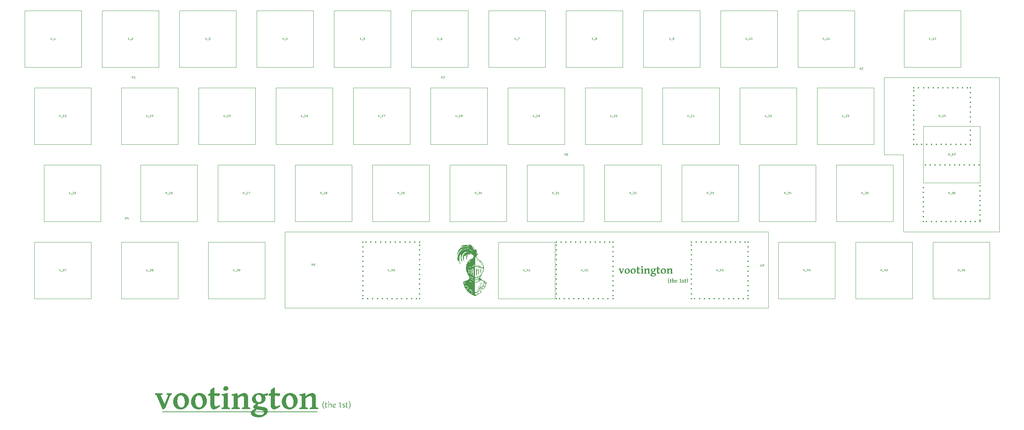
<source format=gbr>
G04 #@! TF.GenerationSoftware,KiCad,Pcbnew,(7.0.0)*
G04 #@! TF.CreationDate,2023-09-25T14:47:28+02:00*
G04 #@! TF.ProjectId,vootington,766f6f74-696e-4677-946f-6e2e6b696361,rev?*
G04 #@! TF.SameCoordinates,Original*
G04 #@! TF.FileFunction,Legend,Top*
G04 #@! TF.FilePolarity,Positive*
%FSLAX46Y46*%
G04 Gerber Fmt 4.6, Leading zero omitted, Abs format (unit mm)*
G04 Created by KiCad (PCBNEW (7.0.0)) date 2023-09-25 14:47:28*
%MOMM*%
%LPD*%
G01*
G04 APERTURE LIST*
%ADD10C,0.150000*%
%ADD11C,0.120000*%
%ADD12C,1.200000*%
%ADD13C,0.125000*%
%ADD14C,0.500000*%
%ADD15C,0.200000*%
%ADD16C,0.300000*%
G04 APERTURE END LIST*
D10*
X63500000Y-133350000D02*
X101600000Y-133350000D01*
D11*
X241300000Y-50800000D02*
X269684500Y-50800000D01*
X93662500Y-88900000D02*
X212788500Y-88900000D01*
X241300000Y-69850000D02*
X246062500Y-69850000D01*
X246062500Y-69850000D02*
X246062500Y-88900000D01*
X212788500Y-107696000D02*
X93662500Y-107696000D01*
X269684500Y-88900000D02*
X269684500Y-50800000D01*
X246062500Y-88900000D02*
X269684500Y-88900000D01*
X93662500Y-88900000D02*
X93662500Y-107696000D01*
X241300000Y-50800000D02*
X241300000Y-69850000D01*
X212788500Y-107696000D02*
X212788500Y-88900000D01*
D10*
G36*
X103378097Y-132629512D02*
G01*
X103363644Y-132622658D01*
X103349412Y-132615470D01*
X103335400Y-132607946D01*
X103321608Y-132600088D01*
X103308037Y-132591895D01*
X103294686Y-132583367D01*
X103281556Y-132574504D01*
X103268645Y-132565307D01*
X103255956Y-132555774D01*
X103243487Y-132545906D01*
X103231238Y-132535704D01*
X103219209Y-132525167D01*
X103207401Y-132514295D01*
X103195813Y-132503088D01*
X103184446Y-132491546D01*
X103173299Y-132479669D01*
X103162420Y-132467552D01*
X103151764Y-132455197D01*
X103141331Y-132442605D01*
X103131121Y-132429775D01*
X103121135Y-132416707D01*
X103111372Y-132403402D01*
X103101832Y-132389860D01*
X103092516Y-132376079D01*
X103083423Y-132362062D01*
X103074553Y-132347806D01*
X103065906Y-132333314D01*
X103057482Y-132318583D01*
X103049282Y-132303615D01*
X103041305Y-132288410D01*
X103033551Y-132272966D01*
X103026021Y-132257286D01*
X103018716Y-132241346D01*
X103011641Y-132225217D01*
X103004795Y-132208900D01*
X102998177Y-132192394D01*
X102991789Y-132175698D01*
X102985629Y-132158814D01*
X102979699Y-132141741D01*
X102973997Y-132124479D01*
X102968524Y-132107028D01*
X102963281Y-132089388D01*
X102958266Y-132071559D01*
X102953481Y-132053541D01*
X102948924Y-132035335D01*
X102944596Y-132016939D01*
X102940498Y-131998355D01*
X102936628Y-131979582D01*
X102933034Y-131960621D01*
X102929673Y-131941566D01*
X102926543Y-131922416D01*
X102923645Y-131903172D01*
X102920979Y-131883833D01*
X102918544Y-131864400D01*
X102916342Y-131844873D01*
X102914371Y-131825251D01*
X102912632Y-131805534D01*
X102911125Y-131785723D01*
X102909850Y-131765818D01*
X102908807Y-131745818D01*
X102907996Y-131725724D01*
X102907416Y-131705535D01*
X102907068Y-131685252D01*
X102906952Y-131664875D01*
X102907083Y-131643809D01*
X102907473Y-131622834D01*
X102908124Y-131601952D01*
X102909036Y-131581161D01*
X102910208Y-131560461D01*
X102911641Y-131539853D01*
X102913334Y-131519337D01*
X102915287Y-131498912D01*
X102917501Y-131478579D01*
X102919975Y-131458337D01*
X102922710Y-131438187D01*
X102925706Y-131418128D01*
X102928961Y-131398162D01*
X102932478Y-131378286D01*
X102936254Y-131358503D01*
X102940292Y-131338811D01*
X102944615Y-131319216D01*
X102949159Y-131299816D01*
X102953923Y-131280610D01*
X102958907Y-131261599D01*
X102964112Y-131242783D01*
X102969538Y-131224161D01*
X102975183Y-131205734D01*
X102981050Y-131187502D01*
X102987136Y-131169464D01*
X102993443Y-131151621D01*
X102999970Y-131133973D01*
X103006718Y-131116519D01*
X103013686Y-131099260D01*
X103020874Y-131082195D01*
X103028283Y-131065325D01*
X103035913Y-131048650D01*
X103043749Y-131032199D01*
X103051781Y-131016004D01*
X103060007Y-131000062D01*
X103068427Y-130984376D01*
X103077043Y-130968944D01*
X103085853Y-130953767D01*
X103094857Y-130938845D01*
X103104056Y-130924178D01*
X103113450Y-130909765D01*
X103123039Y-130895607D01*
X103132822Y-130881704D01*
X103142799Y-130868055D01*
X103152972Y-130854662D01*
X103163339Y-130841523D01*
X103173900Y-130828638D01*
X103184656Y-130816009D01*
X103195630Y-130803635D01*
X103206753Y-130791611D01*
X103218024Y-130779936D01*
X103229445Y-130768610D01*
X103241014Y-130757634D01*
X103252732Y-130747006D01*
X103264598Y-130736728D01*
X103276614Y-130726799D01*
X103288778Y-130717219D01*
X103301092Y-130707989D01*
X103313554Y-130699107D01*
X103326165Y-130690575D01*
X103338924Y-130682392D01*
X103351833Y-130674558D01*
X103364891Y-130667073D01*
X103378097Y-130659938D01*
X103411070Y-130706099D01*
X103398563Y-130716847D01*
X103386185Y-130728206D01*
X103373937Y-130740177D01*
X103361816Y-130752759D01*
X103349825Y-130765954D01*
X103337963Y-130779760D01*
X103326229Y-130794178D01*
X103314624Y-130809208D01*
X103303148Y-130824850D01*
X103291801Y-130841103D01*
X103284308Y-130852279D01*
X103273239Y-130869500D01*
X103262429Y-130887231D01*
X103251876Y-130905470D01*
X103241580Y-130924218D01*
X103231543Y-130943475D01*
X103224994Y-130956595D01*
X103218559Y-130969941D01*
X103212240Y-130983514D01*
X103206034Y-130997313D01*
X103199944Y-131011338D01*
X103193967Y-131025589D01*
X103188105Y-131040066D01*
X103182358Y-131054769D01*
X103179527Y-131062206D01*
X103174012Y-131077191D01*
X103168639Y-131092379D01*
X103163410Y-131107771D01*
X103158324Y-131123365D01*
X103153381Y-131139163D01*
X103148581Y-131155165D01*
X103143924Y-131171369D01*
X103139410Y-131187777D01*
X103135040Y-131204388D01*
X103130812Y-131221202D01*
X103126728Y-131238219D01*
X103122787Y-131255440D01*
X103118989Y-131272864D01*
X103115333Y-131290491D01*
X103111822Y-131308321D01*
X103108453Y-131326354D01*
X103105258Y-131344565D01*
X103102270Y-131362928D01*
X103099488Y-131381442D01*
X103096912Y-131400108D01*
X103094542Y-131418926D01*
X103092378Y-131437895D01*
X103090421Y-131457016D01*
X103088669Y-131476289D01*
X103087123Y-131495713D01*
X103085784Y-131515289D01*
X103084650Y-131535017D01*
X103083723Y-131554897D01*
X103083002Y-131574928D01*
X103082487Y-131595111D01*
X103082178Y-131615446D01*
X103082074Y-131635932D01*
X103082159Y-131654678D01*
X103082412Y-131673364D01*
X103082834Y-131691990D01*
X103083425Y-131710556D01*
X103084185Y-131729061D01*
X103085114Y-131747507D01*
X103086212Y-131765893D01*
X103087478Y-131784218D01*
X103088914Y-131802483D01*
X103090518Y-131820688D01*
X103092291Y-131838833D01*
X103094233Y-131856918D01*
X103096344Y-131874943D01*
X103098624Y-131892908D01*
X103101072Y-131910813D01*
X103103690Y-131928657D01*
X103106516Y-131946399D01*
X103109500Y-131963994D01*
X103112642Y-131981444D01*
X103115940Y-131998747D01*
X103119396Y-132015905D01*
X103123010Y-132032916D01*
X103126781Y-132049782D01*
X103130709Y-132066502D01*
X103134795Y-132083075D01*
X103139038Y-132099503D01*
X103143439Y-132115785D01*
X103147997Y-132131921D01*
X103152713Y-132147910D01*
X103157586Y-132163754D01*
X103162616Y-132179452D01*
X103167804Y-132195004D01*
X103173143Y-132210388D01*
X103178629Y-132225584D01*
X103184260Y-132240590D01*
X103190037Y-132255408D01*
X103195961Y-132270037D01*
X103202030Y-132284477D01*
X103208245Y-132298728D01*
X103214607Y-132312790D01*
X103221114Y-132326663D01*
X103227767Y-132340347D01*
X103234566Y-132353843D01*
X103241512Y-132367149D01*
X103248603Y-132380267D01*
X103255840Y-132393195D01*
X103263223Y-132405935D01*
X103270752Y-132418486D01*
X103282319Y-132436930D01*
X103294215Y-132454756D01*
X103306439Y-132471964D01*
X103318992Y-132488553D01*
X103331873Y-132504524D01*
X103345083Y-132519877D01*
X103358620Y-132534612D01*
X103372487Y-132548729D01*
X103386682Y-132562227D01*
X103401205Y-132575107D01*
X103411070Y-132583350D01*
X103378097Y-132629512D01*
G37*
G36*
X104144164Y-132166427D02*
G01*
X104131542Y-132175827D01*
X104118954Y-132184975D01*
X104106400Y-132193870D01*
X104093881Y-132202514D01*
X104081396Y-132210906D01*
X104068945Y-132219047D01*
X104056529Y-132226935D01*
X104044147Y-132234571D01*
X104028807Y-132243612D01*
X104013700Y-132252188D01*
X103998826Y-132260299D01*
X103984184Y-132267945D01*
X103969774Y-132275125D01*
X103955597Y-132281841D01*
X103949991Y-132284397D01*
X103936185Y-132290347D01*
X103920042Y-132296872D01*
X103904363Y-132302729D01*
X103889147Y-132307915D01*
X103874395Y-132312431D01*
X103867193Y-132314439D01*
X103851067Y-132318436D01*
X103836028Y-132321451D01*
X103820171Y-132323695D01*
X103804029Y-132324687D01*
X103802347Y-132324697D01*
X103786654Y-132324048D01*
X103771312Y-132322102D01*
X103756320Y-132318859D01*
X103741679Y-132314318D01*
X103733470Y-132311141D01*
X103719716Y-132304547D01*
X103706663Y-132296305D01*
X103694311Y-132286415D01*
X103682660Y-132274877D01*
X103676317Y-132267544D01*
X103667460Y-132255471D01*
X103659299Y-132242059D01*
X103651832Y-132227307D01*
X103645062Y-132211215D01*
X103639951Y-132196783D01*
X103637116Y-132187677D01*
X103633000Y-132171666D01*
X103629582Y-132154546D01*
X103627349Y-132140052D01*
X103625563Y-132124848D01*
X103624223Y-132108934D01*
X103623330Y-132092310D01*
X103622884Y-132074977D01*
X103622828Y-132066044D01*
X103622828Y-131433699D01*
X103489838Y-131433699D01*
X103468222Y-131406222D01*
X103548823Y-131339910D01*
X103622828Y-131339910D01*
X103622828Y-131092614D01*
X103745560Y-130988200D01*
X103777434Y-131013479D01*
X103777434Y-131339910D01*
X104114489Y-131339910D01*
X104144164Y-131368486D01*
X104135239Y-131381018D01*
X104125318Y-131393283D01*
X104121084Y-131398162D01*
X104110539Y-131409719D01*
X104099789Y-131420762D01*
X104092507Y-131427837D01*
X104081842Y-131438021D01*
X104070405Y-131448472D01*
X104064297Y-131453849D01*
X104052050Y-131463149D01*
X104040117Y-131469603D01*
X104026218Y-131463420D01*
X104011389Y-131458086D01*
X103996698Y-131453569D01*
X103980177Y-131449104D01*
X103965012Y-131445423D01*
X103948408Y-131442045D01*
X103930193Y-131439240D01*
X103914463Y-131437408D01*
X103897702Y-131435943D01*
X103879910Y-131434844D01*
X103861088Y-131434111D01*
X103846295Y-131433802D01*
X103830923Y-131433699D01*
X103777434Y-131433699D01*
X103777434Y-131972621D01*
X103777520Y-131987602D01*
X103777869Y-132005442D01*
X103778486Y-132022299D01*
X103779371Y-132038172D01*
X103780525Y-132053061D01*
X103782264Y-132069629D01*
X103782929Y-132074836D01*
X103785385Y-132089507D01*
X103788901Y-132105157D01*
X103793119Y-132119229D01*
X103798797Y-132133380D01*
X103801980Y-132139683D01*
X103810185Y-132152006D01*
X103820661Y-132163183D01*
X103833837Y-132172420D01*
X103836419Y-132173755D01*
X103850665Y-132179164D01*
X103865139Y-132182320D01*
X103881178Y-132183853D01*
X103888809Y-132184013D01*
X103905411Y-132183329D01*
X103921064Y-132181655D01*
X103938031Y-132178976D01*
X103953174Y-132175976D01*
X103969229Y-132172278D01*
X103979301Y-132169725D01*
X103996994Y-132164492D01*
X104012064Y-132159366D01*
X104027947Y-132153404D01*
X104044642Y-132146606D01*
X104062150Y-132138973D01*
X104075815Y-132132699D01*
X104089937Y-132125955D01*
X104104516Y-132118741D01*
X104114489Y-132113671D01*
X104144164Y-132166427D01*
G37*
G36*
X104860407Y-132301250D02*
G01*
X104860407Y-132257652D01*
X104878381Y-132252878D01*
X104895120Y-132248264D01*
X104910621Y-132243810D01*
X104924887Y-132239517D01*
X104940980Y-132234376D01*
X104955140Y-132229485D01*
X104969583Y-132223947D01*
X104983288Y-132217696D01*
X104995961Y-132209658D01*
X105004617Y-132197156D01*
X105004754Y-132195370D01*
X105004754Y-131657547D01*
X105004634Y-131642435D01*
X105004146Y-131624575D01*
X105003282Y-131607859D01*
X105002042Y-131592289D01*
X105000058Y-131575116D01*
X104997534Y-131559591D01*
X104997061Y-131557164D01*
X104993274Y-131540962D01*
X104988646Y-131526339D01*
X104982326Y-131511558D01*
X104974907Y-131498839D01*
X104972880Y-131495981D01*
X104962940Y-131484363D01*
X104950332Y-131474174D01*
X104936078Y-131466846D01*
X104931481Y-131465206D01*
X104916920Y-131461310D01*
X104900853Y-131458689D01*
X104885305Y-131457430D01*
X104872863Y-131457146D01*
X104856732Y-131458023D01*
X104840075Y-131460652D01*
X104825379Y-131464302D01*
X104810296Y-131469239D01*
X104794827Y-131475464D01*
X104779161Y-131482939D01*
X104765889Y-131490093D01*
X104752421Y-131498087D01*
X104738755Y-131506923D01*
X104724893Y-131516599D01*
X104710834Y-131527116D01*
X104707999Y-131529320D01*
X104693776Y-131540864D01*
X104682358Y-131550730D01*
X104670907Y-131561157D01*
X104659420Y-131572145D01*
X104647900Y-131583694D01*
X104636345Y-131595804D01*
X104624756Y-131608475D01*
X104616042Y-131618346D01*
X104604530Y-131631994D01*
X104593075Y-131646190D01*
X104581678Y-131660936D01*
X104570338Y-131676232D01*
X104559055Y-131692077D01*
X104550630Y-131704322D01*
X104542238Y-131716876D01*
X104533878Y-131729738D01*
X104525550Y-131742910D01*
X104525550Y-132195370D01*
X104532913Y-132209044D01*
X104545422Y-132218057D01*
X104559360Y-132225187D01*
X104564018Y-132227244D01*
X104579573Y-132233225D01*
X104594050Y-132238110D01*
X104609905Y-132242906D01*
X104627137Y-132247613D01*
X104641915Y-132251313D01*
X104657574Y-132254957D01*
X104669897Y-132257652D01*
X104669897Y-132301250D01*
X104226963Y-132301250D01*
X104226963Y-132256919D01*
X104243443Y-132252666D01*
X104258997Y-132248516D01*
X104273623Y-132244469D01*
X104290601Y-132239555D01*
X104306130Y-132234802D01*
X104320211Y-132230210D01*
X104332842Y-132225778D01*
X104347688Y-132219512D01*
X104361419Y-132210941D01*
X104370349Y-132198610D01*
X104370944Y-132194271D01*
X104370944Y-130966218D01*
X104370815Y-130950676D01*
X104370339Y-130934237D01*
X104369366Y-130917682D01*
X104367724Y-130901904D01*
X104367280Y-130898807D01*
X104363628Y-130883482D01*
X104356484Y-130869726D01*
X104348962Y-130861438D01*
X104335739Y-130852405D01*
X104321728Y-130846609D01*
X104306794Y-130842738D01*
X104304998Y-130842387D01*
X104289405Y-130839433D01*
X104273620Y-130836811D01*
X104258498Y-130834536D01*
X104241909Y-130832234D01*
X104226963Y-130830297D01*
X104226963Y-130789264D01*
X104242904Y-130786117D01*
X104258304Y-130782996D01*
X104273163Y-130779900D01*
X104289815Y-130776322D01*
X104305731Y-130772778D01*
X104321016Y-130769039D01*
X104335774Y-130765194D01*
X104350007Y-130761245D01*
X104365629Y-130756602D01*
X104371310Y-130754826D01*
X104386354Y-130749788D01*
X104401077Y-130744568D01*
X104415480Y-130739164D01*
X104429562Y-130733577D01*
X104443621Y-130727646D01*
X104457955Y-130721212D01*
X104472564Y-130714274D01*
X104487448Y-130706832D01*
X104525550Y-130741637D01*
X104525550Y-131597830D01*
X104533945Y-131585719D01*
X104545400Y-131569931D01*
X104557152Y-131554555D01*
X104569202Y-131539591D01*
X104581550Y-131525040D01*
X104594195Y-131510900D01*
X104607138Y-131497173D01*
X104620379Y-131483858D01*
X104623735Y-131480594D01*
X104637297Y-131467828D01*
X104650869Y-131455543D01*
X104664453Y-131443740D01*
X104678049Y-131432417D01*
X104691656Y-131421575D01*
X104705274Y-131411213D01*
X104718904Y-131401333D01*
X104732546Y-131391933D01*
X104746238Y-131383043D01*
X104759840Y-131374691D01*
X104773349Y-131366877D01*
X104786767Y-131359602D01*
X104800094Y-131352864D01*
X104816623Y-131345199D01*
X104833009Y-131338374D01*
X104839524Y-131335880D01*
X104855486Y-131330286D01*
X104870858Y-131325640D01*
X104885640Y-131321942D01*
X104902598Y-131318757D01*
X104918707Y-131316936D01*
X104931481Y-131316462D01*
X104947989Y-131316939D01*
X104964265Y-131318369D01*
X104980309Y-131320751D01*
X104996122Y-131324087D01*
X105011702Y-131328376D01*
X105016844Y-131330018D01*
X105032021Y-131335479D01*
X105046503Y-131341970D01*
X105060288Y-131349492D01*
X105073379Y-131358045D01*
X105085774Y-131367627D01*
X105089751Y-131371051D01*
X105101128Y-131381883D01*
X105111629Y-131393771D01*
X105121255Y-131406715D01*
X105130005Y-131420716D01*
X105137879Y-131435773D01*
X105140309Y-131441026D01*
X105145797Y-131454674D01*
X105150355Y-131469054D01*
X105153983Y-131484169D01*
X105156681Y-131500017D01*
X105158448Y-131516598D01*
X105159285Y-131533912D01*
X105159360Y-131541044D01*
X105159360Y-132194637D01*
X105166283Y-132207952D01*
X105178590Y-132216739D01*
X105190867Y-132222848D01*
X105207036Y-132229254D01*
X105221504Y-132234216D01*
X105238406Y-132239501D01*
X105253679Y-132243960D01*
X105270509Y-132248625D01*
X105288895Y-132253497D01*
X105303707Y-132257286D01*
X105303707Y-132301250D01*
X104860407Y-132301250D01*
G37*
G36*
X105884441Y-131316743D02*
G01*
X105900515Y-131317584D01*
X105916131Y-131318987D01*
X105931289Y-131320950D01*
X105945990Y-131323475D01*
X105963721Y-131327419D01*
X105980737Y-131332240D01*
X105987343Y-131334414D01*
X106003499Y-131340328D01*
X106018992Y-131346851D01*
X106033824Y-131353981D01*
X106047994Y-131361720D01*
X106061501Y-131370067D01*
X106074347Y-131379022D01*
X106079301Y-131382774D01*
X106091247Y-131392527D01*
X106102585Y-131402781D01*
X106113314Y-131413536D01*
X106123436Y-131424792D01*
X106132949Y-131436548D01*
X106141854Y-131448806D01*
X106145246Y-131453849D01*
X106153362Y-131466559D01*
X106160996Y-131479502D01*
X106168146Y-131492677D01*
X106174813Y-131506084D01*
X106180997Y-131519725D01*
X106186698Y-131533598D01*
X106188843Y-131539212D01*
X106193974Y-131553224D01*
X106198604Y-131567326D01*
X106202732Y-131581517D01*
X106206360Y-131595798D01*
X106209487Y-131610168D01*
X106212113Y-131624628D01*
X106213024Y-131630437D01*
X106215514Y-131647606D01*
X106217489Y-131664491D01*
X106218948Y-131681094D01*
X106219893Y-131697412D01*
X106220322Y-131713448D01*
X106220351Y-131718730D01*
X106208884Y-131729656D01*
X106197086Y-131739027D01*
X106183777Y-131748077D01*
X106170892Y-131755733D01*
X106157323Y-131762913D01*
X106143543Y-131769708D01*
X106129553Y-131776117D01*
X106115353Y-131782140D01*
X106107144Y-131785409D01*
X105564925Y-131785409D01*
X105565305Y-131800316D01*
X105566033Y-131815088D01*
X105567108Y-131829725D01*
X105569083Y-131849031D01*
X105571676Y-131868096D01*
X105574888Y-131886921D01*
X105578717Y-131905506D01*
X105583165Y-131923850D01*
X105586907Y-131937450D01*
X105592505Y-131955133D01*
X105598676Y-131972277D01*
X105605420Y-131988884D01*
X105612736Y-132004952D01*
X105620624Y-132020483D01*
X105629085Y-132035475D01*
X105638118Y-132049929D01*
X105647723Y-132063845D01*
X105657959Y-132077155D01*
X105668698Y-132089789D01*
X105679941Y-132101747D01*
X105691687Y-132113030D01*
X105703937Y-132123637D01*
X105716692Y-132133569D01*
X105729949Y-132142826D01*
X105743711Y-132151407D01*
X105757948Y-132159049D01*
X105772631Y-132165672D01*
X105787760Y-132171276D01*
X105803337Y-132175861D01*
X105819359Y-132179428D01*
X105835829Y-132181975D01*
X105852744Y-132183503D01*
X105870107Y-132184013D01*
X105885952Y-132183761D01*
X105901614Y-132183005D01*
X105917093Y-132181746D01*
X105932389Y-132179983D01*
X105947867Y-132177167D01*
X105963896Y-132173114D01*
X105978372Y-132168553D01*
X105993268Y-132163046D01*
X105997601Y-132161298D01*
X106011048Y-132155352D01*
X106025010Y-132148504D01*
X106039487Y-132140755D01*
X106054479Y-132132104D01*
X106067367Y-132124206D01*
X106075271Y-132119166D01*
X106089032Y-132109982D01*
X106103528Y-132099832D01*
X106115652Y-132091017D01*
X106128246Y-132081583D01*
X106141309Y-132071531D01*
X106154842Y-132060860D01*
X106168844Y-132049572D01*
X106176021Y-132043695D01*
X106188386Y-132052580D01*
X106198480Y-132063737D01*
X106199102Y-132064578D01*
X106207803Y-132076577D01*
X106214123Y-132086194D01*
X106201353Y-132100034D01*
X106188874Y-132113392D01*
X106176684Y-132126267D01*
X106164784Y-132138658D01*
X106153173Y-132150567D01*
X106141853Y-132161992D01*
X106130822Y-132172935D01*
X106120081Y-132183395D01*
X106106211Y-132196590D01*
X106092856Y-132208926D01*
X106079947Y-132220495D01*
X106067233Y-132231388D01*
X106054714Y-132241607D01*
X106042389Y-132251149D01*
X106030259Y-132260016D01*
X106015370Y-132270150D01*
X106000786Y-132279229D01*
X105995037Y-132282565D01*
X105980744Y-132290255D01*
X105966486Y-132297069D01*
X105952264Y-132303007D01*
X105938079Y-132308067D01*
X105923928Y-132312252D01*
X105906996Y-132316116D01*
X105904178Y-132316637D01*
X105887147Y-132319376D01*
X105872541Y-132321226D01*
X105857559Y-132322682D01*
X105842201Y-132323744D01*
X105826468Y-132324413D01*
X105810359Y-132324689D01*
X105807092Y-132324697D01*
X105792253Y-132324404D01*
X105777550Y-132323525D01*
X105758155Y-132321441D01*
X105739001Y-132318315D01*
X105720088Y-132314148D01*
X105701414Y-132308939D01*
X105682982Y-132302688D01*
X105669315Y-132297316D01*
X105655783Y-132291358D01*
X105642536Y-132284793D01*
X105629586Y-132277739D01*
X105616931Y-132270196D01*
X105604573Y-132262163D01*
X105592511Y-132253641D01*
X105580745Y-132244629D01*
X105569275Y-132235128D01*
X105558102Y-132225137D01*
X105547224Y-132214657D01*
X105536644Y-132203688D01*
X105529754Y-132196103D01*
X105519712Y-132184275D01*
X105510056Y-132172009D01*
X105500787Y-132159305D01*
X105491904Y-132146163D01*
X105483408Y-132132583D01*
X105475298Y-132118565D01*
X105467574Y-132104110D01*
X105460237Y-132089216D01*
X105453286Y-132073885D01*
X105446721Y-132058115D01*
X105442559Y-132047359D01*
X105436798Y-132030827D01*
X105431603Y-132013927D01*
X105426975Y-131996660D01*
X105422913Y-131979026D01*
X105419418Y-131961026D01*
X105416490Y-131942658D01*
X105414129Y-131923923D01*
X105412334Y-131904820D01*
X105411107Y-131885351D01*
X105410445Y-131865515D01*
X105410319Y-131852087D01*
X105410560Y-131835085D01*
X105411281Y-131818152D01*
X105412483Y-131801288D01*
X105414166Y-131784493D01*
X105416330Y-131767766D01*
X105418975Y-131751108D01*
X105422100Y-131734518D01*
X105425707Y-131717998D01*
X105429771Y-131701534D01*
X105432519Y-131691619D01*
X105571153Y-131691619D01*
X106011890Y-131691619D01*
X106027483Y-131690537D01*
X106041813Y-131685301D01*
X106043397Y-131683926D01*
X106049821Y-131669882D01*
X106051091Y-131654617D01*
X106050482Y-131638059D01*
X106048919Y-131621493D01*
X106046763Y-131605570D01*
X106044329Y-131590861D01*
X106043397Y-131585740D01*
X106039958Y-131570293D01*
X106035411Y-131555000D01*
X106029757Y-131539862D01*
X106022995Y-131524878D01*
X106015125Y-131510049D01*
X106012256Y-131505140D01*
X106002944Y-131490727D01*
X105992318Y-131477165D01*
X105980378Y-131464452D01*
X105969425Y-131454508D01*
X105957559Y-131445154D01*
X105947409Y-131438095D01*
X105933846Y-131430074D01*
X105919031Y-131423412D01*
X105902963Y-131418110D01*
X105885643Y-131414167D01*
X105870885Y-131411992D01*
X105855326Y-131410687D01*
X105838966Y-131410252D01*
X105822456Y-131410752D01*
X105806358Y-131412255D01*
X105790671Y-131414760D01*
X105775396Y-131418266D01*
X105760532Y-131422774D01*
X105746079Y-131428284D01*
X105740414Y-131430768D01*
X105726696Y-131437591D01*
X105713480Y-131445237D01*
X105700765Y-131453705D01*
X105688550Y-131462997D01*
X105676837Y-131473111D01*
X105665624Y-131484048D01*
X105661279Y-131488654D01*
X105650785Y-131500680D01*
X105640828Y-131513405D01*
X105631408Y-131526827D01*
X105622524Y-131540946D01*
X105614178Y-131555764D01*
X105606367Y-131571279D01*
X105603393Y-131577680D01*
X105596520Y-131594082D01*
X105590327Y-131611003D01*
X105584814Y-131628443D01*
X105580893Y-131642769D01*
X105577407Y-131657426D01*
X105574355Y-131672416D01*
X105571739Y-131687737D01*
X105571153Y-131691619D01*
X105432519Y-131691619D01*
X105434270Y-131685300D01*
X105439205Y-131669294D01*
X105444574Y-131653517D01*
X105450379Y-131637970D01*
X105456619Y-131622651D01*
X105463293Y-131607562D01*
X105470403Y-131592701D01*
X105478017Y-131578012D01*
X105486019Y-131563621D01*
X105494411Y-131549527D01*
X105503193Y-131535731D01*
X105512363Y-131522233D01*
X105521923Y-131509033D01*
X105531872Y-131496130D01*
X105542211Y-131483524D01*
X105552927Y-131471274D01*
X105564009Y-131459436D01*
X105575458Y-131448010D01*
X105587273Y-131436996D01*
X105599455Y-131426395D01*
X105612003Y-131416205D01*
X105624917Y-131406428D01*
X105638198Y-131397062D01*
X105651410Y-131388465D01*
X105665491Y-131379984D01*
X105678737Y-131372542D01*
X105689123Y-131367021D01*
X105703388Y-131359762D01*
X105717974Y-131353007D01*
X105732880Y-131346756D01*
X105748107Y-131341009D01*
X105763632Y-131335628D01*
X105779065Y-131330842D01*
X105794407Y-131326652D01*
X105809656Y-131323057D01*
X105824700Y-131320172D01*
X105839424Y-131318111D01*
X105855604Y-131316778D01*
X105867908Y-131316462D01*
X105884441Y-131316743D01*
G37*
G36*
X106934761Y-132301250D02*
G01*
X106934761Y-132246295D01*
X106949635Y-132244555D01*
X106968726Y-132242165D01*
X106986970Y-132239695D01*
X107004367Y-132237145D01*
X107020916Y-132234514D01*
X107036618Y-132231804D01*
X107051473Y-132229013D01*
X107068850Y-132225412D01*
X107085038Y-132221625D01*
X107100170Y-132217820D01*
X107116936Y-132213230D01*
X107132181Y-132208615D01*
X107148047Y-132203198D01*
X107154213Y-132200866D01*
X107169005Y-132194683D01*
X107182909Y-132187838D01*
X107195967Y-132179628D01*
X107199643Y-132176686D01*
X107209372Y-132165512D01*
X107213198Y-132153238D01*
X107213198Y-131327453D01*
X107213082Y-131312585D01*
X107212654Y-131296900D01*
X107211778Y-131281164D01*
X107210300Y-131266252D01*
X107209901Y-131263340D01*
X107206760Y-131248676D01*
X107200767Y-131234851D01*
X107194513Y-131225970D01*
X107181448Y-131218743D01*
X107170700Y-131215712D01*
X107155501Y-131213411D01*
X107139766Y-131212595D01*
X107123219Y-131212718D01*
X107121241Y-131212781D01*
X107106507Y-131213365D01*
X107090195Y-131214474D01*
X107074958Y-131215844D01*
X107058562Y-131217600D01*
X107044013Y-131219358D01*
X107041007Y-131219742D01*
X107025411Y-131221894D01*
X107008850Y-131224458D01*
X106991322Y-131227433D01*
X106976605Y-131230109D01*
X106961269Y-131233048D01*
X106945315Y-131236251D01*
X106928743Y-131239717D01*
X106924503Y-131240625D01*
X106902887Y-131187868D01*
X106919666Y-131182875D01*
X106934514Y-131178222D01*
X106950148Y-131173122D01*
X106966570Y-131167575D01*
X106983780Y-131161580D01*
X106998114Y-131156463D01*
X107005469Y-131153797D01*
X107020324Y-131148250D01*
X107035214Y-131142600D01*
X107050137Y-131136847D01*
X107065095Y-131130990D01*
X107080088Y-131125031D01*
X107095114Y-131118969D01*
X107110175Y-131112804D01*
X107125271Y-131106536D01*
X107140377Y-131100130D01*
X107155290Y-131093736D01*
X107170007Y-131087353D01*
X107184530Y-131080982D01*
X107198858Y-131074622D01*
X107212992Y-131068273D01*
X107226931Y-131061936D01*
X107240675Y-131055611D01*
X107254082Y-131049394D01*
X107269906Y-131041913D01*
X107284693Y-131034754D01*
X107298443Y-131027917D01*
X107313572Y-131020137D01*
X107327208Y-131012821D01*
X107329335Y-131011647D01*
X107367437Y-131047917D01*
X107367437Y-132153238D01*
X107372329Y-132167491D01*
X107378795Y-132175587D01*
X107390925Y-132185233D01*
X107404205Y-132192818D01*
X107419095Y-132199767D01*
X107432756Y-132205216D01*
X107448417Y-132210666D01*
X107463431Y-132215337D01*
X107479913Y-132220008D01*
X107494769Y-132223901D01*
X107497863Y-132224679D01*
X107514210Y-132228491D01*
X107531881Y-132232143D01*
X107546970Y-132234948D01*
X107562907Y-132237650D01*
X107579691Y-132240248D01*
X107597322Y-132242744D01*
X107615801Y-132245137D01*
X107625358Y-132246295D01*
X107625358Y-132301250D01*
X106934761Y-132301250D01*
G37*
G36*
X108465797Y-132006693D02*
G01*
X108465471Y-132024410D01*
X108464492Y-132041474D01*
X108462861Y-132057886D01*
X108460577Y-132073646D01*
X108457640Y-132088752D01*
X108454051Y-132103207D01*
X108448647Y-132120357D01*
X108444915Y-132130157D01*
X108438199Y-132145801D01*
X108430875Y-132160676D01*
X108422944Y-132174781D01*
X108414403Y-132188117D01*
X108405255Y-132200684D01*
X108395498Y-132212482D01*
X108391425Y-132216986D01*
X108380943Y-132227751D01*
X108370102Y-132237837D01*
X108356621Y-132249043D01*
X108342625Y-132259269D01*
X108328113Y-132268517D01*
X108318153Y-132274139D01*
X108303203Y-132281746D01*
X108288305Y-132288633D01*
X108273459Y-132294798D01*
X108258664Y-132300242D01*
X108243921Y-132304965D01*
X108239018Y-132306379D01*
X108224485Y-132310354D01*
X108207953Y-132314276D01*
X108191877Y-132317427D01*
X108176257Y-132319806D01*
X108165379Y-132321033D01*
X108149076Y-132322636D01*
X108132924Y-132323892D01*
X108117697Y-132324607D01*
X108111157Y-132324697D01*
X108095209Y-132324285D01*
X108078277Y-132323051D01*
X108060361Y-132320994D01*
X108045320Y-132318756D01*
X108029650Y-132315991D01*
X108013349Y-132312699D01*
X107996419Y-132308881D01*
X107992088Y-132307844D01*
X107974698Y-132303350D01*
X107957330Y-132298296D01*
X107939985Y-132292680D01*
X107922662Y-132286503D01*
X107905363Y-132279766D01*
X107888087Y-132272467D01*
X107870833Y-132264607D01*
X107853603Y-132256187D01*
X107846304Y-132242362D01*
X107844050Y-132227829D01*
X107843711Y-132224313D01*
X107842681Y-132209017D01*
X107842154Y-132192439D01*
X107842106Y-132176882D01*
X107842444Y-132160342D01*
X107842612Y-132155437D01*
X107843389Y-132140461D01*
X107844346Y-132125486D01*
X107845484Y-132110511D01*
X107846802Y-132095536D01*
X107848300Y-132080561D01*
X107848840Y-132075569D01*
X107851046Y-132058727D01*
X107853498Y-132043462D01*
X107856601Y-132027949D01*
X107860475Y-132012960D01*
X107860930Y-132011455D01*
X107905260Y-132022813D01*
X107906728Y-132038844D01*
X107909485Y-132054515D01*
X107913529Y-132069825D01*
X107918861Y-132084774D01*
X107925482Y-132099363D01*
X107927975Y-132104146D01*
X107936158Y-132118073D01*
X107945320Y-132131279D01*
X107955461Y-132143764D01*
X107966580Y-132155528D01*
X107978679Y-132166571D01*
X107982929Y-132170091D01*
X107996243Y-132180133D01*
X108010355Y-132189377D01*
X108025266Y-132197822D01*
X108040975Y-132205468D01*
X108054676Y-132211230D01*
X108063163Y-132214421D01*
X108077768Y-132219171D01*
X108092730Y-132223115D01*
X108108050Y-132226255D01*
X108123728Y-132228589D01*
X108139763Y-132230119D01*
X108156157Y-132230843D01*
X108162814Y-132230908D01*
X108178705Y-132230347D01*
X108194000Y-132228664D01*
X108208698Y-132225859D01*
X108224767Y-132221279D01*
X108230592Y-132219184D01*
X108245635Y-132212589D01*
X108259626Y-132204896D01*
X108272563Y-132196103D01*
X108284447Y-132186211D01*
X108295140Y-132175220D01*
X108304506Y-132163130D01*
X108312543Y-132149941D01*
X108319252Y-132135653D01*
X108324701Y-132120266D01*
X108328594Y-132104146D01*
X108330723Y-132089439D01*
X108331659Y-132074172D01*
X108331708Y-132069707D01*
X108330922Y-132054642D01*
X108328020Y-132037880D01*
X108322978Y-132021994D01*
X108315798Y-132006985D01*
X108309360Y-131996801D01*
X108299059Y-131983137D01*
X108289142Y-131971871D01*
X108278219Y-131961017D01*
X108266292Y-131950576D01*
X108253361Y-131940547D01*
X108251108Y-131938915D01*
X108237296Y-131929139D01*
X108222789Y-131919595D01*
X108210169Y-131911819D01*
X108197065Y-131904204D01*
X108183478Y-131896749D01*
X108169409Y-131889456D01*
X108155062Y-131882102D01*
X108140643Y-131874694D01*
X108126153Y-131867233D01*
X108111592Y-131859718D01*
X108096959Y-131852149D01*
X108082254Y-131844526D01*
X108076352Y-131841462D01*
X108062914Y-131834636D01*
X108049619Y-131827666D01*
X108036467Y-131820554D01*
X108023458Y-131813298D01*
X108010593Y-131805899D01*
X107997870Y-131798357D01*
X107992821Y-131795300D01*
X107978018Y-131785877D01*
X107963833Y-131776015D01*
X107950266Y-131765715D01*
X107937317Y-131754977D01*
X107924987Y-131743802D01*
X107921014Y-131739979D01*
X107909761Y-131728070D01*
X107899358Y-131715696D01*
X107889806Y-131702859D01*
X107881103Y-131689559D01*
X107873250Y-131675794D01*
X107870822Y-131671103D01*
X107864348Y-131656415D01*
X107859213Y-131640929D01*
X107855417Y-131624645D01*
X107852962Y-131607562D01*
X107851938Y-131592716D01*
X107851771Y-131583542D01*
X107852172Y-131567823D01*
X107853374Y-131552538D01*
X107855377Y-131537689D01*
X107858182Y-131523275D01*
X107862816Y-131505869D01*
X107868701Y-131489143D01*
X107875839Y-131473097D01*
X107877416Y-131469969D01*
X107885948Y-131454792D01*
X107895284Y-131440402D01*
X107905425Y-131426800D01*
X107916371Y-131413984D01*
X107928122Y-131401955D01*
X107940679Y-131390714D01*
X107945927Y-131386438D01*
X107959617Y-131376184D01*
X107973898Y-131366717D01*
X107988769Y-131358038D01*
X108004230Y-131350145D01*
X108020282Y-131343039D01*
X108036924Y-131336721D01*
X108043746Y-131334414D01*
X108061114Y-131329243D01*
X108078643Y-131324947D01*
X108096334Y-131321529D01*
X108114185Y-131318987D01*
X108132197Y-131317321D01*
X108150371Y-131316532D01*
X108157685Y-131316462D01*
X108174034Y-131316829D01*
X108189016Y-131317750D01*
X108204628Y-131319233D01*
X108220872Y-131321277D01*
X108228027Y-131322324D01*
X108242538Y-131324565D01*
X108259338Y-131327636D01*
X108275998Y-131331197D01*
X108292517Y-131335249D01*
X108304231Y-131338444D01*
X108320512Y-131343143D01*
X108336338Y-131348262D01*
X108351708Y-131353801D01*
X108366621Y-131359762D01*
X108374939Y-131363357D01*
X108388786Y-131369961D01*
X108403195Y-131377981D01*
X108416092Y-131386505D01*
X108428795Y-131396696D01*
X108431913Y-131411655D01*
X108429894Y-131424906D01*
X108426222Y-131440243D01*
X108421757Y-131455012D01*
X108416821Y-131468977D01*
X108415606Y-131472167D01*
X108410103Y-131486361D01*
X108404310Y-131500091D01*
X108397533Y-131514803D01*
X108394723Y-131520527D01*
X108387521Y-131534412D01*
X108380108Y-131547074D01*
X108377137Y-131551302D01*
X108336837Y-131543242D01*
X108327531Y-131529693D01*
X108318161Y-131516937D01*
X108308727Y-131504972D01*
X108299228Y-131493800D01*
X108286462Y-131480136D01*
X108273582Y-131467880D01*
X108260588Y-131457032D01*
X108247479Y-131447592D01*
X108234255Y-131439561D01*
X108221020Y-131432691D01*
X108204605Y-131425393D01*
X108188334Y-131419525D01*
X108172205Y-131415089D01*
X108156220Y-131412083D01*
X108140377Y-131410509D01*
X108130940Y-131410252D01*
X108114340Y-131410961D01*
X108098609Y-131413091D01*
X108083748Y-131416640D01*
X108069758Y-131421609D01*
X108055322Y-131428342D01*
X108042104Y-131436176D01*
X108030103Y-131445112D01*
X108023962Y-131450552D01*
X108012950Y-131461936D01*
X108003726Y-131474108D01*
X107996292Y-131487066D01*
X107995019Y-131489753D01*
X107989596Y-131504361D01*
X107986424Y-131518970D01*
X107985494Y-131532251D01*
X107986707Y-131548142D01*
X107990348Y-131563209D01*
X107996416Y-131577451D01*
X108004911Y-131590869D01*
X108015559Y-131603532D01*
X108026115Y-131614348D01*
X108037828Y-131624920D01*
X108050698Y-131635245D01*
X108056569Y-131639596D01*
X108068830Y-131648049D01*
X108081710Y-131656374D01*
X108095209Y-131664570D01*
X108109325Y-131672637D01*
X108124060Y-131680575D01*
X108129109Y-131683193D01*
X108144573Y-131690964D01*
X108160192Y-131698889D01*
X108173326Y-131705612D01*
X108186568Y-131712442D01*
X108199916Y-131719379D01*
X108213372Y-131726424D01*
X108227243Y-131733479D01*
X108241150Y-131740678D01*
X108255093Y-131748019D01*
X108269071Y-131755504D01*
X108283085Y-131763132D01*
X108297135Y-131770903D01*
X108302765Y-131774051D01*
X108316729Y-131782139D01*
X108330228Y-131790602D01*
X108343262Y-131799441D01*
X108355831Y-131808656D01*
X108367935Y-131818246D01*
X108379573Y-131828212D01*
X108384098Y-131832303D01*
X108395102Y-131842840D01*
X108405443Y-131853841D01*
X108415123Y-131865308D01*
X108424141Y-131877240D01*
X108432497Y-131889637D01*
X108440191Y-131902499D01*
X108443083Y-131907774D01*
X108449627Y-131921298D01*
X108455061Y-131935538D01*
X108459387Y-131950493D01*
X108462603Y-131966164D01*
X108464711Y-131982550D01*
X108465709Y-131999652D01*
X108465797Y-132006693D01*
G37*
G36*
X109251282Y-132166427D02*
G01*
X109238660Y-132175827D01*
X109226072Y-132184975D01*
X109213518Y-132193870D01*
X109200999Y-132202514D01*
X109188514Y-132210906D01*
X109176063Y-132219047D01*
X109163647Y-132226935D01*
X109151265Y-132234571D01*
X109135925Y-132243612D01*
X109120818Y-132252188D01*
X109105944Y-132260299D01*
X109091301Y-132267945D01*
X109076892Y-132275125D01*
X109062715Y-132281841D01*
X109057109Y-132284397D01*
X109043303Y-132290347D01*
X109027160Y-132296872D01*
X109011481Y-132302729D01*
X108996265Y-132307915D01*
X108981513Y-132312431D01*
X108974311Y-132314439D01*
X108958185Y-132318436D01*
X108943146Y-132321451D01*
X108927289Y-132323695D01*
X108911147Y-132324687D01*
X108909465Y-132324697D01*
X108893772Y-132324048D01*
X108878430Y-132322102D01*
X108863438Y-132318859D01*
X108848797Y-132314318D01*
X108840588Y-132311141D01*
X108826834Y-132304547D01*
X108813781Y-132296305D01*
X108801429Y-132286415D01*
X108789778Y-132274877D01*
X108783435Y-132267544D01*
X108774578Y-132255471D01*
X108766416Y-132242059D01*
X108758950Y-132227307D01*
X108752180Y-132211215D01*
X108747069Y-132196783D01*
X108744234Y-132187677D01*
X108740118Y-132171666D01*
X108736699Y-132154546D01*
X108734467Y-132140052D01*
X108732681Y-132124848D01*
X108731341Y-132108934D01*
X108730448Y-132092310D01*
X108730002Y-132074977D01*
X108729946Y-132066044D01*
X108729946Y-131433699D01*
X108596956Y-131433699D01*
X108575340Y-131406222D01*
X108655940Y-131339910D01*
X108729946Y-131339910D01*
X108729946Y-131092614D01*
X108852678Y-130988200D01*
X108884552Y-131013479D01*
X108884552Y-131339910D01*
X109221607Y-131339910D01*
X109251282Y-131368486D01*
X109242357Y-131381018D01*
X109232436Y-131393283D01*
X109228201Y-131398162D01*
X109217657Y-131409719D01*
X109206907Y-131420762D01*
X109199625Y-131427837D01*
X109188960Y-131438021D01*
X109177523Y-131448472D01*
X109171415Y-131453849D01*
X109159168Y-131463149D01*
X109147235Y-131469603D01*
X109133336Y-131463420D01*
X109118507Y-131458086D01*
X109103815Y-131453569D01*
X109087295Y-131449104D01*
X109072130Y-131445423D01*
X109055526Y-131442045D01*
X109037311Y-131439240D01*
X109021581Y-131437408D01*
X109004819Y-131435943D01*
X108987028Y-131434844D01*
X108968206Y-131434111D01*
X108953413Y-131433802D01*
X108938041Y-131433699D01*
X108884552Y-131433699D01*
X108884552Y-131972621D01*
X108884638Y-131987602D01*
X108884986Y-132005442D01*
X108885604Y-132022299D01*
X108886489Y-132038172D01*
X108887643Y-132053061D01*
X108889382Y-132069629D01*
X108890047Y-132074836D01*
X108892503Y-132089507D01*
X108896019Y-132105157D01*
X108900237Y-132119229D01*
X108905915Y-132133380D01*
X108909098Y-132139683D01*
X108917303Y-132152006D01*
X108927778Y-132163183D01*
X108940955Y-132172420D01*
X108943536Y-132173755D01*
X108957783Y-132179164D01*
X108972257Y-132182320D01*
X108988296Y-132183853D01*
X108995927Y-132184013D01*
X109012528Y-132183329D01*
X109028182Y-132181655D01*
X109045149Y-132178976D01*
X109060292Y-132175976D01*
X109076347Y-132172278D01*
X109086419Y-132169725D01*
X109104112Y-132164492D01*
X109119182Y-132159366D01*
X109135064Y-132153404D01*
X109151760Y-132146606D01*
X109169268Y-132138973D01*
X109182933Y-132132699D01*
X109197054Y-132125955D01*
X109211634Y-132118741D01*
X109221607Y-132113671D01*
X109251282Y-132166427D01*
G37*
G36*
X109823543Y-131622743D02*
G01*
X109823410Y-131643900D01*
X109823011Y-131664966D01*
X109822346Y-131685941D01*
X109821414Y-131706823D01*
X109820216Y-131727615D01*
X109818752Y-131748314D01*
X109817022Y-131768922D01*
X109815025Y-131789439D01*
X109812763Y-131809863D01*
X109810234Y-131830197D01*
X109807439Y-131850438D01*
X109804378Y-131870588D01*
X109801051Y-131890647D01*
X109797457Y-131910614D01*
X109793597Y-131930489D01*
X109789472Y-131950273D01*
X109785104Y-131969912D01*
X109780519Y-131989353D01*
X109775716Y-132008597D01*
X109770695Y-132027644D01*
X109765458Y-132046493D01*
X109760002Y-132065145D01*
X109754329Y-132083599D01*
X109748439Y-132101856D01*
X109742331Y-132119915D01*
X109736005Y-132137777D01*
X109729462Y-132155441D01*
X109722702Y-132172908D01*
X109715724Y-132190177D01*
X109708528Y-132207248D01*
X109701115Y-132224123D01*
X109693484Y-132240799D01*
X109685690Y-132257250D01*
X109677696Y-132273446D01*
X109669502Y-132289387D01*
X109661107Y-132305073D01*
X109652511Y-132320505D01*
X109643716Y-132335682D01*
X109634720Y-132350604D01*
X109625524Y-132365272D01*
X109616127Y-132379684D01*
X109606530Y-132393842D01*
X109596732Y-132407746D01*
X109586735Y-132421394D01*
X109576537Y-132434788D01*
X109566138Y-132447927D01*
X109555539Y-132460811D01*
X109544740Y-132473441D01*
X109533768Y-132485814D01*
X109522650Y-132497838D01*
X109511385Y-132509513D01*
X109499975Y-132520839D01*
X109488419Y-132531816D01*
X109476717Y-132542443D01*
X109464869Y-132552721D01*
X109452874Y-132562650D01*
X109440734Y-132572230D01*
X109428448Y-132581461D01*
X109416016Y-132590342D01*
X109403438Y-132598875D01*
X109390714Y-132607058D01*
X109377844Y-132614892D01*
X109364828Y-132622376D01*
X109351666Y-132629512D01*
X109319426Y-132583350D01*
X109331736Y-132572603D01*
X109343937Y-132561244D01*
X109356028Y-132549273D01*
X109368010Y-132536690D01*
X109379882Y-132523496D01*
X109391644Y-132509689D01*
X109403297Y-132495271D01*
X109414841Y-132480241D01*
X109426275Y-132464600D01*
X109437600Y-132448346D01*
X109445089Y-132437171D01*
X109456223Y-132419952D01*
X109467092Y-132402232D01*
X109477698Y-132384008D01*
X109488040Y-132365283D01*
X109498117Y-132346055D01*
X109507931Y-132326325D01*
X109514326Y-132312893D01*
X109520605Y-132299237D01*
X109526765Y-132285358D01*
X109532809Y-132271256D01*
X109538735Y-132256931D01*
X109544544Y-132242382D01*
X109550236Y-132227610D01*
X109555840Y-132212581D01*
X109561295Y-132197351D01*
X109566602Y-132181921D01*
X109571760Y-132166290D01*
X109576768Y-132150459D01*
X109581629Y-132134428D01*
X109586340Y-132118196D01*
X109590902Y-132101764D01*
X109595316Y-132085132D01*
X109599580Y-132068299D01*
X109603696Y-132051266D01*
X109607663Y-132034033D01*
X109611481Y-132016599D01*
X109615151Y-131998965D01*
X109618671Y-131981130D01*
X109622043Y-131963095D01*
X109625237Y-131944880D01*
X109628225Y-131926505D01*
X109631008Y-131907969D01*
X109633584Y-131889273D01*
X109635953Y-131870417D01*
X109638117Y-131851400D01*
X109640075Y-131832223D01*
X109641827Y-131812886D01*
X109643372Y-131793388D01*
X109644712Y-131773731D01*
X109645845Y-131753913D01*
X109646773Y-131733934D01*
X109647494Y-131713796D01*
X109648009Y-131693497D01*
X109648318Y-131673038D01*
X109648421Y-131652418D01*
X109648335Y-131633805D01*
X109648078Y-131615244D01*
X109647648Y-131596734D01*
X109647047Y-131578275D01*
X109646275Y-131559868D01*
X109645330Y-131541513D01*
X109644214Y-131523209D01*
X109642926Y-131504957D01*
X109641466Y-131486756D01*
X109639835Y-131468607D01*
X109638031Y-131450509D01*
X109636057Y-131432462D01*
X109633910Y-131414468D01*
X109631591Y-131396524D01*
X109629101Y-131378633D01*
X109626439Y-131360792D01*
X109623659Y-131343050D01*
X109620721Y-131325450D01*
X109617625Y-131307993D01*
X109614372Y-131290679D01*
X109610962Y-131273509D01*
X109607394Y-131256482D01*
X109603669Y-131239597D01*
X109599786Y-131222856D01*
X109595746Y-131206258D01*
X109591549Y-131189803D01*
X109587194Y-131173492D01*
X109582682Y-131157323D01*
X109578012Y-131141297D01*
X109573185Y-131125415D01*
X109568200Y-131109675D01*
X109563058Y-131094079D01*
X109557805Y-131078606D01*
X109552394Y-131063328D01*
X109546825Y-131048244D01*
X109541099Y-131033354D01*
X109535216Y-131018660D01*
X109529175Y-131004160D01*
X109522977Y-130989854D01*
X109516622Y-130975744D01*
X109510109Y-130961827D01*
X109503438Y-130948106D01*
X109496611Y-130934579D01*
X109489625Y-130921247D01*
X109482483Y-130908109D01*
X109475183Y-130895166D01*
X109467725Y-130882418D01*
X109460110Y-130869864D01*
X109448477Y-130851430D01*
X109436523Y-130833633D01*
X109424246Y-130816473D01*
X109411647Y-130799952D01*
X109398726Y-130784067D01*
X109385483Y-130768821D01*
X109371919Y-130754212D01*
X109358032Y-130740240D01*
X109343823Y-130726906D01*
X109329292Y-130714210D01*
X109319426Y-130706099D01*
X109351666Y-130659938D01*
X109366073Y-130666658D01*
X109380260Y-130673722D01*
X109394226Y-130681129D01*
X109407972Y-130688880D01*
X109421497Y-130696975D01*
X109434802Y-130705413D01*
X109447887Y-130714194D01*
X109460751Y-130723319D01*
X109473395Y-130732787D01*
X109485819Y-130742599D01*
X109498022Y-130752754D01*
X109510004Y-130763252D01*
X109521767Y-130774094D01*
X109533308Y-130785280D01*
X109544630Y-130796809D01*
X109555731Y-130808681D01*
X109566656Y-130820800D01*
X109577358Y-130833159D01*
X109587837Y-130845759D01*
X109598092Y-130858599D01*
X109608124Y-130871679D01*
X109617933Y-130885000D01*
X109627518Y-130898561D01*
X109636881Y-130912363D01*
X109646020Y-130926405D01*
X109654936Y-130940687D01*
X109663628Y-130955210D01*
X109672098Y-130969973D01*
X109680344Y-130984977D01*
X109688366Y-131000221D01*
X109696166Y-131015706D01*
X109703742Y-131031431D01*
X109711134Y-131047325D01*
X109718288Y-131063408D01*
X109725205Y-131079679D01*
X109731884Y-131096140D01*
X109738325Y-131112790D01*
X109744529Y-131129628D01*
X109750495Y-131146655D01*
X109756224Y-131163872D01*
X109761715Y-131181277D01*
X109766969Y-131198871D01*
X109771985Y-131216654D01*
X109776763Y-131234626D01*
X109781304Y-131252787D01*
X109785608Y-131271136D01*
X109789673Y-131289675D01*
X109793502Y-131308402D01*
X109797139Y-131327276D01*
X109800543Y-131346252D01*
X109803711Y-131365332D01*
X109806645Y-131384515D01*
X109809344Y-131403800D01*
X109811808Y-131423189D01*
X109814038Y-131442681D01*
X109816033Y-131462275D01*
X109817793Y-131481973D01*
X109819319Y-131501774D01*
X109820610Y-131521678D01*
X109821666Y-131541685D01*
X109822487Y-131561795D01*
X109823074Y-131582008D01*
X109823426Y-131602324D01*
X109823543Y-131622743D01*
G37*
D12*
G36*
X65829663Y-129118593D02*
G01*
X65771319Y-129132973D01*
X65713346Y-129148494D01*
X65653510Y-129166518D01*
X65634757Y-129172815D01*
X65577255Y-129195736D01*
X65524590Y-129224679D01*
X65518986Y-129228503D01*
X65475235Y-129268664D01*
X65453040Y-129300310D01*
X65425903Y-129354719D01*
X65406145Y-129398496D01*
X64239642Y-132298635D01*
X64212737Y-132353847D01*
X64177818Y-132405911D01*
X64134884Y-132454827D01*
X64125336Y-132464232D01*
X64080617Y-132504405D01*
X64032188Y-132542491D01*
X63980050Y-132578490D01*
X63949481Y-132597588D01*
X63893208Y-132628938D01*
X63834849Y-132657043D01*
X63774403Y-132681901D01*
X63739921Y-132694309D01*
X63678908Y-132715406D01*
X63619519Y-132734185D01*
X63561752Y-132750646D01*
X63530360Y-132758789D01*
X62075162Y-129398496D01*
X62046130Y-129339789D01*
X62010143Y-129288964D01*
X61967201Y-129246022D01*
X61940339Y-129225572D01*
X61889323Y-129195805D01*
X61833114Y-129171411D01*
X61776338Y-129151731D01*
X61711629Y-129133184D01*
X61651644Y-129118593D01*
X61651644Y-128819640D01*
X63518637Y-128819640D01*
X63518637Y-129118593D01*
X63451337Y-129127710D01*
X63390489Y-129137106D01*
X63328849Y-129148189D01*
X63269575Y-129161094D01*
X63263647Y-129162557D01*
X63205889Y-129178709D01*
X63148908Y-129202270D01*
X63127360Y-129215314D01*
X63089883Y-129261385D01*
X63084861Y-129290052D01*
X63095194Y-129348785D01*
X63114171Y-129398496D01*
X64000772Y-131461859D01*
X64833152Y-129398496D01*
X64852203Y-129341709D01*
X64859530Y-129294448D01*
X64843318Y-129235922D01*
X64828755Y-129219710D01*
X64777648Y-129187871D01*
X64722281Y-129168336D01*
X64717381Y-129166953D01*
X64656537Y-129150660D01*
X64595679Y-129137072D01*
X64533214Y-129124799D01*
X64499028Y-129118593D01*
X64499028Y-128819640D01*
X65829663Y-128819640D01*
X65829663Y-129118593D01*
G37*
G36*
X68237917Y-128727139D02*
G01*
X68314729Y-128731003D01*
X68390175Y-128737443D01*
X68464257Y-128746459D01*
X68536973Y-128758051D01*
X68608324Y-128772219D01*
X68678309Y-128788963D01*
X68746930Y-128808283D01*
X68814185Y-128830179D01*
X68880074Y-128854651D01*
X68923242Y-128872397D01*
X68986938Y-128900866D01*
X69048883Y-128931318D01*
X69109075Y-128963754D01*
X69167516Y-128998174D01*
X69224205Y-129034577D01*
X69279142Y-129072964D01*
X69332328Y-129113334D01*
X69383762Y-129155688D01*
X69433445Y-129200025D01*
X69481376Y-129246346D01*
X69512356Y-129278328D01*
X69557513Y-129327538D01*
X69600661Y-129378449D01*
X69641800Y-129431059D01*
X69680930Y-129485370D01*
X69718050Y-129541381D01*
X69753161Y-129599092D01*
X69786262Y-129658503D01*
X69817354Y-129719614D01*
X69846437Y-129782425D01*
X69873511Y-129846937D01*
X69890444Y-129890889D01*
X69914015Y-129957912D01*
X69935267Y-130025992D01*
X69954200Y-130095127D01*
X69970815Y-130165319D01*
X69985112Y-130236567D01*
X69997090Y-130308871D01*
X70006750Y-130382231D01*
X70014092Y-130456647D01*
X70019115Y-130532120D01*
X70021820Y-130608648D01*
X70022335Y-130660254D01*
X70021167Y-130728558D01*
X70017664Y-130796450D01*
X70011825Y-130863930D01*
X70003651Y-130930997D01*
X69993141Y-130997653D01*
X69980295Y-131063896D01*
X69965114Y-131129727D01*
X69947597Y-131195146D01*
X69928317Y-131259580D01*
X69907114Y-131323190D01*
X69883987Y-131385976D01*
X69858937Y-131447937D01*
X69831963Y-131509074D01*
X69803066Y-131569387D01*
X69772246Y-131628876D01*
X69739502Y-131687540D01*
X69705339Y-131744899D01*
X69669526Y-131801204D01*
X69632066Y-131856456D01*
X69592956Y-131910655D01*
X69552198Y-131963801D01*
X69509792Y-132015894D01*
X69465736Y-132066933D01*
X69420032Y-132116919D01*
X69373229Y-132165531D01*
X69325144Y-132212448D01*
X69275776Y-132257671D01*
X69225127Y-132301200D01*
X69173194Y-132343034D01*
X69119980Y-132383174D01*
X69065483Y-132421619D01*
X69009704Y-132458370D01*
X68953124Y-132492923D01*
X68895490Y-132525506D01*
X68836803Y-132556121D01*
X68777063Y-132584766D01*
X68716270Y-132611442D01*
X68654423Y-132636148D01*
X68591523Y-132658886D01*
X68527569Y-132679654D01*
X68463203Y-132698201D01*
X68398334Y-132714275D01*
X68332961Y-132727877D01*
X68267084Y-132739005D01*
X68200703Y-132747660D01*
X68133819Y-132753843D01*
X68066431Y-132757552D01*
X67998539Y-132758789D01*
X67919550Y-132757501D01*
X67841953Y-132753637D01*
X67765746Y-132747197D01*
X67690930Y-132738181D01*
X67617506Y-132726589D01*
X67545472Y-132712421D01*
X67474830Y-132695677D01*
X67405578Y-132676357D01*
X67337718Y-132654461D01*
X67271249Y-132629989D01*
X67227709Y-132612243D01*
X67163764Y-132583800D01*
X67101622Y-132553424D01*
X67041284Y-132521117D01*
X66982748Y-132486878D01*
X66926016Y-132450706D01*
X66871087Y-132412603D01*
X66817962Y-132372568D01*
X66766639Y-132330601D01*
X66717120Y-132286701D01*
X66669404Y-132240870D01*
X66638595Y-132209242D01*
X66593936Y-132160294D01*
X66551183Y-132109620D01*
X66510336Y-132057220D01*
X66471395Y-132003094D01*
X66434361Y-131947242D01*
X66399233Y-131889664D01*
X66366011Y-131830360D01*
X66334696Y-131769330D01*
X66305286Y-131706575D01*
X66277783Y-131642093D01*
X66260507Y-131598147D01*
X66236675Y-131531111D01*
X66215187Y-131462993D01*
X66196043Y-131393793D01*
X66179243Y-131323511D01*
X66164787Y-131252147D01*
X66152676Y-131179702D01*
X66142908Y-131106174D01*
X66135485Y-131031564D01*
X66130406Y-130955873D01*
X66127671Y-130879100D01*
X66127150Y-130827316D01*
X66128377Y-130756974D01*
X67169090Y-130756974D01*
X67169760Y-130816527D01*
X67171769Y-130875384D01*
X67176532Y-130952779D01*
X67183676Y-131028937D01*
X67193202Y-131103858D01*
X67205109Y-131177543D01*
X67219397Y-131249992D01*
X67236066Y-131321204D01*
X67245294Y-131356346D01*
X67265169Y-131425200D01*
X67286693Y-131491810D01*
X67309866Y-131556175D01*
X67334687Y-131618297D01*
X67361157Y-131678174D01*
X67389275Y-131735808D01*
X67419042Y-131791198D01*
X67450458Y-131844344D01*
X67483706Y-131894650D01*
X67518235Y-131942254D01*
X67563201Y-131997960D01*
X67610170Y-132049445D01*
X67659143Y-132096707D01*
X67710119Y-132139748D01*
X67752342Y-132171140D01*
X67806352Y-132205337D01*
X67861221Y-132233737D01*
X67916949Y-132256342D01*
X67973535Y-132273150D01*
X68042571Y-132285669D01*
X68112845Y-132289842D01*
X68173455Y-132288400D01*
X68245547Y-132282540D01*
X68313561Y-132272171D01*
X68377496Y-132257295D01*
X68437352Y-132237910D01*
X68493129Y-132214018D01*
X68524638Y-132197519D01*
X68574849Y-132166134D01*
X68621982Y-132130600D01*
X68666039Y-132090915D01*
X68707019Y-132047080D01*
X68744922Y-131999095D01*
X68779748Y-131946960D01*
X68792817Y-131924944D01*
X68823829Y-131867105D01*
X68851836Y-131805331D01*
X68876837Y-131739622D01*
X68898833Y-131669977D01*
X68914267Y-131611427D01*
X68927776Y-131550359D01*
X68939362Y-131486772D01*
X68949666Y-131420712D01*
X68958597Y-131352225D01*
X68966153Y-131281310D01*
X68972335Y-131207969D01*
X68977144Y-131132200D01*
X68980578Y-131054004D01*
X68982253Y-130993764D01*
X68983154Y-130932159D01*
X68983326Y-130890331D01*
X68982721Y-130830688D01*
X68980905Y-130771560D01*
X68977878Y-130712948D01*
X68971959Y-130635599D01*
X68963887Y-130559166D01*
X68953664Y-130483649D01*
X68941287Y-130409049D01*
X68926759Y-130335364D01*
X68914450Y-130280701D01*
X68896704Y-130209237D01*
X68877172Y-130139925D01*
X68855854Y-130072766D01*
X68832750Y-130007759D01*
X68807861Y-129944905D01*
X68781185Y-129884203D01*
X68752723Y-129825654D01*
X68722475Y-129769256D01*
X68690876Y-129715378D01*
X68657628Y-129664385D01*
X68622732Y-129616276D01*
X68576794Y-129560198D01*
X68528279Y-129508628D01*
X68477188Y-129461566D01*
X68423522Y-129419012D01*
X68368166Y-129381438D01*
X68311094Y-129350233D01*
X68252304Y-129325396D01*
X68191796Y-129306927D01*
X68129572Y-129294827D01*
X68065629Y-129289096D01*
X68039572Y-129288586D01*
X67976832Y-129290327D01*
X67916840Y-129295547D01*
X67845714Y-129306968D01*
X67778881Y-129323826D01*
X67716341Y-129346123D01*
X67658095Y-129373858D01*
X67614589Y-129399961D01*
X67563606Y-129436877D01*
X67515986Y-129478014D01*
X67471729Y-129523373D01*
X67430835Y-129572954D01*
X67393304Y-129626756D01*
X67359136Y-129684781D01*
X67346411Y-129709173D01*
X67316737Y-129772327D01*
X67289996Y-129839060D01*
X67270716Y-129895022D01*
X67253314Y-129953274D01*
X67237789Y-130013816D01*
X67224142Y-130076647D01*
X67212373Y-130141769D01*
X67207192Y-130175188D01*
X67198262Y-130243263D01*
X67190523Y-130312666D01*
X67183974Y-130383397D01*
X67178616Y-130455457D01*
X67174448Y-130528844D01*
X67171472Y-130603559D01*
X67169686Y-130679603D01*
X67169090Y-130756974D01*
X66128377Y-130756974D01*
X66128464Y-130751973D01*
X66132405Y-130677067D01*
X66138974Y-130602599D01*
X66148170Y-130528569D01*
X66159994Y-130454977D01*
X66174446Y-130381823D01*
X66191525Y-130309107D01*
X66211231Y-130236829D01*
X66233565Y-130164988D01*
X66258526Y-130093586D01*
X66276627Y-130046228D01*
X66305972Y-129975821D01*
X66337403Y-129906935D01*
X66370921Y-129839568D01*
X66406526Y-129773721D01*
X66444217Y-129709394D01*
X66483995Y-129646587D01*
X66525859Y-129585300D01*
X66569810Y-129525532D01*
X66615847Y-129467285D01*
X66663971Y-129410557D01*
X66697213Y-129373583D01*
X66748935Y-129319646D01*
X66802434Y-129267744D01*
X66857711Y-129217877D01*
X66914765Y-129170045D01*
X66973596Y-129124248D01*
X67034205Y-129080486D01*
X67096592Y-129038759D01*
X67160756Y-128999067D01*
X67226697Y-128961410D01*
X67294416Y-128925788D01*
X67340549Y-128903171D01*
X67411247Y-128871482D01*
X67483208Y-128842910D01*
X67556430Y-128817455D01*
X67630915Y-128795117D01*
X67706663Y-128775895D01*
X67783672Y-128759791D01*
X67861944Y-128746804D01*
X67941478Y-128736933D01*
X68022274Y-128730180D01*
X68104332Y-128726544D01*
X68159739Y-128725851D01*
X68237917Y-128727139D01*
G37*
G36*
X72646011Y-128727139D02*
G01*
X72722823Y-128731003D01*
X72798270Y-128737443D01*
X72872352Y-128746459D01*
X72945068Y-128758051D01*
X73016419Y-128772219D01*
X73086404Y-128788963D01*
X73155025Y-128808283D01*
X73222280Y-128830179D01*
X73288169Y-128854651D01*
X73331337Y-128872397D01*
X73395033Y-128900866D01*
X73456977Y-128931318D01*
X73517170Y-128963754D01*
X73575611Y-128998174D01*
X73632300Y-129034577D01*
X73687237Y-129072964D01*
X73740423Y-129113334D01*
X73791857Y-129155688D01*
X73841540Y-129200025D01*
X73889470Y-129246346D01*
X73920451Y-129278328D01*
X73965608Y-129327538D01*
X74008756Y-129378449D01*
X74049895Y-129431059D01*
X74089024Y-129485370D01*
X74126145Y-129541381D01*
X74161255Y-129599092D01*
X74194357Y-129658503D01*
X74225449Y-129719614D01*
X74254532Y-129782425D01*
X74281606Y-129846937D01*
X74298539Y-129890889D01*
X74322109Y-129957912D01*
X74343361Y-130025992D01*
X74362295Y-130095127D01*
X74378910Y-130165319D01*
X74393207Y-130236567D01*
X74405185Y-130308871D01*
X74414845Y-130382231D01*
X74422187Y-130456647D01*
X74427210Y-130532120D01*
X74429915Y-130608648D01*
X74430430Y-130660254D01*
X74429262Y-130728558D01*
X74425759Y-130796450D01*
X74419920Y-130863930D01*
X74411746Y-130930997D01*
X74401236Y-130997653D01*
X74388390Y-131063896D01*
X74373209Y-131129727D01*
X74355692Y-131195146D01*
X74336412Y-131259580D01*
X74315209Y-131323190D01*
X74292082Y-131385976D01*
X74267032Y-131447937D01*
X74240058Y-131509074D01*
X74211161Y-131569387D01*
X74180341Y-131628876D01*
X74147597Y-131687540D01*
X74113433Y-131744899D01*
X74077621Y-131801204D01*
X74040161Y-131856456D01*
X74001051Y-131910655D01*
X73960293Y-131963801D01*
X73917887Y-132015894D01*
X73873831Y-132066933D01*
X73828127Y-132116919D01*
X73781324Y-132165531D01*
X73733239Y-132212448D01*
X73683871Y-132257671D01*
X73633222Y-132301200D01*
X73581289Y-132343034D01*
X73528075Y-132383174D01*
X73473578Y-132421619D01*
X73417799Y-132458370D01*
X73361219Y-132492923D01*
X73303585Y-132525506D01*
X73244898Y-132556121D01*
X73185158Y-132584766D01*
X73124364Y-132611442D01*
X73062518Y-132636148D01*
X72999617Y-132658886D01*
X72935664Y-132679654D01*
X72871298Y-132698201D01*
X72806429Y-132714275D01*
X72741056Y-132727877D01*
X72675179Y-132739005D01*
X72608798Y-132747660D01*
X72541914Y-132753843D01*
X72474526Y-132757552D01*
X72406634Y-132758789D01*
X72327645Y-132757501D01*
X72250048Y-132753637D01*
X72173841Y-132747197D01*
X72099025Y-132738181D01*
X72025601Y-132726589D01*
X71953567Y-132712421D01*
X71882925Y-132695677D01*
X71813673Y-132676357D01*
X71745813Y-132654461D01*
X71679344Y-132629989D01*
X71635804Y-132612243D01*
X71571859Y-132583800D01*
X71509717Y-132553424D01*
X71449378Y-132521117D01*
X71390843Y-132486878D01*
X71334111Y-132450706D01*
X71279182Y-132412603D01*
X71226057Y-132372568D01*
X71174734Y-132330601D01*
X71125215Y-132286701D01*
X71077499Y-132240870D01*
X71046690Y-132209242D01*
X71002031Y-132160294D01*
X70959278Y-132109620D01*
X70918431Y-132057220D01*
X70879490Y-132003094D01*
X70842456Y-131947242D01*
X70807328Y-131889664D01*
X70774106Y-131830360D01*
X70742791Y-131769330D01*
X70713381Y-131706575D01*
X70685878Y-131642093D01*
X70668602Y-131598147D01*
X70644770Y-131531111D01*
X70623281Y-131462993D01*
X70604137Y-131393793D01*
X70587338Y-131323511D01*
X70572882Y-131252147D01*
X70560771Y-131179702D01*
X70551003Y-131106174D01*
X70543580Y-131031564D01*
X70538501Y-130955873D01*
X70535766Y-130879100D01*
X70535245Y-130827316D01*
X70536472Y-130756974D01*
X71577185Y-130756974D01*
X71577855Y-130816527D01*
X71579864Y-130875384D01*
X71584627Y-130952779D01*
X71591771Y-131028937D01*
X71601297Y-131103858D01*
X71613203Y-131177543D01*
X71627492Y-131249992D01*
X71644161Y-131321204D01*
X71653389Y-131356346D01*
X71673264Y-131425200D01*
X71694788Y-131491810D01*
X71717961Y-131556175D01*
X71742782Y-131618297D01*
X71769252Y-131678174D01*
X71797370Y-131735808D01*
X71827137Y-131791198D01*
X71858553Y-131844344D01*
X71891801Y-131894650D01*
X71926330Y-131942254D01*
X71971296Y-131997960D01*
X72018265Y-132049445D01*
X72067238Y-132096707D01*
X72118214Y-132139748D01*
X72160437Y-132171140D01*
X72214447Y-132205337D01*
X72269316Y-132233737D01*
X72325043Y-132256342D01*
X72381630Y-132273150D01*
X72450666Y-132285669D01*
X72520940Y-132289842D01*
X72581550Y-132288400D01*
X72653642Y-132282540D01*
X72721656Y-132272171D01*
X72785591Y-132257295D01*
X72845447Y-132237910D01*
X72901224Y-132214018D01*
X72932733Y-132197519D01*
X72982944Y-132166134D01*
X73030077Y-132130600D01*
X73074134Y-132090915D01*
X73115114Y-132047080D01*
X73153017Y-131999095D01*
X73187843Y-131946960D01*
X73200912Y-131924944D01*
X73231924Y-131867105D01*
X73259931Y-131805331D01*
X73284932Y-131739622D01*
X73306928Y-131669977D01*
X73322361Y-131611427D01*
X73335871Y-131550359D01*
X73347457Y-131486772D01*
X73357761Y-131420712D01*
X73366692Y-131352225D01*
X73374248Y-131281310D01*
X73380430Y-131207969D01*
X73385239Y-131132200D01*
X73388673Y-131054004D01*
X73390348Y-130993764D01*
X73391249Y-130932159D01*
X73391421Y-130890331D01*
X73390816Y-130830688D01*
X73389000Y-130771560D01*
X73385973Y-130712948D01*
X73380054Y-130635599D01*
X73371982Y-130559166D01*
X73361758Y-130483649D01*
X73349382Y-130409049D01*
X73334854Y-130335364D01*
X73322545Y-130280701D01*
X73304799Y-130209237D01*
X73285267Y-130139925D01*
X73263949Y-130072766D01*
X73240845Y-130007759D01*
X73215956Y-129944905D01*
X73189280Y-129884203D01*
X73160818Y-129825654D01*
X73130570Y-129769256D01*
X73098971Y-129715378D01*
X73065723Y-129664385D01*
X73030827Y-129616276D01*
X72984888Y-129560198D01*
X72936374Y-129508628D01*
X72885283Y-129461566D01*
X72831616Y-129419012D01*
X72776261Y-129381438D01*
X72719188Y-129350233D01*
X72660398Y-129325396D01*
X72599891Y-129306927D01*
X72537666Y-129294827D01*
X72473724Y-129289096D01*
X72447667Y-129288586D01*
X72384927Y-129290327D01*
X72324935Y-129295547D01*
X72253809Y-129306968D01*
X72186976Y-129323826D01*
X72124436Y-129346123D01*
X72066190Y-129373858D01*
X72022684Y-129399961D01*
X71971701Y-129436877D01*
X71924081Y-129478014D01*
X71879824Y-129523373D01*
X71838930Y-129572954D01*
X71801399Y-129626756D01*
X71767231Y-129684781D01*
X71754506Y-129709173D01*
X71724831Y-129772327D01*
X71698091Y-129839060D01*
X71678811Y-129895022D01*
X71661409Y-129953274D01*
X71645884Y-130013816D01*
X71632237Y-130076647D01*
X71620468Y-130141769D01*
X71615287Y-130175188D01*
X71606357Y-130243263D01*
X71598618Y-130312666D01*
X71592069Y-130383397D01*
X71586711Y-130455457D01*
X71582543Y-130528844D01*
X71579567Y-130603559D01*
X71577781Y-130679603D01*
X71577185Y-130756974D01*
X70536472Y-130756974D01*
X70536559Y-130751973D01*
X70540500Y-130677067D01*
X70547069Y-130602599D01*
X70556265Y-130528569D01*
X70568089Y-130454977D01*
X70582541Y-130381823D01*
X70599619Y-130309107D01*
X70619326Y-130236829D01*
X70641660Y-130164988D01*
X70666621Y-130093586D01*
X70684722Y-130046228D01*
X70714067Y-129975821D01*
X70745498Y-129906935D01*
X70779016Y-129839568D01*
X70814621Y-129773721D01*
X70852312Y-129709394D01*
X70892090Y-129646587D01*
X70933954Y-129585300D01*
X70977905Y-129525532D01*
X71023942Y-129467285D01*
X71072066Y-129410557D01*
X71105308Y-129373583D01*
X71157030Y-129319646D01*
X71210529Y-129267744D01*
X71265806Y-129217877D01*
X71322860Y-129170045D01*
X71381691Y-129124248D01*
X71442300Y-129080486D01*
X71504687Y-129038759D01*
X71568850Y-128999067D01*
X71634792Y-128961410D01*
X71702510Y-128925788D01*
X71748644Y-128903171D01*
X71819342Y-128871482D01*
X71891303Y-128842910D01*
X71964525Y-128817455D01*
X72039010Y-128795117D01*
X72114758Y-128775895D01*
X72191767Y-128759791D01*
X72270039Y-128746804D01*
X72349573Y-128736933D01*
X72430369Y-128730180D01*
X72512427Y-128726544D01*
X72567834Y-128725851D01*
X72646011Y-128727139D01*
G37*
G36*
X77708658Y-131999682D02*
G01*
X77640806Y-132048134D01*
X77574271Y-132094937D01*
X77509052Y-132140091D01*
X77445150Y-132183597D01*
X77382565Y-132225454D01*
X77321296Y-132265662D01*
X77261344Y-132304222D01*
X77202709Y-132341133D01*
X77145390Y-132376396D01*
X77089388Y-132410010D01*
X77034702Y-132441975D01*
X76981333Y-132472292D01*
X76929281Y-132500960D01*
X76853671Y-132540871D01*
X76781023Y-132577072D01*
X76711274Y-132609547D01*
X76644358Y-132638827D01*
X76580276Y-132664914D01*
X76519027Y-132687806D01*
X76460612Y-132707503D01*
X76387133Y-132728798D01*
X76318692Y-132744415D01*
X76255288Y-132754352D01*
X76183117Y-132758789D01*
X76117738Y-132756419D01*
X76053493Y-132749309D01*
X75990381Y-132737459D01*
X75928402Y-132720870D01*
X75867557Y-132699541D01*
X75847527Y-132691378D01*
X75789619Y-132664124D01*
X75734595Y-132631821D01*
X75682457Y-132594469D01*
X75633204Y-132552068D01*
X75586836Y-132504618D01*
X75572021Y-132487679D01*
X75529706Y-132433549D01*
X75496962Y-132384662D01*
X75466508Y-132332341D01*
X75438344Y-132276585D01*
X75412470Y-132217394D01*
X75388885Y-132154769D01*
X75384443Y-132141831D01*
X75364178Y-132074977D01*
X75347348Y-132004473D01*
X75336357Y-131945443D01*
X75327565Y-131884077D01*
X75320970Y-131820375D01*
X75316574Y-131754338D01*
X75314376Y-131685965D01*
X75314101Y-131650903D01*
X75314101Y-129382376D01*
X74815845Y-129382376D01*
X74695678Y-129219710D01*
X75016613Y-128819640D01*
X75314101Y-128819640D01*
X75314101Y-127943297D01*
X76146480Y-127319012D01*
X76303284Y-127456765D01*
X76303284Y-128819640D01*
X77560647Y-128819640D01*
X77708658Y-128982306D01*
X77681219Y-129035562D01*
X77649278Y-129090549D01*
X77616334Y-129142041D01*
X77581243Y-129193045D01*
X77545580Y-129243478D01*
X77509344Y-129293338D01*
X77502028Y-129303241D01*
X77466451Y-129350697D01*
X77427646Y-129398270D01*
X77389188Y-129440994D01*
X77346361Y-129482593D01*
X77300290Y-129520512D01*
X77292468Y-129525990D01*
X77236048Y-129501444D01*
X77180495Y-129482040D01*
X77166439Y-129477630D01*
X77106607Y-129459358D01*
X77047054Y-129443332D01*
X76994980Y-129430736D01*
X76935217Y-129417226D01*
X76873164Y-129406006D01*
X76808821Y-129397076D01*
X76795678Y-129395565D01*
X76735863Y-129389189D01*
X76675121Y-129384900D01*
X76613452Y-129382698D01*
X76578790Y-129382376D01*
X76303284Y-129382376D01*
X76303284Y-131266953D01*
X76303893Y-131329565D01*
X76305717Y-131389170D01*
X76309513Y-131456730D01*
X76315060Y-131519962D01*
X76322358Y-131578867D01*
X76328197Y-131615732D01*
X76340148Y-131675829D01*
X76356383Y-131737813D01*
X76377931Y-131799006D01*
X76400004Y-131845809D01*
X76434323Y-131899537D01*
X76476500Y-131945115D01*
X76511379Y-131970373D01*
X76565946Y-131995042D01*
X76624866Y-132007135D01*
X76653529Y-132008475D01*
X76714979Y-132006056D01*
X76777881Y-131998800D01*
X76807402Y-131993820D01*
X76865412Y-131981667D01*
X76922656Y-131967013D01*
X76984194Y-131948923D01*
X76990584Y-131946926D01*
X77051081Y-131925880D01*
X77108165Y-131903669D01*
X77168363Y-131878161D01*
X77223591Y-131853136D01*
X77282686Y-131825237D01*
X77336576Y-131798756D01*
X77393454Y-131769904D01*
X77453320Y-131738683D01*
X77505492Y-131710855D01*
X77526941Y-131699263D01*
X77708658Y-131999682D01*
G37*
G36*
X78041316Y-132665000D02*
G01*
X78041316Y-132366046D01*
X78108979Y-132351254D01*
X78172017Y-132336188D01*
X78230429Y-132320846D01*
X78296940Y-132301283D01*
X78356224Y-132281290D01*
X78417824Y-132256732D01*
X78453110Y-132240017D01*
X78504501Y-132211015D01*
X78552028Y-132175170D01*
X78584486Y-132122637D01*
X78585001Y-132115453D01*
X78585001Y-130006660D01*
X78584894Y-129943141D01*
X78584572Y-129883556D01*
X78583902Y-129817250D01*
X78582923Y-129756611D01*
X78581390Y-129693028D01*
X78580605Y-129668140D01*
X78575750Y-129606591D01*
X78563939Y-129546106D01*
X78542931Y-129489778D01*
X78529314Y-129465907D01*
X78489454Y-129421215D01*
X78439995Y-129388700D01*
X78384714Y-129366044D01*
X78371044Y-129361859D01*
X78308671Y-129346472D01*
X78243124Y-129334210D01*
X78178793Y-129324593D01*
X78119438Y-129317209D01*
X78054859Y-129310397D01*
X78041316Y-129309103D01*
X78041316Y-129021873D01*
X78107477Y-129012338D01*
X78172967Y-129002416D01*
X78237788Y-128992108D01*
X78301939Y-128981413D01*
X78365420Y-128970332D01*
X78428231Y-128958864D01*
X78490373Y-128947010D01*
X78551845Y-128934770D01*
X78612647Y-128922143D01*
X78672780Y-128909130D01*
X78712496Y-128900240D01*
X78771787Y-128886506D01*
X78830408Y-128872231D01*
X78888359Y-128857414D01*
X78945641Y-128842057D01*
X79002253Y-128826159D01*
X79076693Y-128804120D01*
X79149943Y-128781119D01*
X79222003Y-128757156D01*
X79292871Y-128732232D01*
X79310402Y-128725851D01*
X79574185Y-128725851D01*
X79574185Y-132115453D01*
X79604959Y-132169675D01*
X79655449Y-132209517D01*
X79697283Y-132235621D01*
X79750228Y-132262085D01*
X79815641Y-132287621D01*
X79879677Y-132308194D01*
X79937138Y-132324188D01*
X80000142Y-132339770D01*
X80068686Y-132354939D01*
X80123731Y-132366046D01*
X80123731Y-132665000D01*
X78041316Y-132665000D01*
G37*
G36*
X79730988Y-127509521D02*
G01*
X79728394Y-127572373D01*
X79720610Y-127632700D01*
X79707637Y-127690503D01*
X79686457Y-127753471D01*
X79676767Y-127776235D01*
X79647915Y-127834212D01*
X79614118Y-127887976D01*
X79575375Y-127937527D01*
X79531686Y-127982864D01*
X79483418Y-128023622D01*
X79430936Y-128059434D01*
X79374241Y-128090300D01*
X79313333Y-128116221D01*
X79257143Y-128134493D01*
X79198850Y-128148278D01*
X79138453Y-128157574D01*
X79075952Y-128162383D01*
X79039293Y-128163115D01*
X78975215Y-128160913D01*
X78913223Y-128154305D01*
X78853318Y-128143293D01*
X78820940Y-128135272D01*
X78759402Y-128114721D01*
X78703016Y-128087873D01*
X78651782Y-128054729D01*
X78642154Y-128047344D01*
X78597532Y-128007073D01*
X78558920Y-127961363D01*
X78526320Y-127910215D01*
X78520521Y-127899333D01*
X78496564Y-127840801D01*
X78482589Y-127782003D01*
X78475802Y-127717410D01*
X78475092Y-127686842D01*
X78477616Y-127623990D01*
X78485190Y-127563663D01*
X78497812Y-127505861D01*
X78518420Y-127442892D01*
X78527848Y-127420129D01*
X78557341Y-127362335D01*
X78591596Y-127309120D01*
X78630613Y-127260485D01*
X78674394Y-127216430D01*
X78722662Y-127176313D01*
X78775144Y-127140959D01*
X78831839Y-127110368D01*
X78892747Y-127084539D01*
X78948726Y-127066267D01*
X79006389Y-127052482D01*
X79065734Y-127043186D01*
X79126762Y-127038377D01*
X79162391Y-127037644D01*
X79224344Y-127039847D01*
X79284906Y-127046454D01*
X79344076Y-127057467D01*
X79376348Y-127065488D01*
X79432788Y-127083584D01*
X79490605Y-127109402D01*
X79543270Y-127141230D01*
X79558065Y-127151950D01*
X79603602Y-127190676D01*
X79643130Y-127235412D01*
X79676646Y-127286159D01*
X79682628Y-127297030D01*
X79708131Y-127355563D01*
X79723007Y-127414360D01*
X79730233Y-127478953D01*
X79730988Y-127509521D01*
G37*
G36*
X83035594Y-132665000D02*
G01*
X83035594Y-132366046D01*
X83106898Y-132346950D01*
X83172798Y-132328494D01*
X83233293Y-132310679D01*
X83301314Y-132289313D01*
X83360891Y-132268948D01*
X83421238Y-132245833D01*
X83454715Y-132231224D01*
X83509212Y-132202007D01*
X83555436Y-132165742D01*
X83579279Y-132115453D01*
X83579279Y-130254323D01*
X83578706Y-130186080D01*
X83576989Y-130121487D01*
X83574127Y-130060543D01*
X83569181Y-129992228D01*
X83562586Y-129929167D01*
X83555831Y-129880631D01*
X83544882Y-129817539D01*
X83531268Y-129760338D01*
X83512446Y-129702177D01*
X83487111Y-129645943D01*
X83484024Y-129640296D01*
X83450364Y-129588805D01*
X83405405Y-129544396D01*
X83352133Y-129512801D01*
X83290864Y-129491943D01*
X83226750Y-129480494D01*
X83162196Y-129476308D01*
X83146969Y-129476165D01*
X83083542Y-129478741D01*
X83024500Y-129485464D01*
X82963604Y-129496361D01*
X82935943Y-129502543D01*
X82878790Y-129518114D01*
X82818707Y-129538447D01*
X82763729Y-129560145D01*
X82706507Y-129585490D01*
X82689746Y-129593401D01*
X82630000Y-129623284D01*
X82576557Y-129652582D01*
X82521053Y-129685280D01*
X82463488Y-129721379D01*
X82413943Y-129754058D01*
X82393724Y-129767791D01*
X82342032Y-129803569D01*
X82288623Y-129842209D01*
X82233497Y-129883711D01*
X82176653Y-129928075D01*
X82129942Y-129965628D01*
X82082131Y-130005012D01*
X82033222Y-130046228D01*
X82033222Y-132115453D01*
X82060149Y-132170150D01*
X82112356Y-132210250D01*
X82165250Y-132238831D01*
X82173905Y-132242948D01*
X82231093Y-132267368D01*
X82297141Y-132291171D01*
X82358951Y-132310533D01*
X82426914Y-132329467D01*
X82485716Y-132344305D01*
X82548456Y-132358868D01*
X82581302Y-132366046D01*
X82581302Y-132665000D01*
X80500353Y-132665000D01*
X80500353Y-132366046D01*
X80566345Y-132348690D01*
X80628031Y-132331791D01*
X80685413Y-132315351D01*
X80751087Y-132295444D01*
X80810034Y-132276253D01*
X80871893Y-132254168D01*
X80907750Y-132240017D01*
X80960855Y-132215023D01*
X81009966Y-132181032D01*
X81042840Y-132128252D01*
X81044038Y-132115453D01*
X81044038Y-129838133D01*
X81043757Y-129771404D01*
X81042916Y-129710987D01*
X81041267Y-129649667D01*
X81038537Y-129590535D01*
X81038176Y-129584609D01*
X81028951Y-129524143D01*
X81007038Y-129469635D01*
X80982489Y-129436598D01*
X80936464Y-129400053D01*
X80879068Y-129373795D01*
X80821289Y-129357463D01*
X80759465Y-129345098D01*
X80695301Y-129334429D01*
X80632824Y-129325396D01*
X80563444Y-129316466D01*
X80500353Y-129309103D01*
X80500353Y-129021873D01*
X80561498Y-129015247D01*
X80621282Y-129008192D01*
X80679707Y-129000707D01*
X80748023Y-128991159D01*
X80814381Y-128980992D01*
X80868183Y-128972048D01*
X80931965Y-128960902D01*
X80994716Y-128949448D01*
X81056437Y-128937684D01*
X81117128Y-128925611D01*
X81176788Y-128913229D01*
X81196446Y-128909033D01*
X81254938Y-128895483D01*
X81312812Y-128881212D01*
X81370068Y-128866220D01*
X81426705Y-128850506D01*
X81492001Y-128831262D01*
X81501261Y-128828433D01*
X81557263Y-128810985D01*
X81613162Y-128792712D01*
X81668958Y-128773616D01*
X81724651Y-128753695D01*
X81780241Y-128732949D01*
X81798748Y-128725851D01*
X81971672Y-128898775D01*
X82017101Y-129489354D01*
X82077117Y-129438979D01*
X82136628Y-129390436D01*
X82195635Y-129343724D01*
X82254139Y-129298845D01*
X82312139Y-129255797D01*
X82369636Y-129214581D01*
X82426628Y-129175197D01*
X82483117Y-129137644D01*
X82539102Y-129101924D01*
X82594583Y-129068035D01*
X82649561Y-129035978D01*
X82704035Y-129005753D01*
X82758005Y-128977360D01*
X82811471Y-128950799D01*
X82890726Y-128914391D01*
X82916892Y-128903171D01*
X82994614Y-128871482D01*
X83070611Y-128842910D01*
X83144881Y-128817455D01*
X83217425Y-128795117D01*
X83288244Y-128775895D01*
X83357336Y-128759791D01*
X83424703Y-128746804D01*
X83490344Y-128736933D01*
X83554259Y-128730180D01*
X83616448Y-128726544D01*
X83656948Y-128725851D01*
X83722979Y-128727809D01*
X83788083Y-128733682D01*
X83852260Y-128743471D01*
X83915510Y-128757175D01*
X83977832Y-128774795D01*
X83998399Y-128781538D01*
X84059107Y-128804842D01*
X84117033Y-128832990D01*
X84172176Y-128865979D01*
X84224538Y-128903812D01*
X84274117Y-128946488D01*
X84290025Y-128961789D01*
X84335535Y-129011231D01*
X84377541Y-129066135D01*
X84409869Y-129116059D01*
X84439765Y-129169776D01*
X84467228Y-129227285D01*
X84492259Y-129288586D01*
X84514212Y-129353437D01*
X84532444Y-129422510D01*
X84544351Y-129480807D01*
X84553876Y-129541807D01*
X84561021Y-129605509D01*
X84565783Y-129671912D01*
X84568165Y-129741018D01*
X84568462Y-129776584D01*
X84568462Y-132115453D01*
X84591842Y-132169400D01*
X84593375Y-132171140D01*
X84641851Y-132207024D01*
X84679837Y-132226828D01*
X84737343Y-132250660D01*
X84797715Y-132272715D01*
X84848365Y-132289842D01*
X84905243Y-132307794D01*
X84968898Y-132326479D01*
X85030157Y-132343429D01*
X85096605Y-132360940D01*
X85116543Y-132366046D01*
X85116543Y-132665000D01*
X83035594Y-132665000D01*
G37*
G36*
X89536362Y-128878258D02*
G01*
X89517351Y-128934930D01*
X89496794Y-128986702D01*
X89472872Y-129041119D01*
X89447267Y-129096657D01*
X89439642Y-129112732D01*
X89411872Y-129169152D01*
X89384580Y-129221542D01*
X89373696Y-129241692D01*
X89342641Y-129294305D01*
X89308745Y-129345074D01*
X89301889Y-129354532D01*
X89240129Y-129365011D01*
X89177949Y-129374648D01*
X89115348Y-129383443D01*
X89052326Y-129391397D01*
X89016125Y-129395565D01*
X88951891Y-129402267D01*
X88884852Y-129408267D01*
X88825157Y-129412853D01*
X88763402Y-129416923D01*
X88699586Y-129420478D01*
X88730618Y-129474196D01*
X88758868Y-129528738D01*
X88784336Y-129584105D01*
X88807022Y-129640296D01*
X88826926Y-129697312D01*
X88832942Y-129716500D01*
X88849377Y-129774168D01*
X88862412Y-129832866D01*
X88872046Y-129892595D01*
X88878280Y-129953354D01*
X88881114Y-130015144D01*
X88881302Y-130035969D01*
X88879104Y-130113524D01*
X88872510Y-130189385D01*
X88861519Y-130263550D01*
X88846132Y-130336022D01*
X88826348Y-130406799D01*
X88802168Y-130475881D01*
X88773591Y-130543270D01*
X88740619Y-130608963D01*
X88703982Y-130672321D01*
X88664415Y-130733435D01*
X88621917Y-130792306D01*
X88576487Y-130848932D01*
X88528127Y-130903314D01*
X88476836Y-130955452D01*
X88422614Y-131005346D01*
X88365462Y-131052997D01*
X88305676Y-131097899D01*
X88243554Y-131140283D01*
X88179097Y-131180148D01*
X88112304Y-131217494D01*
X88043176Y-131252322D01*
X87989797Y-131276789D01*
X87935104Y-131299840D01*
X87879097Y-131321474D01*
X87821777Y-131341692D01*
X87763504Y-131360286D01*
X87704638Y-131377052D01*
X87645179Y-131391988D01*
X87585129Y-131405096D01*
X87524485Y-131416374D01*
X87463249Y-131425824D01*
X87401421Y-131433445D01*
X87339000Y-131439236D01*
X87275987Y-131443199D01*
X87212382Y-131445333D01*
X87169649Y-131445739D01*
X87128616Y-131445739D01*
X87082369Y-131489753D01*
X87034147Y-131539075D01*
X86993858Y-131584584D01*
X86956883Y-131632860D01*
X86927848Y-131681678D01*
X86903652Y-131735516D01*
X86885516Y-131792617D01*
X86885350Y-131795983D01*
X86900555Y-131853228D01*
X86910263Y-131869256D01*
X86955758Y-131906625D01*
X87010781Y-131933004D01*
X87027499Y-131939598D01*
X87087675Y-131959614D01*
X87144736Y-131975502D01*
X87210773Y-131991671D01*
X87274520Y-132005753D01*
X87308867Y-132012871D01*
X87370741Y-132024463D01*
X87439127Y-132036341D01*
X87498524Y-132046050D01*
X87562088Y-132055942D01*
X87629819Y-132066017D01*
X87701718Y-132076275D01*
X87777785Y-132086716D01*
X87817381Y-132092006D01*
X87877001Y-132099808D01*
X87935327Y-132107828D01*
X88020391Y-132120266D01*
X88102544Y-132133193D01*
X88181786Y-132146610D01*
X88258117Y-132160516D01*
X88331537Y-132174911D01*
X88402046Y-132189796D01*
X88469645Y-132205171D01*
X88534333Y-132221035D01*
X88596109Y-132237388D01*
X88616055Y-132242948D01*
X88674534Y-132260031D01*
X88730721Y-132277758D01*
X88802070Y-132302396D01*
X88869344Y-132328179D01*
X88932542Y-132355107D01*
X88991664Y-132383180D01*
X89046710Y-132412397D01*
X89097681Y-132442759D01*
X89121637Y-132458370D01*
X89177465Y-132498226D01*
X89227711Y-132539943D01*
X89272376Y-132583521D01*
X89311460Y-132628958D01*
X89350993Y-132685940D01*
X89382489Y-132745600D01*
X89407888Y-132808042D01*
X89428032Y-132873369D01*
X89442922Y-132941582D01*
X89451315Y-133000629D01*
X89456059Y-133061680D01*
X89457227Y-133111964D01*
X89455045Y-133173294D01*
X89448497Y-133234553D01*
X89437585Y-133295740D01*
X89422308Y-133356856D01*
X89402666Y-133417900D01*
X89378659Y-133478872D01*
X89367834Y-133503241D01*
X89338675Y-133564213D01*
X89306153Y-133624399D01*
X89270268Y-133683797D01*
X89231020Y-133742408D01*
X89188409Y-133800232D01*
X89142434Y-133857269D01*
X89123103Y-133879863D01*
X89083055Y-133924858D01*
X89041312Y-133968982D01*
X88997875Y-134012235D01*
X88952744Y-134054619D01*
X88905918Y-134096133D01*
X88857397Y-134136776D01*
X88807182Y-134176550D01*
X88755273Y-134215453D01*
X88702334Y-134253647D01*
X88648295Y-134290558D01*
X88593157Y-134326187D01*
X88536920Y-134360533D01*
X88479584Y-134393598D01*
X88421149Y-134425380D01*
X88361615Y-134455880D01*
X88300981Y-134485097D01*
X88239455Y-134512895D01*
X88177242Y-134539136D01*
X88114342Y-134563820D01*
X88050755Y-134586946D01*
X87986481Y-134608516D01*
X87921520Y-134628529D01*
X87855872Y-134646984D01*
X87789537Y-134663883D01*
X87723248Y-134678995D01*
X87657005Y-134692093D01*
X87590807Y-134703176D01*
X87524656Y-134712243D01*
X87458550Y-134719296D01*
X87392490Y-134724333D01*
X87326475Y-134727356D01*
X87260507Y-134728363D01*
X87193180Y-134727683D01*
X87124924Y-134725644D01*
X87055737Y-134722245D01*
X86985619Y-134717487D01*
X86914572Y-134711369D01*
X86842594Y-134703891D01*
X86813543Y-134700519D01*
X86740907Y-134691489D01*
X86668628Y-134680885D01*
X86596708Y-134668706D01*
X86525145Y-134654953D01*
X86453940Y-134639626D01*
X86383093Y-134622724D01*
X86354854Y-134615523D01*
X86285324Y-134596876D01*
X86216867Y-134576654D01*
X86149483Y-134554858D01*
X86083172Y-134531488D01*
X86017935Y-134506544D01*
X85953771Y-134480025D01*
X85928406Y-134468977D01*
X85866847Y-134440570D01*
X85807649Y-134410302D01*
X85750813Y-134378173D01*
X85696338Y-134344184D01*
X85644224Y-134308335D01*
X85594471Y-134270625D01*
X85575231Y-134255020D01*
X85529107Y-134214778D01*
X85485987Y-134172817D01*
X85445873Y-134129140D01*
X85408765Y-134083745D01*
X85368201Y-134027004D01*
X85331965Y-133967791D01*
X85301088Y-133906053D01*
X85276599Y-133841739D01*
X85258498Y-133774849D01*
X85246786Y-133705382D01*
X85241906Y-133645526D01*
X85241107Y-133608754D01*
X85245257Y-133544068D01*
X85256089Y-133484871D01*
X85258000Y-133478328D01*
X86230291Y-133478328D01*
X86235129Y-133537393D01*
X86249645Y-133595336D01*
X86273838Y-133652157D01*
X86307708Y-133707855D01*
X86331407Y-133739180D01*
X86372005Y-133785307D01*
X86417961Y-133829168D01*
X86469275Y-133870762D01*
X86525947Y-133910088D01*
X86577266Y-133941129D01*
X86609844Y-133958998D01*
X86666795Y-133987799D01*
X86726823Y-134014668D01*
X86789928Y-134039605D01*
X86856109Y-134062610D01*
X86925368Y-134083684D01*
X86982990Y-134099151D01*
X87027499Y-134109940D01*
X87088545Y-134122992D01*
X87150781Y-134134303D01*
X87214208Y-134143875D01*
X87278825Y-134151706D01*
X87344633Y-134157797D01*
X87411632Y-134162147D01*
X87479822Y-134164757D01*
X87549202Y-134165628D01*
X87608988Y-134164689D01*
X87680823Y-134160875D01*
X87749437Y-134154127D01*
X87814832Y-134144446D01*
X87877006Y-134131830D01*
X87935961Y-134116281D01*
X87969788Y-134105544D01*
X88034171Y-134081965D01*
X88094329Y-134055192D01*
X88150263Y-134025224D01*
X88201972Y-133992062D01*
X88249456Y-133955707D01*
X88264345Y-133942878D01*
X88312761Y-133896596D01*
X88355427Y-133847509D01*
X88392342Y-133795617D01*
X88423507Y-133740920D01*
X88438734Y-133708405D01*
X88461575Y-133650142D01*
X88478806Y-133590756D01*
X88490426Y-133530249D01*
X88496437Y-133468620D01*
X88497353Y-133432899D01*
X88491995Y-133373548D01*
X88475920Y-133314197D01*
X88459251Y-133274630D01*
X88425232Y-133222098D01*
X88378978Y-133175844D01*
X88331466Y-133139872D01*
X88311240Y-133126618D01*
X88258166Y-133096906D01*
X88196396Y-133068035D01*
X88136530Y-133043958D01*
X88070275Y-133020499D01*
X88010183Y-133001422D01*
X87997632Y-132997658D01*
X87931851Y-132979347D01*
X87874847Y-132965368D01*
X87813950Y-132951984D01*
X87749161Y-132939196D01*
X87680479Y-132927003D01*
X87607905Y-132915405D01*
X87531438Y-132904403D01*
X87471533Y-132896542D01*
X87410281Y-132888542D01*
X87350175Y-132880113D01*
X87291213Y-132871254D01*
X87221970Y-132860057D01*
X87154376Y-132848242D01*
X87099307Y-132837923D01*
X87035181Y-132825833D01*
X86972499Y-132813743D01*
X86911259Y-132801653D01*
X86851461Y-132789563D01*
X86793106Y-132777473D01*
X86773975Y-132773443D01*
X86716831Y-132813944D01*
X86663551Y-132853013D01*
X86614134Y-132890651D01*
X86559935Y-132933928D01*
X86511301Y-132975144D01*
X86475022Y-133007916D01*
X86430172Y-133051955D01*
X86385270Y-133100223D01*
X86347145Y-133146293D01*
X86312356Y-133195495D01*
X86283104Y-133246900D01*
X86257825Y-133304053D01*
X86244945Y-133347903D01*
X86234927Y-133406767D01*
X86230419Y-133466723D01*
X86230291Y-133478328D01*
X85258000Y-133478328D01*
X85273645Y-133424747D01*
X85283605Y-133397728D01*
X85310075Y-133343323D01*
X85345521Y-133287086D01*
X85383899Y-133236376D01*
X85422264Y-133191794D01*
X85443340Y-133169117D01*
X85489691Y-133122732D01*
X85532803Y-133082897D01*
X85579994Y-133041988D01*
X85631264Y-133000007D01*
X85686612Y-132956952D01*
X85733827Y-132921735D01*
X85758413Y-132903869D01*
X85810094Y-132867851D01*
X85865483Y-132830871D01*
X85924583Y-132792929D01*
X85987391Y-132754026D01*
X86053909Y-132714161D01*
X86106232Y-132683631D01*
X86160641Y-132652560D01*
X86217137Y-132620948D01*
X86275720Y-132588796D01*
X86218933Y-132564513D01*
X86140623Y-132527702D01*
X86070556Y-132490427D01*
X86008732Y-132452689D01*
X85955151Y-132414486D01*
X85909813Y-132375821D01*
X85862186Y-132323545D01*
X85829213Y-132270445D01*
X85808605Y-132202911D01*
X85806774Y-132175537D01*
X85818829Y-132114228D01*
X85842531Y-132057261D01*
X85844875Y-132052438D01*
X85874328Y-132000689D01*
X85908910Y-131950200D01*
X85946074Y-131902206D01*
X85972370Y-131870722D01*
X86014074Y-131824149D01*
X86060967Y-131775473D01*
X86105292Y-131732076D01*
X86153429Y-131687133D01*
X86205378Y-131640645D01*
X86252182Y-131600832D01*
X86301921Y-131560159D01*
X86354593Y-131518629D01*
X86410198Y-131476239D01*
X86468738Y-131432991D01*
X86517682Y-131397774D01*
X86555622Y-131371001D01*
X86498721Y-131354858D01*
X86429334Y-131332554D01*
X86361878Y-131307889D01*
X86296355Y-131280862D01*
X86232764Y-131251475D01*
X86171104Y-131219725D01*
X86135036Y-131199542D01*
X86077283Y-131163772D01*
X86022179Y-131126069D01*
X85969721Y-131086435D01*
X85919911Y-131044868D01*
X85872749Y-131001369D01*
X85828234Y-130955939D01*
X85811170Y-130937226D01*
X85770927Y-130888740D01*
X85733546Y-130838536D01*
X85699028Y-130786616D01*
X85667372Y-130732978D01*
X85638578Y-130677622D01*
X85612646Y-130620549D01*
X85603075Y-130597240D01*
X85581966Y-130537484D01*
X85564435Y-130476368D01*
X85550482Y-130413893D01*
X85540106Y-130350058D01*
X85533308Y-130284864D01*
X85530088Y-130218310D01*
X85529802Y-130191308D01*
X85532115Y-130117050D01*
X85539053Y-130043755D01*
X85550616Y-129971421D01*
X85563896Y-129912871D01*
X86477953Y-129912871D01*
X86479169Y-129980498D01*
X86482819Y-130046909D01*
X86488901Y-130112103D01*
X86497416Y-130176081D01*
X86508364Y-130238842D01*
X86521745Y-130300387D01*
X86527778Y-130324665D01*
X86544673Y-130383934D01*
X86564214Y-130440842D01*
X86586404Y-130495389D01*
X86616526Y-130557728D01*
X86650460Y-130616667D01*
X86681651Y-130663185D01*
X86723125Y-130714980D01*
X86768411Y-130762653D01*
X86817510Y-130806205D01*
X86870421Y-130845635D01*
X86927144Y-130880943D01*
X86946899Y-130891796D01*
X87009513Y-130920682D01*
X87064997Y-130940188D01*
X87123487Y-130955544D01*
X87184982Y-130966749D01*
X87249482Y-130973805D01*
X87316987Y-130976710D01*
X87330849Y-130976793D01*
X87390200Y-130973679D01*
X87448085Y-130964337D01*
X87511455Y-130946382D01*
X87559460Y-130926967D01*
X87612675Y-130898941D01*
X87662409Y-130864685D01*
X87708662Y-130824202D01*
X87751435Y-130777491D01*
X87790453Y-130723818D01*
X87821288Y-130671746D01*
X87849037Y-130614905D01*
X87873701Y-130553296D01*
X87883326Y-130525432D01*
X87900259Y-130466923D01*
X87913689Y-130404601D01*
X87923615Y-130338466D01*
X87930038Y-130268519D01*
X87932714Y-130207318D01*
X87933152Y-130169326D01*
X87931792Y-130100432D01*
X87927714Y-130032970D01*
X87920916Y-129966938D01*
X87911399Y-129902338D01*
X87899163Y-129839169D01*
X87884208Y-129777431D01*
X87877464Y-129753136D01*
X87858810Y-129693903D01*
X87837651Y-129637102D01*
X87813987Y-129582734D01*
X87782286Y-129520704D01*
X87746977Y-129462177D01*
X87714799Y-129416081D01*
X87672827Y-129363788D01*
X87627146Y-129315720D01*
X87577755Y-129271877D01*
X87524656Y-129232258D01*
X87467846Y-129196864D01*
X87448085Y-129186004D01*
X87386931Y-129157119D01*
X87322171Y-129134210D01*
X87253804Y-129117277D01*
X87194076Y-129107731D01*
X87131844Y-129102336D01*
X87080256Y-129101008D01*
X87021497Y-129104949D01*
X86962275Y-129116773D01*
X86902589Y-129136479D01*
X86869230Y-129150833D01*
X86817023Y-129178952D01*
X86767381Y-129213482D01*
X86720303Y-129254423D01*
X86675790Y-129301775D01*
X86639435Y-129347967D01*
X86606026Y-129399349D01*
X86575562Y-129455919D01*
X86548043Y-129517679D01*
X86533640Y-129555300D01*
X86514715Y-129614307D01*
X86499706Y-129677024D01*
X86488612Y-129743451D01*
X86481433Y-129813586D01*
X86478442Y-129874867D01*
X86477953Y-129912871D01*
X85563896Y-129912871D01*
X85566805Y-129900048D01*
X85587619Y-129829638D01*
X85613058Y-129760189D01*
X85643123Y-129691702D01*
X85677813Y-129624176D01*
X85716694Y-129558230D01*
X85758597Y-129494483D01*
X85803522Y-129432934D01*
X85851470Y-129373583D01*
X85902440Y-129316430D01*
X85956433Y-129261475D01*
X86013449Y-129208719D01*
X86058194Y-129170594D01*
X86073487Y-129158161D01*
X86120619Y-129121526D01*
X86169142Y-129086359D01*
X86219056Y-129052661D01*
X86270362Y-129020431D01*
X86323058Y-128989669D01*
X86377145Y-128960376D01*
X86432624Y-128932550D01*
X86489493Y-128906194D01*
X86547754Y-128881305D01*
X86607405Y-128857885D01*
X86647946Y-128843087D01*
X86709766Y-128822136D01*
X86772126Y-128803245D01*
X86835028Y-128786415D01*
X86898470Y-128771646D01*
X86962454Y-128758938D01*
X87026978Y-128748291D01*
X87092044Y-128739704D01*
X87157650Y-128733178D01*
X87223798Y-128728713D01*
X87290486Y-128726309D01*
X87335245Y-128725851D01*
X87405747Y-128727087D01*
X87475105Y-128730797D01*
X87543317Y-128736979D01*
X87610385Y-128745635D01*
X87676307Y-128756763D01*
X87741085Y-128770364D01*
X87804718Y-128786438D01*
X87867206Y-128804986D01*
X87928343Y-128825250D01*
X87987923Y-128847209D01*
X88045946Y-128870862D01*
X88102412Y-128896210D01*
X88157321Y-128923253D01*
X88210673Y-128951989D01*
X88262467Y-128982420D01*
X88312705Y-129014546D01*
X88379157Y-129005629D01*
X88444425Y-128995913D01*
X88508507Y-128985398D01*
X88571404Y-128974086D01*
X88633116Y-128961974D01*
X88693644Y-128949064D01*
X88752986Y-128935355D01*
X88811144Y-128920848D01*
X88868116Y-128905543D01*
X88942236Y-128883893D01*
X88960437Y-128878258D01*
X89031420Y-128856002D01*
X89098556Y-128834661D01*
X89161846Y-128814236D01*
X89221289Y-128794727D01*
X89276884Y-128776134D01*
X89340969Y-128754181D01*
X89399044Y-128733659D01*
X89420591Y-128725851D01*
X89536362Y-128878258D01*
G37*
G36*
X92556669Y-131999682D02*
G01*
X92488817Y-132048134D01*
X92422282Y-132094937D01*
X92357063Y-132140091D01*
X92293161Y-132183597D01*
X92230576Y-132225454D01*
X92169307Y-132265662D01*
X92109355Y-132304222D01*
X92050720Y-132341133D01*
X91993401Y-132376396D01*
X91937399Y-132410010D01*
X91882713Y-132441975D01*
X91829344Y-132472292D01*
X91777292Y-132500960D01*
X91701682Y-132540871D01*
X91629035Y-132577072D01*
X91559285Y-132609547D01*
X91492369Y-132638827D01*
X91428287Y-132664914D01*
X91367038Y-132687806D01*
X91308623Y-132707503D01*
X91235144Y-132728798D01*
X91166703Y-132744415D01*
X91103299Y-132754352D01*
X91031128Y-132758789D01*
X90965749Y-132756419D01*
X90901504Y-132749309D01*
X90838392Y-132737459D01*
X90776413Y-132720870D01*
X90715568Y-132699541D01*
X90695538Y-132691378D01*
X90637630Y-132664124D01*
X90582607Y-132631821D01*
X90530468Y-132594469D01*
X90481215Y-132552068D01*
X90434847Y-132504618D01*
X90420032Y-132487679D01*
X90377717Y-132433549D01*
X90344974Y-132384662D01*
X90314519Y-132332341D01*
X90286355Y-132276585D01*
X90260481Y-132217394D01*
X90236896Y-132154769D01*
X90232454Y-132141831D01*
X90212189Y-132074977D01*
X90195360Y-132004473D01*
X90184369Y-131945443D01*
X90175576Y-131884077D01*
X90168981Y-131820375D01*
X90164585Y-131754338D01*
X90162387Y-131685965D01*
X90162112Y-131650903D01*
X90162112Y-129382376D01*
X89663857Y-129382376D01*
X89543689Y-129219710D01*
X89864624Y-128819640D01*
X90162112Y-128819640D01*
X90162112Y-127943297D01*
X90994492Y-127319012D01*
X91151295Y-127456765D01*
X91151295Y-128819640D01*
X92408658Y-128819640D01*
X92556669Y-128982306D01*
X92529230Y-129035562D01*
X92497289Y-129090549D01*
X92464345Y-129142041D01*
X92429254Y-129193045D01*
X92393591Y-129243478D01*
X92357355Y-129293338D01*
X92350039Y-129303241D01*
X92314462Y-129350697D01*
X92275657Y-129398270D01*
X92237199Y-129440994D01*
X92194372Y-129482593D01*
X92148301Y-129520512D01*
X92140479Y-129525990D01*
X92084059Y-129501444D01*
X92028506Y-129482040D01*
X92014450Y-129477630D01*
X91954618Y-129459358D01*
X91895065Y-129443332D01*
X91842991Y-129430736D01*
X91783228Y-129417226D01*
X91721175Y-129406006D01*
X91656832Y-129397076D01*
X91643689Y-129395565D01*
X91583874Y-129389189D01*
X91523132Y-129384900D01*
X91461463Y-129382698D01*
X91426801Y-129382376D01*
X91151295Y-129382376D01*
X91151295Y-131266953D01*
X91151904Y-131329565D01*
X91153728Y-131389170D01*
X91157524Y-131456730D01*
X91163071Y-131519962D01*
X91170369Y-131578867D01*
X91176208Y-131615732D01*
X91188159Y-131675829D01*
X91204394Y-131737813D01*
X91225942Y-131799006D01*
X91248016Y-131845809D01*
X91282334Y-131899537D01*
X91324511Y-131945115D01*
X91359390Y-131970373D01*
X91413957Y-131995042D01*
X91472877Y-132007135D01*
X91501540Y-132008475D01*
X91562990Y-132006056D01*
X91625892Y-131998800D01*
X91655413Y-131993820D01*
X91713423Y-131981667D01*
X91770667Y-131967013D01*
X91832205Y-131948923D01*
X91838595Y-131946926D01*
X91899092Y-131925880D01*
X91956176Y-131903669D01*
X92016375Y-131878161D01*
X92071603Y-131853136D01*
X92130697Y-131825237D01*
X92184587Y-131798756D01*
X92241465Y-131769904D01*
X92301332Y-131738683D01*
X92353503Y-131710855D01*
X92374952Y-131699263D01*
X92556669Y-131999682D01*
G37*
G36*
X95008887Y-128727139D02*
G01*
X95085699Y-128731003D01*
X95161145Y-128737443D01*
X95235227Y-128746459D01*
X95307943Y-128758051D01*
X95379294Y-128772219D01*
X95449279Y-128788963D01*
X95517900Y-128808283D01*
X95585155Y-128830179D01*
X95651044Y-128854651D01*
X95694212Y-128872397D01*
X95757908Y-128900866D01*
X95819852Y-128931318D01*
X95880045Y-128963754D01*
X95938486Y-128998174D01*
X95995175Y-129034577D01*
X96050112Y-129072964D01*
X96103298Y-129113334D01*
X96154732Y-129155688D01*
X96204415Y-129200025D01*
X96252346Y-129246346D01*
X96283326Y-129278328D01*
X96328483Y-129327538D01*
X96371631Y-129378449D01*
X96412770Y-129431059D01*
X96451900Y-129485370D01*
X96489020Y-129541381D01*
X96524131Y-129599092D01*
X96557232Y-129658503D01*
X96588324Y-129719614D01*
X96617407Y-129782425D01*
X96644481Y-129846937D01*
X96661414Y-129890889D01*
X96684985Y-129957912D01*
X96706237Y-130025992D01*
X96725170Y-130095127D01*
X96741785Y-130165319D01*
X96756082Y-130236567D01*
X96768060Y-130308871D01*
X96777720Y-130382231D01*
X96785062Y-130456647D01*
X96790085Y-130532120D01*
X96792790Y-130608648D01*
X96793305Y-130660254D01*
X96792137Y-130728558D01*
X96788634Y-130796450D01*
X96782795Y-130863930D01*
X96774621Y-130930997D01*
X96764111Y-130997653D01*
X96751265Y-131063896D01*
X96736084Y-131129727D01*
X96718567Y-131195146D01*
X96699287Y-131259580D01*
X96678084Y-131323190D01*
X96654957Y-131385976D01*
X96629907Y-131447937D01*
X96602933Y-131509074D01*
X96574036Y-131569387D01*
X96543216Y-131628876D01*
X96510472Y-131687540D01*
X96476309Y-131744899D01*
X96440496Y-131801204D01*
X96403036Y-131856456D01*
X96363926Y-131910655D01*
X96323168Y-131963801D01*
X96280762Y-132015894D01*
X96236706Y-132066933D01*
X96191002Y-132116919D01*
X96144199Y-132165531D01*
X96096114Y-132212448D01*
X96046746Y-132257671D01*
X95996097Y-132301200D01*
X95944164Y-132343034D01*
X95890950Y-132383174D01*
X95836453Y-132421619D01*
X95780674Y-132458370D01*
X95724094Y-132492923D01*
X95666460Y-132525506D01*
X95607773Y-132556121D01*
X95548033Y-132584766D01*
X95487240Y-132611442D01*
X95425393Y-132636148D01*
X95362493Y-132658886D01*
X95298539Y-132679654D01*
X95234173Y-132698201D01*
X95169304Y-132714275D01*
X95103931Y-132727877D01*
X95038054Y-132739005D01*
X94971673Y-132747660D01*
X94904789Y-132753843D01*
X94837401Y-132757552D01*
X94769509Y-132758789D01*
X94690520Y-132757501D01*
X94612923Y-132753637D01*
X94536716Y-132747197D01*
X94461900Y-132738181D01*
X94388476Y-132726589D01*
X94316442Y-132712421D01*
X94245800Y-132695677D01*
X94176548Y-132676357D01*
X94108688Y-132654461D01*
X94042219Y-132629989D01*
X93998679Y-132612243D01*
X93934734Y-132583800D01*
X93872592Y-132553424D01*
X93812254Y-132521117D01*
X93753718Y-132486878D01*
X93696986Y-132450706D01*
X93642057Y-132412603D01*
X93588932Y-132372568D01*
X93537609Y-132330601D01*
X93488090Y-132286701D01*
X93440374Y-132240870D01*
X93409565Y-132209242D01*
X93364906Y-132160294D01*
X93322153Y-132109620D01*
X93281306Y-132057220D01*
X93242365Y-132003094D01*
X93205331Y-131947242D01*
X93170203Y-131889664D01*
X93136981Y-131830360D01*
X93105666Y-131769330D01*
X93076256Y-131706575D01*
X93048753Y-131642093D01*
X93031477Y-131598147D01*
X93007645Y-131531111D01*
X92986157Y-131462993D01*
X92967013Y-131393793D01*
X92950213Y-131323511D01*
X92935757Y-131252147D01*
X92923646Y-131179702D01*
X92913878Y-131106174D01*
X92906455Y-131031564D01*
X92901376Y-130955873D01*
X92898641Y-130879100D01*
X92898120Y-130827316D01*
X92899347Y-130756974D01*
X93940060Y-130756974D01*
X93940730Y-130816527D01*
X93942739Y-130875384D01*
X93947502Y-130952779D01*
X93954646Y-131028937D01*
X93964172Y-131103858D01*
X93976079Y-131177543D01*
X93990367Y-131249992D01*
X94007036Y-131321204D01*
X94016264Y-131356346D01*
X94036139Y-131425200D01*
X94057663Y-131491810D01*
X94080836Y-131556175D01*
X94105657Y-131618297D01*
X94132127Y-131678174D01*
X94160245Y-131735808D01*
X94190012Y-131791198D01*
X94221428Y-131844344D01*
X94254676Y-131894650D01*
X94289205Y-131942254D01*
X94334171Y-131997960D01*
X94381140Y-132049445D01*
X94430113Y-132096707D01*
X94481089Y-132139748D01*
X94523312Y-132171140D01*
X94577322Y-132205337D01*
X94632191Y-132233737D01*
X94687919Y-132256342D01*
X94744505Y-132273150D01*
X94813541Y-132285669D01*
X94883815Y-132289842D01*
X94944425Y-132288400D01*
X95016517Y-132282540D01*
X95084531Y-132272171D01*
X95148466Y-132257295D01*
X95208322Y-132237910D01*
X95264099Y-132214018D01*
X95295608Y-132197519D01*
X95345819Y-132166134D01*
X95392952Y-132130600D01*
X95437009Y-132090915D01*
X95477989Y-132047080D01*
X95515892Y-131999095D01*
X95550718Y-131946960D01*
X95563787Y-131924944D01*
X95594799Y-131867105D01*
X95622806Y-131805331D01*
X95647807Y-131739622D01*
X95669803Y-131669977D01*
X95685237Y-131611427D01*
X95698746Y-131550359D01*
X95710332Y-131486772D01*
X95720636Y-131420712D01*
X95729567Y-131352225D01*
X95737123Y-131281310D01*
X95743305Y-131207969D01*
X95748114Y-131132200D01*
X95751548Y-131054004D01*
X95753223Y-130993764D01*
X95754124Y-130932159D01*
X95754296Y-130890331D01*
X95753691Y-130830688D01*
X95751875Y-130771560D01*
X95748848Y-130712948D01*
X95742929Y-130635599D01*
X95734857Y-130559166D01*
X95724634Y-130483649D01*
X95712257Y-130409049D01*
X95697729Y-130335364D01*
X95685420Y-130280701D01*
X95667674Y-130209237D01*
X95648142Y-130139925D01*
X95626824Y-130072766D01*
X95603720Y-130007759D01*
X95578831Y-129944905D01*
X95552155Y-129884203D01*
X95523693Y-129825654D01*
X95493445Y-129769256D01*
X95461846Y-129715378D01*
X95428598Y-129664385D01*
X95393702Y-129616276D01*
X95347764Y-129560198D01*
X95299249Y-129508628D01*
X95248158Y-129461566D01*
X95194492Y-129419012D01*
X95139136Y-129381438D01*
X95082064Y-129350233D01*
X95023274Y-129325396D01*
X94962766Y-129306927D01*
X94900542Y-129294827D01*
X94836599Y-129289096D01*
X94810542Y-129288586D01*
X94747802Y-129290327D01*
X94687810Y-129295547D01*
X94616684Y-129306968D01*
X94549851Y-129323826D01*
X94487311Y-129346123D01*
X94429065Y-129373858D01*
X94385559Y-129399961D01*
X94334576Y-129436877D01*
X94286956Y-129478014D01*
X94242699Y-129523373D01*
X94201805Y-129572954D01*
X94164274Y-129626756D01*
X94130106Y-129684781D01*
X94117381Y-129709173D01*
X94087707Y-129772327D01*
X94060966Y-129839060D01*
X94041686Y-129895022D01*
X94024284Y-129953274D01*
X94008759Y-130013816D01*
X93995112Y-130076647D01*
X93983343Y-130141769D01*
X93978162Y-130175188D01*
X93969232Y-130243263D01*
X93961493Y-130312666D01*
X93954944Y-130383397D01*
X93949586Y-130455457D01*
X93945418Y-130528844D01*
X93942442Y-130603559D01*
X93940656Y-130679603D01*
X93940060Y-130756974D01*
X92899347Y-130756974D01*
X92899434Y-130751973D01*
X92903375Y-130677067D01*
X92909944Y-130602599D01*
X92919140Y-130528569D01*
X92930964Y-130454977D01*
X92945416Y-130381823D01*
X92962495Y-130309107D01*
X92982201Y-130236829D01*
X93004535Y-130164988D01*
X93029496Y-130093586D01*
X93047597Y-130046228D01*
X93076942Y-129975821D01*
X93108373Y-129906935D01*
X93141891Y-129839568D01*
X93177496Y-129773721D01*
X93215187Y-129709394D01*
X93254965Y-129646587D01*
X93296829Y-129585300D01*
X93340780Y-129525532D01*
X93386817Y-129467285D01*
X93434941Y-129410557D01*
X93468183Y-129373583D01*
X93519905Y-129319646D01*
X93573404Y-129267744D01*
X93628681Y-129217877D01*
X93685735Y-129170045D01*
X93744566Y-129124248D01*
X93805175Y-129080486D01*
X93867562Y-129038759D01*
X93931726Y-128999067D01*
X93997667Y-128961410D01*
X94065386Y-128925788D01*
X94111519Y-128903171D01*
X94182217Y-128871482D01*
X94254178Y-128842910D01*
X94327400Y-128817455D01*
X94401885Y-128795117D01*
X94477633Y-128775895D01*
X94554642Y-128759791D01*
X94632914Y-128746804D01*
X94712448Y-128736933D01*
X94793244Y-128730180D01*
X94875302Y-128726544D01*
X94930709Y-128725851D01*
X95008887Y-128727139D01*
G37*
G36*
X99771114Y-132665000D02*
G01*
X99771114Y-132366046D01*
X99842418Y-132346950D01*
X99908317Y-132328494D01*
X99968813Y-132310679D01*
X100036834Y-132289313D01*
X100096411Y-132268948D01*
X100156758Y-132245833D01*
X100190235Y-132231224D01*
X100244731Y-132202007D01*
X100290956Y-132165742D01*
X100314799Y-132115453D01*
X100314799Y-130254323D01*
X100314226Y-130186080D01*
X100312509Y-130121487D01*
X100309647Y-130060543D01*
X100304701Y-129992228D01*
X100298106Y-129929167D01*
X100291351Y-129880631D01*
X100280402Y-129817539D01*
X100266788Y-129760338D01*
X100247966Y-129702177D01*
X100222631Y-129645943D01*
X100219544Y-129640296D01*
X100185884Y-129588805D01*
X100140924Y-129544396D01*
X100087653Y-129512801D01*
X100026384Y-129491943D01*
X99962270Y-129480494D01*
X99897716Y-129476308D01*
X99882489Y-129476165D01*
X99819062Y-129478741D01*
X99760020Y-129485464D01*
X99699123Y-129496361D01*
X99671463Y-129502543D01*
X99614310Y-129518114D01*
X99554226Y-129538447D01*
X99499249Y-129560145D01*
X99442027Y-129585490D01*
X99425266Y-129593401D01*
X99365520Y-129623284D01*
X99312077Y-129652582D01*
X99256573Y-129685280D01*
X99199008Y-129721379D01*
X99149463Y-129754058D01*
X99129244Y-129767791D01*
X99077552Y-129803569D01*
X99024143Y-129842209D01*
X98969017Y-129883711D01*
X98912173Y-129928075D01*
X98865462Y-129965628D01*
X98817651Y-130005012D01*
X98768741Y-130046228D01*
X98768741Y-132115453D01*
X98795669Y-132170150D01*
X98847876Y-132210250D01*
X98900770Y-132238831D01*
X98909425Y-132242948D01*
X98966612Y-132267368D01*
X99032661Y-132291171D01*
X99094471Y-132310533D01*
X99162434Y-132329467D01*
X99221236Y-132344305D01*
X99283976Y-132358868D01*
X99316822Y-132366046D01*
X99316822Y-132665000D01*
X97235873Y-132665000D01*
X97235873Y-132366046D01*
X97301865Y-132348690D01*
X97363551Y-132331791D01*
X97420933Y-132315351D01*
X97486607Y-132295444D01*
X97545554Y-132276253D01*
X97607412Y-132254168D01*
X97643270Y-132240017D01*
X97696375Y-132215023D01*
X97745486Y-132181032D01*
X97778360Y-132128252D01*
X97779558Y-132115453D01*
X97779558Y-129838133D01*
X97779277Y-129771404D01*
X97778436Y-129710987D01*
X97776787Y-129649667D01*
X97774057Y-129590535D01*
X97773696Y-129584609D01*
X97764471Y-129524143D01*
X97742558Y-129469635D01*
X97718009Y-129436598D01*
X97671984Y-129400053D01*
X97614588Y-129373795D01*
X97556808Y-129357463D01*
X97494984Y-129345098D01*
X97430821Y-129334429D01*
X97368344Y-129325396D01*
X97298964Y-129316466D01*
X97235873Y-129309103D01*
X97235873Y-129021873D01*
X97297017Y-129015247D01*
X97356802Y-129008192D01*
X97415227Y-129000707D01*
X97483543Y-128991159D01*
X97549900Y-128980992D01*
X97603703Y-128972048D01*
X97667485Y-128960902D01*
X97730236Y-128949448D01*
X97791957Y-128937684D01*
X97852648Y-128925611D01*
X97912308Y-128913229D01*
X97931965Y-128909033D01*
X97990458Y-128895483D01*
X98048332Y-128881212D01*
X98105588Y-128866220D01*
X98162225Y-128850506D01*
X98227521Y-128831262D01*
X98236780Y-128828433D01*
X98292783Y-128810985D01*
X98348682Y-128792712D01*
X98404478Y-128773616D01*
X98460171Y-128753695D01*
X98515761Y-128732949D01*
X98534268Y-128725851D01*
X98707192Y-128898775D01*
X98752621Y-129489354D01*
X98812636Y-129438979D01*
X98872148Y-129390436D01*
X98931155Y-129343724D01*
X98989659Y-129298845D01*
X99047659Y-129255797D01*
X99105155Y-129214581D01*
X99162148Y-129175197D01*
X99218637Y-129137644D01*
X99274622Y-129101924D01*
X99330103Y-129068035D01*
X99385081Y-129035978D01*
X99439554Y-129005753D01*
X99493524Y-128977360D01*
X99546991Y-128950799D01*
X99626246Y-128914391D01*
X99652412Y-128903171D01*
X99730134Y-128871482D01*
X99806130Y-128842910D01*
X99880401Y-128817455D01*
X99952945Y-128795117D01*
X100023764Y-128775895D01*
X100092856Y-128759791D01*
X100160223Y-128746804D01*
X100225864Y-128736933D01*
X100289779Y-128730180D01*
X100351967Y-128726544D01*
X100392468Y-128725851D01*
X100458499Y-128727809D01*
X100523603Y-128733682D01*
X100587780Y-128743471D01*
X100651029Y-128757175D01*
X100713351Y-128774795D01*
X100733919Y-128781538D01*
X100794627Y-128804842D01*
X100852553Y-128832990D01*
X100907696Y-128865979D01*
X100960058Y-128903812D01*
X101009637Y-128946488D01*
X101025545Y-128961789D01*
X101071055Y-129011231D01*
X101113061Y-129066135D01*
X101145389Y-129116059D01*
X101175285Y-129169776D01*
X101202748Y-129227285D01*
X101227778Y-129288586D01*
X101249732Y-129353437D01*
X101267964Y-129422510D01*
X101279871Y-129480807D01*
X101289396Y-129541807D01*
X101296540Y-129605509D01*
X101301303Y-129671912D01*
X101303684Y-129741018D01*
X101303982Y-129776584D01*
X101303982Y-132115453D01*
X101327362Y-132169400D01*
X101328895Y-132171140D01*
X101377371Y-132207024D01*
X101415357Y-132226828D01*
X101472863Y-132250660D01*
X101533235Y-132272715D01*
X101583884Y-132289842D01*
X101640763Y-132307794D01*
X101704418Y-132326479D01*
X101765677Y-132343429D01*
X101832125Y-132360940D01*
X101852063Y-132366046D01*
X101852063Y-132665000D01*
X99771114Y-132665000D01*
G37*
D13*
X100246796Y-97244840D02*
X100246796Y-96744840D01*
X100246796Y-96982935D02*
X100532510Y-96982935D01*
X100532510Y-97244840D02*
X100532510Y-96744840D01*
X100984892Y-96744840D02*
X100889654Y-96744840D01*
X100889654Y-96744840D02*
X100842035Y-96768650D01*
X100842035Y-96768650D02*
X100818225Y-96792459D01*
X100818225Y-96792459D02*
X100770606Y-96863888D01*
X100770606Y-96863888D02*
X100746797Y-96959126D01*
X100746797Y-96959126D02*
X100746797Y-97149602D01*
X100746797Y-97149602D02*
X100770606Y-97197221D01*
X100770606Y-97197221D02*
X100794416Y-97221030D01*
X100794416Y-97221030D02*
X100842035Y-97244840D01*
X100842035Y-97244840D02*
X100937273Y-97244840D01*
X100937273Y-97244840D02*
X100984892Y-97221030D01*
X100984892Y-97221030D02*
X101008701Y-97197221D01*
X101008701Y-97197221D02*
X101032511Y-97149602D01*
X101032511Y-97149602D02*
X101032511Y-97030554D01*
X101032511Y-97030554D02*
X101008701Y-96982935D01*
X101008701Y-96982935D02*
X100984892Y-96959126D01*
X100984892Y-96959126D02*
X100937273Y-96935316D01*
X100937273Y-96935316D02*
X100842035Y-96935316D01*
X100842035Y-96935316D02*
X100794416Y-96959126D01*
X100794416Y-96959126D02*
X100770606Y-96982935D01*
X100770606Y-96982935D02*
X100746797Y-97030554D01*
D14*
G36*
X177253637Y-98072864D02*
G01*
X177234189Y-98077657D01*
X177214865Y-98082831D01*
X177194920Y-98088839D01*
X177188669Y-98090938D01*
X177169501Y-98098578D01*
X177151946Y-98108226D01*
X177150078Y-98109501D01*
X177135495Y-98122888D01*
X177128096Y-98133436D01*
X177119051Y-98151573D01*
X177112465Y-98166165D01*
X176723630Y-99132878D01*
X176714662Y-99151282D01*
X176703022Y-99168637D01*
X176688711Y-99184942D01*
X176685528Y-99188077D01*
X176670622Y-99201468D01*
X176654479Y-99214163D01*
X176637100Y-99226163D01*
X176626910Y-99232529D01*
X176608152Y-99242979D01*
X176588699Y-99252347D01*
X176568551Y-99260633D01*
X176557057Y-99264769D01*
X176536719Y-99271802D01*
X176516923Y-99278061D01*
X176497667Y-99283548D01*
X176487203Y-99286263D01*
X176002137Y-98166165D01*
X175992460Y-98146596D01*
X175980464Y-98129654D01*
X175966150Y-98115340D01*
X175957196Y-98108524D01*
X175940191Y-98098601D01*
X175921454Y-98090470D01*
X175902529Y-98083910D01*
X175880959Y-98077728D01*
X175860964Y-98072864D01*
X175860964Y-97973213D01*
X176483295Y-97973213D01*
X176483295Y-98072864D01*
X176460862Y-98075903D01*
X176440579Y-98079035D01*
X176420033Y-98082729D01*
X176400275Y-98087031D01*
X176398299Y-98087519D01*
X176379046Y-98092903D01*
X176360052Y-98100756D01*
X176352870Y-98105104D01*
X176340377Y-98120461D01*
X176338703Y-98130017D01*
X176342148Y-98149595D01*
X176348473Y-98166165D01*
X176644007Y-98853953D01*
X176921467Y-98166165D01*
X176927817Y-98147236D01*
X176930260Y-98131482D01*
X176924856Y-98111974D01*
X176920001Y-98106570D01*
X176902966Y-98095957D01*
X176884510Y-98089445D01*
X176882877Y-98088984D01*
X176862595Y-98083553D01*
X176842309Y-98079024D01*
X176821488Y-98074933D01*
X176810092Y-98072864D01*
X176810092Y-97973213D01*
X177253637Y-97973213D01*
X177253637Y-98072864D01*
G37*
G36*
X178056389Y-97942379D02*
G01*
X178081993Y-97943667D01*
X178107141Y-97945814D01*
X178131835Y-97948819D01*
X178156074Y-97952683D01*
X178179858Y-97957406D01*
X178203186Y-97962987D01*
X178226060Y-97969427D01*
X178248478Y-97976726D01*
X178270441Y-97984883D01*
X178284830Y-97990799D01*
X178306062Y-98000288D01*
X178326711Y-98010439D01*
X178346775Y-98021251D01*
X178366255Y-98032724D01*
X178385151Y-98044859D01*
X178403464Y-98057654D01*
X178421192Y-98071111D01*
X178438337Y-98085229D01*
X178454898Y-98100008D01*
X178470875Y-98115448D01*
X178481202Y-98126109D01*
X178496254Y-98142512D01*
X178510637Y-98159483D01*
X178524350Y-98177019D01*
X178537393Y-98195123D01*
X178549766Y-98213793D01*
X178561470Y-98233030D01*
X178572504Y-98252834D01*
X178582868Y-98273204D01*
X178592562Y-98294141D01*
X178601587Y-98315645D01*
X178607231Y-98330296D01*
X178615088Y-98352637D01*
X178622172Y-98375330D01*
X178628483Y-98398375D01*
X178634021Y-98421773D01*
X178638787Y-98445522D01*
X178642780Y-98469623D01*
X178646000Y-98494077D01*
X178648447Y-98518882D01*
X178650121Y-98544040D01*
X178651023Y-98569549D01*
X178651195Y-98586751D01*
X178650805Y-98609519D01*
X178649638Y-98632150D01*
X178647691Y-98654643D01*
X178644967Y-98676999D01*
X178641463Y-98699217D01*
X178637181Y-98721298D01*
X178632121Y-98743242D01*
X178626282Y-98765048D01*
X178619855Y-98786526D01*
X178612788Y-98807730D01*
X178605079Y-98828658D01*
X178596729Y-98849312D01*
X178587737Y-98869691D01*
X178578105Y-98889795D01*
X178567832Y-98909625D01*
X178556917Y-98929180D01*
X178545529Y-98948299D01*
X178533592Y-98967068D01*
X178521105Y-98985485D01*
X178508068Y-99003551D01*
X178494482Y-99021267D01*
X178480347Y-99038631D01*
X178465662Y-99055644D01*
X178450427Y-99072306D01*
X178434826Y-99088510D01*
X178418798Y-99104149D01*
X178402342Y-99119223D01*
X178385459Y-99133733D01*
X178368148Y-99147678D01*
X178350410Y-99161058D01*
X178332244Y-99173873D01*
X178313651Y-99186123D01*
X178294791Y-99197641D01*
X178275580Y-99208502D01*
X178256017Y-99218707D01*
X178236104Y-99228255D01*
X178215840Y-99237147D01*
X178195224Y-99245382D01*
X178174257Y-99252962D01*
X178152939Y-99259884D01*
X178131484Y-99266067D01*
X178109861Y-99271425D01*
X178088070Y-99275959D01*
X178066111Y-99279668D01*
X178043984Y-99282553D01*
X178021689Y-99284614D01*
X177999227Y-99285850D01*
X177976596Y-99286263D01*
X177950266Y-99285833D01*
X177924401Y-99284545D01*
X177898998Y-99282399D01*
X177874060Y-99279393D01*
X177849585Y-99275529D01*
X177825574Y-99270807D01*
X177802026Y-99265225D01*
X177778942Y-99258785D01*
X177756322Y-99251487D01*
X177734166Y-99243329D01*
X177719653Y-99237414D01*
X177698338Y-99227933D01*
X177677624Y-99217808D01*
X177657511Y-99207039D01*
X177637999Y-99195626D01*
X177619088Y-99183568D01*
X177600779Y-99170867D01*
X177583070Y-99157522D01*
X177565963Y-99143533D01*
X177549456Y-99128900D01*
X177533551Y-99113623D01*
X177523281Y-99103080D01*
X177508395Y-99086764D01*
X177494144Y-99069873D01*
X177480528Y-99052406D01*
X177467548Y-99034364D01*
X177455203Y-99015747D01*
X177443494Y-98996554D01*
X177432420Y-98976786D01*
X177421982Y-98956443D01*
X177412178Y-98935525D01*
X177403011Y-98914031D01*
X177397252Y-98899382D01*
X177389308Y-98877037D01*
X177382145Y-98854331D01*
X177375764Y-98831264D01*
X177370164Y-98807837D01*
X177365345Y-98784049D01*
X177361308Y-98759900D01*
X177358052Y-98735391D01*
X177355578Y-98710521D01*
X177353885Y-98685291D01*
X177352973Y-98659700D01*
X177352800Y-98642438D01*
X177353209Y-98618991D01*
X177700113Y-98618991D01*
X177700336Y-98638842D01*
X177701006Y-98658461D01*
X177702594Y-98684259D01*
X177704975Y-98709645D01*
X177708150Y-98734619D01*
X177712119Y-98759181D01*
X177716882Y-98783330D01*
X177722438Y-98807068D01*
X177725514Y-98818782D01*
X177732139Y-98841733D01*
X177739314Y-98863936D01*
X177747038Y-98885391D01*
X177755312Y-98906099D01*
X177764135Y-98926058D01*
X177773508Y-98945269D01*
X177783430Y-98963732D01*
X177793902Y-98981448D01*
X177804985Y-98998216D01*
X177816495Y-99014084D01*
X177831483Y-99032653D01*
X177847140Y-99049815D01*
X177863464Y-99065569D01*
X177880456Y-99079916D01*
X177894530Y-99090380D01*
X177912534Y-99101779D01*
X177930823Y-99111245D01*
X177949399Y-99118780D01*
X177968261Y-99124383D01*
X177991273Y-99128556D01*
X178014698Y-99129947D01*
X178034901Y-99129466D01*
X178058932Y-99127513D01*
X178081603Y-99124057D01*
X178102915Y-99119098D01*
X178122867Y-99112636D01*
X178141459Y-99104672D01*
X178151962Y-99099173D01*
X178168699Y-99088711D01*
X178184410Y-99076866D01*
X178199096Y-99063638D01*
X178212756Y-99049026D01*
X178225390Y-99033031D01*
X178236999Y-99015653D01*
X178241355Y-99008314D01*
X178251693Y-98989035D01*
X178261028Y-98968443D01*
X178269362Y-98946540D01*
X178276694Y-98923325D01*
X178281839Y-98903809D01*
X178286342Y-98883453D01*
X178290204Y-98862257D01*
X178293638Y-98840237D01*
X178296615Y-98817408D01*
X178299134Y-98793770D01*
X178301195Y-98769323D01*
X178302798Y-98744066D01*
X178303942Y-98718001D01*
X178304501Y-98697921D01*
X178304801Y-98677386D01*
X178304858Y-98663443D01*
X178304657Y-98643562D01*
X178304051Y-98623853D01*
X178303042Y-98604316D01*
X178301069Y-98578533D01*
X178298379Y-98553055D01*
X178294971Y-98527883D01*
X178290845Y-98503016D01*
X178286003Y-98478454D01*
X178281900Y-98460233D01*
X178275984Y-98436412D01*
X178269474Y-98413308D01*
X178262368Y-98390922D01*
X178254666Y-98369253D01*
X178246370Y-98348301D01*
X178237478Y-98328067D01*
X178227991Y-98308551D01*
X178217908Y-98289752D01*
X178207375Y-98271792D01*
X178196292Y-98254795D01*
X178184660Y-98238758D01*
X178169348Y-98220066D01*
X178153176Y-98202876D01*
X178136146Y-98187188D01*
X178118257Y-98173004D01*
X178099805Y-98160479D01*
X178080781Y-98150077D01*
X178061184Y-98141798D01*
X178041015Y-98135642D01*
X178020274Y-98131609D01*
X177998959Y-98129698D01*
X177990274Y-98129528D01*
X177969360Y-98130109D01*
X177949363Y-98131849D01*
X177925654Y-98135656D01*
X177903377Y-98141275D01*
X177882530Y-98148707D01*
X177863115Y-98157952D01*
X177848613Y-98166653D01*
X177831618Y-98178959D01*
X177815745Y-98192671D01*
X177800993Y-98207791D01*
X177787361Y-98224318D01*
X177774851Y-98242252D01*
X177763462Y-98261593D01*
X177759220Y-98269724D01*
X177749329Y-98290775D01*
X177740415Y-98313020D01*
X177733988Y-98331674D01*
X177728188Y-98351091D01*
X177723013Y-98371272D01*
X177718464Y-98392215D01*
X177714541Y-98413923D01*
X177712814Y-98425062D01*
X177709837Y-98447754D01*
X177707257Y-98470888D01*
X177705074Y-98494465D01*
X177703288Y-98518485D01*
X177701899Y-98542948D01*
X177700907Y-98567853D01*
X177700312Y-98593201D01*
X177700113Y-98618991D01*
X177353209Y-98618991D01*
X177353238Y-98617324D01*
X177354551Y-98592355D01*
X177356741Y-98567533D01*
X177359806Y-98542856D01*
X177363748Y-98518325D01*
X177368565Y-98493941D01*
X177374258Y-98469702D01*
X177380827Y-98445609D01*
X177388271Y-98421662D01*
X177396592Y-98397862D01*
X177402625Y-98382076D01*
X177412407Y-98358607D01*
X177422884Y-98335645D01*
X177434057Y-98313189D01*
X177445925Y-98291240D01*
X177458489Y-98269798D01*
X177471748Y-98248862D01*
X177485703Y-98228433D01*
X177500353Y-98208510D01*
X177515699Y-98189095D01*
X177531740Y-98170185D01*
X177542821Y-98157861D01*
X177560061Y-98139882D01*
X177577894Y-98122581D01*
X177596320Y-98105959D01*
X177615338Y-98090015D01*
X177634948Y-98074749D01*
X177655151Y-98060162D01*
X177675947Y-98046253D01*
X177697335Y-98033022D01*
X177719315Y-98020470D01*
X177741888Y-98008596D01*
X177757266Y-98001057D01*
X177780832Y-97990494D01*
X177804819Y-97980970D01*
X177829226Y-97972485D01*
X177854055Y-97965039D01*
X177879304Y-97958631D01*
X177904974Y-97953263D01*
X177931064Y-97948934D01*
X177957576Y-97945644D01*
X177984508Y-97943393D01*
X178011860Y-97942181D01*
X178030329Y-97941950D01*
X178056389Y-97942379D01*
G37*
G36*
X179525753Y-97942379D02*
G01*
X179551357Y-97943667D01*
X179576506Y-97945814D01*
X179601200Y-97948819D01*
X179625439Y-97952683D01*
X179649223Y-97957406D01*
X179672551Y-97962987D01*
X179695425Y-97969427D01*
X179717843Y-97976726D01*
X179739806Y-97984883D01*
X179754195Y-97990799D01*
X179775427Y-98000288D01*
X179796075Y-98010439D01*
X179816140Y-98021251D01*
X179835620Y-98032724D01*
X179854516Y-98044859D01*
X179872829Y-98057654D01*
X179890557Y-98071111D01*
X179907702Y-98085229D01*
X179924263Y-98100008D01*
X179940240Y-98115448D01*
X179950567Y-98126109D01*
X179965619Y-98142512D01*
X179980002Y-98159483D01*
X179993715Y-98177019D01*
X180006758Y-98195123D01*
X180019131Y-98213793D01*
X180030835Y-98233030D01*
X180041869Y-98252834D01*
X180052233Y-98273204D01*
X180061927Y-98294141D01*
X180070952Y-98315645D01*
X180076596Y-98330296D01*
X180084453Y-98352637D01*
X180091537Y-98375330D01*
X180097848Y-98398375D01*
X180103386Y-98421773D01*
X180108152Y-98445522D01*
X180112145Y-98469623D01*
X180115365Y-98494077D01*
X180117812Y-98518882D01*
X180119486Y-98544040D01*
X180120388Y-98569549D01*
X180120560Y-98586751D01*
X180120170Y-98609519D01*
X180119003Y-98632150D01*
X180117056Y-98654643D01*
X180114332Y-98676999D01*
X180110828Y-98699217D01*
X180106546Y-98721298D01*
X180101486Y-98743242D01*
X180095647Y-98765048D01*
X180089220Y-98786526D01*
X180082153Y-98807730D01*
X180074444Y-98828658D01*
X180066094Y-98849312D01*
X180057102Y-98869691D01*
X180047470Y-98889795D01*
X180037197Y-98909625D01*
X180026282Y-98929180D01*
X180014894Y-98948299D01*
X180002957Y-98967068D01*
X179990470Y-98985485D01*
X179977433Y-99003551D01*
X179963847Y-99021267D01*
X179949712Y-99038631D01*
X179935027Y-99055644D01*
X179919792Y-99072306D01*
X179904191Y-99088510D01*
X179888163Y-99104149D01*
X179871707Y-99119223D01*
X179854824Y-99133733D01*
X179837513Y-99147678D01*
X179819775Y-99161058D01*
X179801609Y-99173873D01*
X179783016Y-99186123D01*
X179764156Y-99197641D01*
X179744945Y-99208502D01*
X179725382Y-99218707D01*
X179705469Y-99228255D01*
X179685204Y-99237147D01*
X179664589Y-99245382D01*
X179643622Y-99252962D01*
X179622304Y-99259884D01*
X179600849Y-99266067D01*
X179579226Y-99271425D01*
X179557435Y-99275959D01*
X179535476Y-99279668D01*
X179513349Y-99282553D01*
X179491054Y-99284614D01*
X179468592Y-99285850D01*
X179445961Y-99286263D01*
X179419631Y-99285833D01*
X179393766Y-99284545D01*
X179368363Y-99282399D01*
X179343425Y-99279393D01*
X179318950Y-99275529D01*
X179294939Y-99270807D01*
X179271391Y-99265225D01*
X179248307Y-99258785D01*
X179225687Y-99251487D01*
X179203531Y-99243329D01*
X179189018Y-99237414D01*
X179167703Y-99227933D01*
X179146989Y-99217808D01*
X179126876Y-99207039D01*
X179107364Y-99195626D01*
X179088453Y-99183568D01*
X179070144Y-99170867D01*
X179052435Y-99157522D01*
X179035328Y-99143533D01*
X179018821Y-99128900D01*
X179002916Y-99113623D01*
X178992646Y-99103080D01*
X178977760Y-99086764D01*
X178963509Y-99069873D01*
X178949893Y-99052406D01*
X178936913Y-99034364D01*
X178924568Y-99015747D01*
X178912859Y-98996554D01*
X178901785Y-98976786D01*
X178891347Y-98956443D01*
X178881543Y-98935525D01*
X178872376Y-98914031D01*
X178866617Y-98899382D01*
X178858673Y-98877037D01*
X178851510Y-98854331D01*
X178845129Y-98831264D01*
X178839529Y-98807837D01*
X178834710Y-98784049D01*
X178830673Y-98759900D01*
X178827417Y-98735391D01*
X178824943Y-98710521D01*
X178823250Y-98685291D01*
X178822338Y-98659700D01*
X178822165Y-98642438D01*
X178822574Y-98618991D01*
X179169478Y-98618991D01*
X179169701Y-98638842D01*
X179170371Y-98658461D01*
X179171959Y-98684259D01*
X179174340Y-98709645D01*
X179177515Y-98734619D01*
X179181484Y-98759181D01*
X179186247Y-98783330D01*
X179191803Y-98807068D01*
X179194879Y-98818782D01*
X179201504Y-98841733D01*
X179208679Y-98863936D01*
X179216403Y-98885391D01*
X179224677Y-98906099D01*
X179233500Y-98926058D01*
X179242873Y-98945269D01*
X179252795Y-98963732D01*
X179263267Y-98981448D01*
X179274350Y-98998216D01*
X179285860Y-99014084D01*
X179300848Y-99032653D01*
X179316505Y-99049815D01*
X179332829Y-99065569D01*
X179349821Y-99079916D01*
X179363895Y-99090380D01*
X179381899Y-99101779D01*
X179400188Y-99111245D01*
X179418764Y-99118780D01*
X179437626Y-99124383D01*
X179460638Y-99128556D01*
X179484063Y-99129947D01*
X179504266Y-99129466D01*
X179528297Y-99127513D01*
X179550968Y-99124057D01*
X179572280Y-99119098D01*
X179592232Y-99112636D01*
X179610824Y-99104672D01*
X179621327Y-99099173D01*
X179638064Y-99088711D01*
X179653775Y-99076866D01*
X179668461Y-99063638D01*
X179682121Y-99049026D01*
X179694755Y-99033031D01*
X179706364Y-99015653D01*
X179710720Y-99008314D01*
X179721058Y-98989035D01*
X179730393Y-98968443D01*
X179738727Y-98946540D01*
X179746059Y-98923325D01*
X179751203Y-98903809D01*
X179755707Y-98883453D01*
X179759569Y-98862257D01*
X179763003Y-98840237D01*
X179765980Y-98817408D01*
X179768499Y-98793770D01*
X179770560Y-98769323D01*
X179772163Y-98744066D01*
X179773307Y-98718001D01*
X179773866Y-98697921D01*
X179774166Y-98677386D01*
X179774223Y-98663443D01*
X179774022Y-98643562D01*
X179773416Y-98623853D01*
X179772407Y-98604316D01*
X179770434Y-98578533D01*
X179767744Y-98553055D01*
X179764336Y-98527883D01*
X179760210Y-98503016D01*
X179755368Y-98478454D01*
X179751265Y-98460233D01*
X179745349Y-98436412D01*
X179738839Y-98413308D01*
X179731733Y-98390922D01*
X179724031Y-98369253D01*
X179715735Y-98348301D01*
X179706843Y-98328067D01*
X179697356Y-98308551D01*
X179687273Y-98289752D01*
X179676740Y-98271792D01*
X179665657Y-98254795D01*
X179654025Y-98238758D01*
X179638712Y-98220066D01*
X179622541Y-98202876D01*
X179605511Y-98187188D01*
X179587622Y-98173004D01*
X179569170Y-98160479D01*
X179550146Y-98150077D01*
X179530549Y-98141798D01*
X179510380Y-98135642D01*
X179489638Y-98131609D01*
X179468324Y-98129698D01*
X179459639Y-98129528D01*
X179438725Y-98130109D01*
X179418728Y-98131849D01*
X179395019Y-98135656D01*
X179372742Y-98141275D01*
X179351895Y-98148707D01*
X179332480Y-98157952D01*
X179317978Y-98166653D01*
X179300983Y-98178959D01*
X179285110Y-98192671D01*
X179270358Y-98207791D01*
X179256726Y-98224318D01*
X179244216Y-98242252D01*
X179232827Y-98261593D01*
X179228585Y-98269724D01*
X179218693Y-98290775D01*
X179209780Y-98313020D01*
X179203353Y-98331674D01*
X179197553Y-98351091D01*
X179192378Y-98371272D01*
X179187829Y-98392215D01*
X179183906Y-98413923D01*
X179182179Y-98425062D01*
X179179202Y-98447754D01*
X179176622Y-98470888D01*
X179174439Y-98494465D01*
X179172653Y-98518485D01*
X179171264Y-98542948D01*
X179170272Y-98567853D01*
X179169677Y-98593201D01*
X179169478Y-98618991D01*
X178822574Y-98618991D01*
X178822603Y-98617324D01*
X178823916Y-98592355D01*
X178826106Y-98567533D01*
X178829171Y-98542856D01*
X178833113Y-98518325D01*
X178837930Y-98493941D01*
X178843623Y-98469702D01*
X178850192Y-98445609D01*
X178857636Y-98421662D01*
X178865957Y-98397862D01*
X178871990Y-98382076D01*
X178881772Y-98358607D01*
X178892249Y-98335645D01*
X178903422Y-98313189D01*
X178915290Y-98291240D01*
X178927854Y-98269798D01*
X178941113Y-98248862D01*
X178955068Y-98228433D01*
X178969718Y-98208510D01*
X178985064Y-98189095D01*
X179001105Y-98170185D01*
X179012186Y-98157861D01*
X179029426Y-98139882D01*
X179047259Y-98122581D01*
X179065685Y-98105959D01*
X179084703Y-98090015D01*
X179104313Y-98074749D01*
X179124516Y-98060162D01*
X179145312Y-98046253D01*
X179166700Y-98033022D01*
X179188680Y-98020470D01*
X179211253Y-98008596D01*
X179226631Y-98001057D01*
X179250197Y-97990494D01*
X179274184Y-97980970D01*
X179298591Y-97972485D01*
X179323420Y-97965039D01*
X179348669Y-97958631D01*
X179374339Y-97953263D01*
X179400429Y-97948934D01*
X179426941Y-97945644D01*
X179453873Y-97943393D01*
X179481225Y-97942181D01*
X179499694Y-97941950D01*
X179525753Y-97942379D01*
G37*
G36*
X181213302Y-99033227D02*
G01*
X181190685Y-99049378D01*
X181168507Y-99064979D01*
X181146767Y-99080030D01*
X181125466Y-99094532D01*
X181104605Y-99108484D01*
X181084182Y-99121887D01*
X181064198Y-99134740D01*
X181044653Y-99147044D01*
X181025546Y-99158798D01*
X181006879Y-99170003D01*
X180988650Y-99180658D01*
X180970861Y-99190764D01*
X180953510Y-99200320D01*
X180928307Y-99213623D01*
X180904091Y-99225690D01*
X180880841Y-99236515D01*
X180858536Y-99246275D01*
X180837175Y-99254971D01*
X180816759Y-99262602D01*
X180797287Y-99269167D01*
X180772794Y-99276266D01*
X180749980Y-99281471D01*
X180728846Y-99284784D01*
X180704789Y-99286263D01*
X180682996Y-99285473D01*
X180661581Y-99283103D01*
X180640543Y-99279153D01*
X180619884Y-99273623D01*
X180599602Y-99266513D01*
X180592925Y-99263792D01*
X180573623Y-99254708D01*
X180555281Y-99243940D01*
X180537902Y-99231489D01*
X180521484Y-99217356D01*
X180506028Y-99201539D01*
X180501090Y-99195893D01*
X180486985Y-99177849D01*
X180476070Y-99161554D01*
X180465919Y-99144113D01*
X180456531Y-99125528D01*
X180447906Y-99105798D01*
X180440045Y-99084923D01*
X180438564Y-99080610D01*
X180431809Y-99058325D01*
X180426199Y-99034824D01*
X180422535Y-99015147D01*
X180419605Y-98994692D01*
X180417406Y-98973458D01*
X180415941Y-98951446D01*
X180415208Y-98928655D01*
X180415117Y-98916967D01*
X180415117Y-98160792D01*
X180249031Y-98160792D01*
X180208976Y-98106570D01*
X180315954Y-97973213D01*
X180415117Y-97973213D01*
X180415117Y-97681099D01*
X180692576Y-97473004D01*
X180744844Y-97518921D01*
X180744844Y-97973213D01*
X181163965Y-97973213D01*
X181213302Y-98027435D01*
X181204156Y-98045187D01*
X181193509Y-98063516D01*
X181182528Y-98080680D01*
X181170831Y-98097681D01*
X181158943Y-98114492D01*
X181146864Y-98131112D01*
X181144426Y-98134413D01*
X181132567Y-98150232D01*
X181119632Y-98166090D01*
X181106812Y-98180331D01*
X181092537Y-98194197D01*
X181077180Y-98206837D01*
X181074572Y-98208663D01*
X181055766Y-98200481D01*
X181037248Y-98194013D01*
X181032563Y-98192543D01*
X181012619Y-98186452D01*
X180992768Y-98181110D01*
X180975410Y-98176912D01*
X180955489Y-98172408D01*
X180934804Y-98168668D01*
X180913357Y-98165692D01*
X180908976Y-98165188D01*
X180889037Y-98163063D01*
X180868790Y-98161633D01*
X180848234Y-98160899D01*
X180836680Y-98160792D01*
X180744844Y-98160792D01*
X180744844Y-98788984D01*
X180745047Y-98809855D01*
X180745655Y-98829723D01*
X180746921Y-98852243D01*
X180748770Y-98873320D01*
X180751202Y-98892955D01*
X180753149Y-98905244D01*
X180757132Y-98925276D01*
X180762544Y-98945937D01*
X180769727Y-98966335D01*
X180777084Y-98981936D01*
X180788524Y-98999845D01*
X180802583Y-99015038D01*
X180814209Y-99023457D01*
X180832398Y-99031680D01*
X180852038Y-99035711D01*
X180861593Y-99036158D01*
X180882076Y-99035352D01*
X180903043Y-99032933D01*
X180912884Y-99031273D01*
X180932220Y-99027222D01*
X180951302Y-99022337D01*
X180971814Y-99016307D01*
X180973944Y-99015642D01*
X180994110Y-99008626D01*
X181013138Y-99001223D01*
X181033204Y-98992720D01*
X181051613Y-98984378D01*
X181071312Y-98975079D01*
X181089275Y-98966252D01*
X181108234Y-98956634D01*
X181128190Y-98946227D01*
X181145580Y-98936951D01*
X181152730Y-98933087D01*
X181213302Y-99033227D01*
G37*
G36*
X181324188Y-99255000D02*
G01*
X181324188Y-99155348D01*
X181346743Y-99150418D01*
X181367755Y-99145396D01*
X181387226Y-99140282D01*
X181409396Y-99133761D01*
X181429158Y-99127096D01*
X181449691Y-99118910D01*
X181461453Y-99113339D01*
X181478583Y-99103671D01*
X181494426Y-99091723D01*
X181505245Y-99074212D01*
X181505417Y-99071817D01*
X181505417Y-98368886D01*
X181505381Y-98347713D01*
X181505274Y-98327852D01*
X181505050Y-98305750D01*
X181504724Y-98285537D01*
X181504213Y-98264342D01*
X181503951Y-98256046D01*
X181502333Y-98235530D01*
X181498396Y-98215368D01*
X181491393Y-98196592D01*
X181486854Y-98188635D01*
X181473568Y-98173738D01*
X181457081Y-98162900D01*
X181438654Y-98155348D01*
X181434098Y-98153953D01*
X181413307Y-98148824D01*
X181391458Y-98144736D01*
X181370014Y-98141531D01*
X181350229Y-98139069D01*
X181328703Y-98136799D01*
X181324188Y-98136367D01*
X181324188Y-98040624D01*
X181346242Y-98037446D01*
X181368072Y-98034138D01*
X181389679Y-98030702D01*
X181411063Y-98027137D01*
X181432223Y-98023444D01*
X181453160Y-98019621D01*
X181473874Y-98015670D01*
X181494365Y-98011590D01*
X181514632Y-98007381D01*
X181534676Y-98003043D01*
X181547915Y-98000080D01*
X181567679Y-97995502D01*
X181587219Y-97990743D01*
X181606536Y-97985804D01*
X181625630Y-97980685D01*
X181644501Y-97975386D01*
X181669314Y-97968040D01*
X181693731Y-97960373D01*
X181717751Y-97952385D01*
X181741373Y-97944077D01*
X181747217Y-97941950D01*
X181835145Y-97941950D01*
X181835145Y-99071817D01*
X181845403Y-99089891D01*
X181862233Y-99103172D01*
X181876177Y-99111873D01*
X181893826Y-99120695D01*
X181915630Y-99129207D01*
X181936975Y-99136064D01*
X181956129Y-99141396D01*
X181977130Y-99146590D01*
X181999978Y-99151646D01*
X182018327Y-99155348D01*
X182018327Y-99255000D01*
X181324188Y-99255000D01*
G37*
G36*
X181887412Y-97536507D02*
G01*
X181886548Y-97557457D01*
X181883953Y-97577566D01*
X181879629Y-97596834D01*
X181872569Y-97617823D01*
X181869339Y-97625411D01*
X181859721Y-97644737D01*
X181848456Y-97662658D01*
X181835541Y-97679175D01*
X181820978Y-97694288D01*
X181804889Y-97707874D01*
X181787395Y-97719811D01*
X181768497Y-97730100D01*
X181748194Y-97738740D01*
X181729464Y-97744831D01*
X181710033Y-97749426D01*
X181689901Y-97752524D01*
X181669067Y-97754127D01*
X181656847Y-97754371D01*
X181635488Y-97753637D01*
X181614824Y-97751435D01*
X181594856Y-97747764D01*
X181584063Y-97745090D01*
X181563550Y-97738240D01*
X181544755Y-97729291D01*
X181527677Y-97718243D01*
X181524468Y-97715781D01*
X181509594Y-97702357D01*
X181496723Y-97687121D01*
X181485856Y-97670071D01*
X181483923Y-97666444D01*
X181475938Y-97646933D01*
X181471279Y-97627334D01*
X181469017Y-97605803D01*
X181468780Y-97595614D01*
X181469622Y-97574663D01*
X181472146Y-97554554D01*
X181476354Y-97535287D01*
X181483223Y-97514297D01*
X181486366Y-97506709D01*
X181496197Y-97487445D01*
X181507615Y-97469706D01*
X181520621Y-97453495D01*
X181535214Y-97438810D01*
X181551304Y-97425437D01*
X181568798Y-97413653D01*
X181587696Y-97403456D01*
X181607999Y-97394846D01*
X181626658Y-97388755D01*
X181645879Y-97384160D01*
X181665661Y-97381062D01*
X181686004Y-97379459D01*
X181697880Y-97379214D01*
X181718531Y-97379949D01*
X181738718Y-97382151D01*
X181758442Y-97385822D01*
X181769199Y-97388496D01*
X181788012Y-97394528D01*
X181807285Y-97403134D01*
X181824840Y-97413743D01*
X181829771Y-97417316D01*
X181844950Y-97430225D01*
X181858126Y-97445137D01*
X181869298Y-97462053D01*
X181871292Y-97465676D01*
X181879793Y-97485187D01*
X181884752Y-97504786D01*
X181887161Y-97526317D01*
X181887412Y-97536507D01*
G37*
G36*
X182988948Y-99255000D02*
G01*
X182988948Y-99155348D01*
X183012716Y-99148983D01*
X183034682Y-99142831D01*
X183054847Y-99136893D01*
X183077521Y-99129771D01*
X183097380Y-99122982D01*
X183117496Y-99115277D01*
X183128655Y-99110408D01*
X183146820Y-99100669D01*
X183162228Y-99088580D01*
X183170176Y-99071817D01*
X183170176Y-98451441D01*
X183169985Y-98428693D01*
X183169413Y-98407162D01*
X183168459Y-98386847D01*
X183166810Y-98364076D01*
X183164612Y-98343055D01*
X183162360Y-98326877D01*
X183158710Y-98305846D01*
X183154172Y-98286779D01*
X183147898Y-98267392D01*
X183139453Y-98248647D01*
X183138424Y-98246765D01*
X183127204Y-98229601D01*
X183112218Y-98214798D01*
X183094461Y-98204267D01*
X183074038Y-98197314D01*
X183052666Y-98193498D01*
X183031148Y-98192102D01*
X183026073Y-98192055D01*
X183004930Y-98192913D01*
X182985250Y-98195154D01*
X182964951Y-98198787D01*
X182955731Y-98200847D01*
X182936680Y-98206038D01*
X182916652Y-98212815D01*
X182898326Y-98220048D01*
X182879252Y-98228496D01*
X182873665Y-98231133D01*
X182853750Y-98241094D01*
X182835935Y-98250860D01*
X182817434Y-98261760D01*
X182798246Y-98273793D01*
X182781731Y-98284686D01*
X182774991Y-98289263D01*
X182757760Y-98301189D01*
X182739957Y-98314069D01*
X182721582Y-98327903D01*
X182702634Y-98342691D01*
X182687064Y-98355209D01*
X182671127Y-98368337D01*
X182654824Y-98382076D01*
X182654824Y-99071817D01*
X182663799Y-99090050D01*
X182681202Y-99103416D01*
X182698833Y-99112943D01*
X182701718Y-99114316D01*
X182720781Y-99122456D01*
X182742797Y-99130390D01*
X182763400Y-99136844D01*
X182786054Y-99143155D01*
X182805655Y-99148101D01*
X182826568Y-99152956D01*
X182837517Y-99155348D01*
X182837517Y-99255000D01*
X182143867Y-99255000D01*
X182143867Y-99155348D01*
X182165865Y-99149563D01*
X182186427Y-99143930D01*
X182205554Y-99138450D01*
X182227445Y-99131814D01*
X182247094Y-99125417D01*
X182267714Y-99118056D01*
X182279666Y-99113339D01*
X182297368Y-99105007D01*
X182313738Y-99093677D01*
X182324696Y-99076084D01*
X182325096Y-99071817D01*
X182325096Y-98312711D01*
X182325002Y-98290468D01*
X182324722Y-98270329D01*
X182324172Y-98249889D01*
X182323262Y-98230178D01*
X182323142Y-98228203D01*
X182320067Y-98208047D01*
X182312762Y-98189878D01*
X182304579Y-98178866D01*
X182289238Y-98166684D01*
X182270106Y-98157931D01*
X182250846Y-98152487D01*
X182230238Y-98148366D01*
X182208850Y-98144809D01*
X182188024Y-98141798D01*
X182164898Y-98138822D01*
X182143867Y-98136367D01*
X182143867Y-98040624D01*
X182164249Y-98038415D01*
X182184177Y-98036064D01*
X182203652Y-98033569D01*
X182226424Y-98030386D01*
X182248543Y-98026997D01*
X182266477Y-98024016D01*
X182287738Y-98020300D01*
X182308655Y-98016482D01*
X182329229Y-98012561D01*
X182349459Y-98008537D01*
X182369346Y-98004409D01*
X182375898Y-98003011D01*
X182395396Y-97998494D01*
X182414687Y-97993737D01*
X182433772Y-97988740D01*
X182452651Y-97983502D01*
X182474417Y-97977087D01*
X182477503Y-97976144D01*
X182496171Y-97970328D01*
X182514804Y-97964237D01*
X182533402Y-97957872D01*
X182551967Y-97951231D01*
X182570497Y-97944316D01*
X182576666Y-97941950D01*
X182634307Y-97999591D01*
X182649450Y-98196451D01*
X182669455Y-98179659D01*
X182689292Y-98163478D01*
X182708961Y-98147908D01*
X182728463Y-98132948D01*
X182747796Y-98118599D01*
X182766962Y-98104860D01*
X182785959Y-98091732D01*
X182804789Y-98079214D01*
X182823450Y-98067308D01*
X182841944Y-98056011D01*
X182860270Y-98045326D01*
X182878428Y-98035251D01*
X182896418Y-98025786D01*
X182914240Y-98016933D01*
X182940658Y-98004797D01*
X182949380Y-98001057D01*
X182975288Y-97990494D01*
X183000620Y-97980970D01*
X183025377Y-97972485D01*
X183049558Y-97965039D01*
X183073164Y-97958631D01*
X183096195Y-97953263D01*
X183118651Y-97948934D01*
X183140531Y-97945644D01*
X183161836Y-97943393D01*
X183182566Y-97942181D01*
X183196066Y-97941950D01*
X183218076Y-97942603D01*
X183239777Y-97944560D01*
X183261170Y-97947823D01*
X183282253Y-97952391D01*
X183303027Y-97958265D01*
X183309883Y-97960512D01*
X183330119Y-97968280D01*
X183349427Y-97977663D01*
X183367808Y-97988659D01*
X183385262Y-98001270D01*
X183401789Y-98015496D01*
X183407091Y-98020596D01*
X183422261Y-98037077D01*
X183436263Y-98055378D01*
X183447039Y-98072019D01*
X183457005Y-98089925D01*
X183466159Y-98109095D01*
X183474503Y-98129528D01*
X183481820Y-98151145D01*
X183487898Y-98174170D01*
X183491867Y-98193602D01*
X183495042Y-98213935D01*
X183497423Y-98235169D01*
X183499011Y-98257304D01*
X183499805Y-98280339D01*
X183499904Y-98292194D01*
X183499904Y-99071817D01*
X183507697Y-99089800D01*
X183508208Y-99090380D01*
X183524367Y-99102341D01*
X183537029Y-99108942D01*
X183556197Y-99116886D01*
X183576321Y-99124238D01*
X183593205Y-99129947D01*
X183612164Y-99135931D01*
X183633382Y-99142159D01*
X183653802Y-99147809D01*
X183675951Y-99153646D01*
X183682597Y-99155348D01*
X183682597Y-99255000D01*
X182988948Y-99255000D01*
G37*
G36*
X185155870Y-97992752D02*
G01*
X185149533Y-98011643D01*
X185142681Y-98028900D01*
X185134707Y-98047039D01*
X185126172Y-98065552D01*
X185123630Y-98070910D01*
X185114374Y-98089717D01*
X185105276Y-98107180D01*
X185101648Y-98113897D01*
X185091297Y-98131435D01*
X185079998Y-98148358D01*
X185077713Y-98151510D01*
X185057126Y-98155003D01*
X185036399Y-98158216D01*
X185015532Y-98161147D01*
X184994525Y-98163799D01*
X184982458Y-98165188D01*
X184961047Y-98167422D01*
X184938700Y-98169422D01*
X184918802Y-98170951D01*
X184898217Y-98172307D01*
X184876945Y-98173492D01*
X184887289Y-98191398D01*
X184896706Y-98209579D01*
X184905195Y-98228035D01*
X184912757Y-98246765D01*
X184919392Y-98265770D01*
X184921397Y-98272166D01*
X184926875Y-98291389D01*
X184931220Y-98310955D01*
X184934432Y-98330865D01*
X184936510Y-98351118D01*
X184937454Y-98371714D01*
X184937517Y-98378656D01*
X184936784Y-98404508D01*
X184934586Y-98429795D01*
X184930923Y-98454516D01*
X184925794Y-98478674D01*
X184919199Y-98502266D01*
X184911139Y-98525293D01*
X184901613Y-98547756D01*
X184890623Y-98569654D01*
X184878410Y-98590773D01*
X184865221Y-98611145D01*
X184851055Y-98630768D01*
X184835912Y-98649644D01*
X184819792Y-98667771D01*
X184802695Y-98685150D01*
X184784621Y-98701782D01*
X184765570Y-98717665D01*
X184745642Y-98732633D01*
X184724934Y-98746761D01*
X184703449Y-98760049D01*
X184681184Y-98772498D01*
X184658142Y-98784107D01*
X184640349Y-98792263D01*
X184622118Y-98799946D01*
X184603449Y-98807158D01*
X184584342Y-98813897D01*
X184564918Y-98820095D01*
X184545296Y-98825684D01*
X184525476Y-98830662D01*
X184505459Y-98835032D01*
X184485245Y-98838791D01*
X184464833Y-98841941D01*
X184444223Y-98844481D01*
X184423416Y-98846412D01*
X184402412Y-98847733D01*
X184381210Y-98848444D01*
X184366966Y-98848579D01*
X184353288Y-98848579D01*
X184337873Y-98863251D01*
X184321799Y-98879691D01*
X184308369Y-98894861D01*
X184296044Y-98910953D01*
X184286366Y-98927226D01*
X184278300Y-98945172D01*
X184272255Y-98964205D01*
X184272200Y-98965327D01*
X184277268Y-98984409D01*
X184280504Y-98989752D01*
X184295669Y-99002208D01*
X184314010Y-99011001D01*
X184319583Y-99013199D01*
X184339641Y-99019871D01*
X184358662Y-99025167D01*
X184380674Y-99030557D01*
X184401923Y-99035251D01*
X184413372Y-99037623D01*
X184433997Y-99041487D01*
X184456792Y-99045447D01*
X184476591Y-99048683D01*
X184497779Y-99051980D01*
X184520356Y-99055339D01*
X184544322Y-99058758D01*
X184569678Y-99062238D01*
X184582877Y-99064002D01*
X184602750Y-99066602D01*
X184622192Y-99069276D01*
X184650547Y-99073422D01*
X184677931Y-99077731D01*
X184704345Y-99082203D01*
X184729789Y-99086838D01*
X184754262Y-99091637D01*
X184777765Y-99096598D01*
X184800298Y-99101723D01*
X184821861Y-99107011D01*
X184842453Y-99112462D01*
X184849101Y-99114316D01*
X184868594Y-99120010D01*
X184887323Y-99125919D01*
X184911106Y-99134132D01*
X184933531Y-99142726D01*
X184954597Y-99151702D01*
X184974304Y-99161060D01*
X184992653Y-99170799D01*
X185009643Y-99180919D01*
X185017629Y-99186123D01*
X185036238Y-99199408D01*
X185052987Y-99213314D01*
X185067875Y-99227840D01*
X185080903Y-99242986D01*
X185094081Y-99261980D01*
X185104579Y-99281866D01*
X185113046Y-99302680D01*
X185119760Y-99324456D01*
X185124724Y-99347194D01*
X185127521Y-99366876D01*
X185129103Y-99387226D01*
X185129492Y-99403988D01*
X185128765Y-99424431D01*
X185126582Y-99444851D01*
X185122945Y-99465246D01*
X185117852Y-99485618D01*
X185111305Y-99505966D01*
X185103303Y-99526290D01*
X185099694Y-99534413D01*
X185089975Y-99554737D01*
X185079134Y-99574799D01*
X185067172Y-99594599D01*
X185054090Y-99614136D01*
X185039886Y-99633410D01*
X185024561Y-99652423D01*
X185018117Y-99659954D01*
X185004768Y-99674952D01*
X184990854Y-99689660D01*
X184976375Y-99704078D01*
X184961331Y-99718206D01*
X184945722Y-99732044D01*
X184929549Y-99745592D01*
X184912810Y-99758850D01*
X184895507Y-99771817D01*
X184877861Y-99784549D01*
X184859848Y-99796852D01*
X184841469Y-99808729D01*
X184822723Y-99820177D01*
X184803611Y-99831199D01*
X184784133Y-99841793D01*
X184764288Y-99851960D01*
X184744077Y-99861699D01*
X184723568Y-99870965D01*
X184702830Y-99879712D01*
X184681864Y-99887940D01*
X184660668Y-99895648D01*
X184639243Y-99902838D01*
X184617590Y-99909509D01*
X184595707Y-99915661D01*
X184573595Y-99921294D01*
X184551499Y-99926331D01*
X184529418Y-99930697D01*
X184507352Y-99934392D01*
X184485302Y-99937414D01*
X184463266Y-99939765D01*
X184441246Y-99941444D01*
X184419241Y-99942452D01*
X184397252Y-99942787D01*
X184374810Y-99942561D01*
X184352058Y-99941881D01*
X184328995Y-99940748D01*
X184305623Y-99939162D01*
X184281940Y-99937123D01*
X184257948Y-99934630D01*
X184248264Y-99933506D01*
X184224052Y-99930496D01*
X184199959Y-99926961D01*
X184175986Y-99922902D01*
X184152131Y-99918317D01*
X184128396Y-99913208D01*
X184104781Y-99907574D01*
X184095368Y-99905174D01*
X184072191Y-99898958D01*
X184049372Y-99892218D01*
X184026911Y-99884952D01*
X184004807Y-99877162D01*
X183983061Y-99868848D01*
X183961673Y-99860008D01*
X183953218Y-99856325D01*
X183932699Y-99846856D01*
X183912966Y-99836767D01*
X183894021Y-99826057D01*
X183875862Y-99814728D01*
X183858491Y-99802778D01*
X183841907Y-99790208D01*
X183835493Y-99785006D01*
X183820119Y-99771592D01*
X183805745Y-99757605D01*
X183792374Y-99743046D01*
X183780005Y-99727915D01*
X183766483Y-99709001D01*
X183754405Y-99689263D01*
X183744112Y-99668684D01*
X183735949Y-99647246D01*
X183729916Y-99624949D01*
X183726012Y-99601794D01*
X183724385Y-99581842D01*
X183724119Y-99569584D01*
X183725502Y-99548022D01*
X183729113Y-99528290D01*
X183729750Y-99526109D01*
X184053847Y-99526109D01*
X184055459Y-99545797D01*
X184060298Y-99565112D01*
X184068362Y-99584052D01*
X184079652Y-99602618D01*
X184087552Y-99613060D01*
X184101085Y-99628435D01*
X184116403Y-99643056D01*
X184133508Y-99656920D01*
X184152399Y-99670029D01*
X184169505Y-99680376D01*
X184180364Y-99686332D01*
X184199348Y-99695933D01*
X184219357Y-99704889D01*
X184240392Y-99713201D01*
X184262453Y-99720870D01*
X184285539Y-99727894D01*
X184304746Y-99733050D01*
X184319583Y-99736646D01*
X184339931Y-99740997D01*
X184360677Y-99744767D01*
X184381819Y-99747958D01*
X184403358Y-99750568D01*
X184425294Y-99752599D01*
X184447627Y-99754049D01*
X184470357Y-99754919D01*
X184493484Y-99755209D01*
X184513412Y-99754896D01*
X184537357Y-99753625D01*
X184560229Y-99751375D01*
X184582027Y-99748148D01*
X184602752Y-99743943D01*
X184622403Y-99738760D01*
X184633679Y-99735181D01*
X184655140Y-99727321D01*
X184675193Y-99718397D01*
X184693837Y-99708408D01*
X184711074Y-99697354D01*
X184726902Y-99685235D01*
X184731865Y-99680959D01*
X184748003Y-99665532D01*
X184762225Y-99649169D01*
X184774530Y-99631872D01*
X184784919Y-99613640D01*
X184789994Y-99602801D01*
X184797608Y-99583380D01*
X184803352Y-99563585D01*
X184807225Y-99543416D01*
X184809229Y-99522873D01*
X184809534Y-99510966D01*
X184807748Y-99491182D01*
X184802390Y-99471399D01*
X184796833Y-99458210D01*
X184785494Y-99440699D01*
X184770076Y-99425281D01*
X184754238Y-99413290D01*
X184747496Y-99408872D01*
X184729805Y-99398968D01*
X184709215Y-99389345D01*
X184689260Y-99381319D01*
X184667175Y-99373499D01*
X184647144Y-99367140D01*
X184642960Y-99365886D01*
X184621033Y-99359782D01*
X184602032Y-99355122D01*
X184581733Y-99350661D01*
X184560137Y-99346398D01*
X184537243Y-99342334D01*
X184513051Y-99338468D01*
X184487562Y-99334801D01*
X184467594Y-99332180D01*
X184447177Y-99329514D01*
X184427141Y-99326704D01*
X184407487Y-99323751D01*
X184384406Y-99320019D01*
X184361875Y-99316080D01*
X184343519Y-99312641D01*
X184322143Y-99308611D01*
X184301249Y-99304581D01*
X184280836Y-99300551D01*
X184260903Y-99296521D01*
X184241452Y-99292491D01*
X184235075Y-99291147D01*
X184216027Y-99304648D01*
X184198267Y-99317671D01*
X184181794Y-99330217D01*
X184163728Y-99344642D01*
X184147517Y-99358381D01*
X184135424Y-99369305D01*
X184120474Y-99383985D01*
X184105506Y-99400074D01*
X184092798Y-99415431D01*
X184081202Y-99431831D01*
X184071451Y-99448966D01*
X184063025Y-99468017D01*
X184058731Y-99482634D01*
X184055392Y-99502255D01*
X184053889Y-99522241D01*
X184053847Y-99526109D01*
X183729750Y-99526109D01*
X183734965Y-99508249D01*
X183738285Y-99499242D01*
X183747108Y-99481107D01*
X183758923Y-99462362D01*
X183771716Y-99445458D01*
X183784504Y-99430598D01*
X183791530Y-99423039D01*
X183806980Y-99407577D01*
X183821351Y-99394299D01*
X183837081Y-99380662D01*
X183854171Y-99366669D01*
X183872620Y-99352317D01*
X183888359Y-99340578D01*
X183896554Y-99334623D01*
X183913781Y-99322617D01*
X183932244Y-99310290D01*
X183951944Y-99297643D01*
X183972880Y-99284675D01*
X183995053Y-99271387D01*
X184012494Y-99261210D01*
X184030630Y-99250853D01*
X184049462Y-99240316D01*
X184068990Y-99229598D01*
X184050061Y-99221504D01*
X184023957Y-99209234D01*
X184000602Y-99196809D01*
X183979994Y-99184229D01*
X183962133Y-99171495D01*
X183947021Y-99158607D01*
X183931145Y-99141181D01*
X183920154Y-99123481D01*
X183913285Y-99100970D01*
X183912674Y-99091845D01*
X183916693Y-99071409D01*
X183924593Y-99052420D01*
X183925375Y-99050812D01*
X183935192Y-99033563D01*
X183946720Y-99016733D01*
X183959108Y-99000735D01*
X183967873Y-98990240D01*
X183981774Y-98974716D01*
X183997405Y-98958491D01*
X184012180Y-98944025D01*
X184028226Y-98929044D01*
X184045542Y-98913548D01*
X184061144Y-98900277D01*
X184077723Y-98886719D01*
X184095281Y-98872876D01*
X184113816Y-98858746D01*
X184133329Y-98844330D01*
X184149644Y-98832591D01*
X184162290Y-98823667D01*
X184143323Y-98818286D01*
X184120194Y-98810851D01*
X184097709Y-98802629D01*
X184075868Y-98793620D01*
X184054671Y-98783825D01*
X184034118Y-98773241D01*
X184022095Y-98766514D01*
X184002844Y-98754590D01*
X183984476Y-98742023D01*
X183966990Y-98728811D01*
X183950387Y-98714956D01*
X183934666Y-98700456D01*
X183919828Y-98685313D01*
X183914140Y-98679075D01*
X183900725Y-98662913D01*
X183888265Y-98646178D01*
X183876759Y-98628872D01*
X183866207Y-98610992D01*
X183856609Y-98592540D01*
X183847965Y-98573516D01*
X183844775Y-98565746D01*
X183837738Y-98545828D01*
X183831895Y-98525456D01*
X183827244Y-98504631D01*
X183823785Y-98483352D01*
X183821519Y-98461621D01*
X183820446Y-98439436D01*
X183820350Y-98430436D01*
X183821121Y-98405683D01*
X183823434Y-98381251D01*
X183827288Y-98357140D01*
X183831715Y-98337623D01*
X184136401Y-98337623D01*
X184136806Y-98360166D01*
X184138023Y-98382303D01*
X184140050Y-98404034D01*
X184142888Y-98425360D01*
X184146538Y-98446280D01*
X184150998Y-98466795D01*
X184153009Y-98474888D01*
X184158641Y-98494644D01*
X184165154Y-98513614D01*
X184172551Y-98531796D01*
X184182592Y-98552576D01*
X184193903Y-98572222D01*
X184204300Y-98587728D01*
X184218125Y-98604993D01*
X184233220Y-98620884D01*
X184249586Y-98635401D01*
X184267223Y-98648545D01*
X184286131Y-98660314D01*
X184292716Y-98663932D01*
X184313587Y-98673560D01*
X184332082Y-98680062D01*
X184351579Y-98685181D01*
X184372077Y-98688916D01*
X184393577Y-98691268D01*
X184416079Y-98692236D01*
X184420699Y-98692264D01*
X184440483Y-98691226D01*
X184459778Y-98688112D01*
X184480901Y-98682127D01*
X184496903Y-98675655D01*
X184514641Y-98666313D01*
X184531219Y-98654895D01*
X184546637Y-98641400D01*
X184560895Y-98625830D01*
X184573901Y-98607939D01*
X184584179Y-98590582D01*
X184593429Y-98571635D01*
X184601650Y-98551098D01*
X184604858Y-98541810D01*
X184610503Y-98522307D01*
X184614979Y-98501533D01*
X184618288Y-98479488D01*
X184620429Y-98456173D01*
X184621321Y-98435772D01*
X184621467Y-98423108D01*
X184621014Y-98400144D01*
X184619654Y-98377656D01*
X184617388Y-98355646D01*
X184614216Y-98334112D01*
X184610137Y-98313056D01*
X184605152Y-98292477D01*
X184602904Y-98284378D01*
X184596686Y-98264634D01*
X184589633Y-98245700D01*
X184581745Y-98227578D01*
X184571178Y-98206901D01*
X184559409Y-98187392D01*
X184548683Y-98172027D01*
X184534692Y-98154596D01*
X184519465Y-98138573D01*
X184503001Y-98123959D01*
X184485302Y-98110752D01*
X184466365Y-98098954D01*
X184459778Y-98095334D01*
X184439393Y-98085706D01*
X184417807Y-98078070D01*
X184395018Y-98072425D01*
X184375108Y-98069243D01*
X184354364Y-98067445D01*
X184337168Y-98067002D01*
X184317582Y-98068316D01*
X184297841Y-98072257D01*
X184277946Y-98078826D01*
X184266826Y-98083611D01*
X184249424Y-98092984D01*
X184232877Y-98104494D01*
X184217184Y-98118141D01*
X184202346Y-98133925D01*
X184190228Y-98149322D01*
X184179092Y-98166449D01*
X184168937Y-98185306D01*
X184159764Y-98205893D01*
X184154963Y-98218433D01*
X184148655Y-98238102D01*
X184143652Y-98259008D01*
X184139954Y-98281150D01*
X184137561Y-98304528D01*
X184136564Y-98324955D01*
X184136401Y-98337623D01*
X183831715Y-98337623D01*
X183832685Y-98333349D01*
X183839623Y-98309879D01*
X183848102Y-98286729D01*
X183858124Y-98263900D01*
X183869687Y-98241392D01*
X183882648Y-98219410D01*
X183896615Y-98198161D01*
X183911590Y-98177644D01*
X183927573Y-98157861D01*
X183944563Y-98138810D01*
X183962561Y-98120491D01*
X183981566Y-98102906D01*
X183996481Y-98090198D01*
X184001579Y-98086053D01*
X184017289Y-98073842D01*
X184033464Y-98062119D01*
X184050102Y-98050887D01*
X184067204Y-98040143D01*
X184084769Y-98029889D01*
X184102798Y-98020125D01*
X184121291Y-98010850D01*
X184140247Y-98002064D01*
X184159668Y-97993768D01*
X184179551Y-97985961D01*
X184193065Y-97981029D01*
X184213672Y-97974045D01*
X184234458Y-97967748D01*
X184255426Y-97962138D01*
X184276573Y-97957215D01*
X184297901Y-97952979D01*
X184319409Y-97949430D01*
X184341098Y-97946568D01*
X184362966Y-97944392D01*
X184385016Y-97942904D01*
X184407245Y-97942103D01*
X184422165Y-97941950D01*
X184445665Y-97942362D01*
X184468785Y-97943599D01*
X184491522Y-97945659D01*
X184513878Y-97948545D01*
X184535852Y-97952254D01*
X184557445Y-97956788D01*
X184578656Y-97962146D01*
X184599485Y-97968328D01*
X184619864Y-97975083D01*
X184639724Y-97982403D01*
X184659065Y-97990287D01*
X184677887Y-97998736D01*
X184696190Y-98007751D01*
X184713974Y-98017329D01*
X184731239Y-98027473D01*
X184747985Y-98038182D01*
X184770135Y-98035209D01*
X184791891Y-98031971D01*
X184813252Y-98028466D01*
X184834218Y-98024695D01*
X184854788Y-98020658D01*
X184874964Y-98016354D01*
X184894745Y-98011785D01*
X184914131Y-98006949D01*
X184933122Y-98001847D01*
X184957828Y-97994631D01*
X184963895Y-97992752D01*
X184987556Y-97985334D01*
X185009935Y-97978220D01*
X185031032Y-97971412D01*
X185050846Y-97964909D01*
X185069378Y-97958711D01*
X185090739Y-97951393D01*
X185110098Y-97944553D01*
X185117280Y-97941950D01*
X185155870Y-97992752D01*
G37*
G36*
X186162639Y-99033227D02*
G01*
X186140022Y-99049378D01*
X186117844Y-99064979D01*
X186096104Y-99080030D01*
X186074803Y-99094532D01*
X186053942Y-99108484D01*
X186033519Y-99121887D01*
X186013535Y-99134740D01*
X185993990Y-99147044D01*
X185974883Y-99158798D01*
X185956216Y-99170003D01*
X185937987Y-99180658D01*
X185920198Y-99190764D01*
X185902847Y-99200320D01*
X185877644Y-99213623D01*
X185853428Y-99225690D01*
X185830178Y-99236515D01*
X185807873Y-99246275D01*
X185786512Y-99254971D01*
X185766096Y-99262602D01*
X185746624Y-99269167D01*
X185722131Y-99276266D01*
X185699317Y-99281471D01*
X185678183Y-99284784D01*
X185654126Y-99286263D01*
X185632333Y-99285473D01*
X185610918Y-99283103D01*
X185589880Y-99279153D01*
X185569221Y-99273623D01*
X185548939Y-99266513D01*
X185542262Y-99263792D01*
X185522960Y-99254708D01*
X185504619Y-99243940D01*
X185487239Y-99231489D01*
X185470821Y-99217356D01*
X185455365Y-99201539D01*
X185450427Y-99195893D01*
X185436322Y-99177849D01*
X185425408Y-99161554D01*
X185415256Y-99144113D01*
X185405868Y-99125528D01*
X185397243Y-99105798D01*
X185389382Y-99084923D01*
X185387901Y-99080610D01*
X185381146Y-99058325D01*
X185375536Y-99034824D01*
X185371873Y-99015147D01*
X185368942Y-98994692D01*
X185366743Y-98973458D01*
X185365278Y-98951446D01*
X185364545Y-98928655D01*
X185364454Y-98916967D01*
X185364454Y-98160792D01*
X185198369Y-98160792D01*
X185158313Y-98106570D01*
X185265291Y-97973213D01*
X185364454Y-97973213D01*
X185364454Y-97681099D01*
X185641914Y-97473004D01*
X185694181Y-97518921D01*
X185694181Y-97973213D01*
X186113302Y-97973213D01*
X186162639Y-98027435D01*
X186153493Y-98045187D01*
X186142846Y-98063516D01*
X186131865Y-98080680D01*
X186120168Y-98097681D01*
X186108280Y-98114492D01*
X186096201Y-98131112D01*
X186093763Y-98134413D01*
X186081904Y-98150232D01*
X186068969Y-98166090D01*
X186056149Y-98180331D01*
X186041874Y-98194197D01*
X186026517Y-98206837D01*
X186023909Y-98208663D01*
X186005103Y-98200481D01*
X185986585Y-98194013D01*
X185981900Y-98192543D01*
X185961956Y-98186452D01*
X185942105Y-98181110D01*
X185924747Y-98176912D01*
X185904826Y-98172408D01*
X185884141Y-98168668D01*
X185862694Y-98165692D01*
X185858313Y-98165188D01*
X185838374Y-98163063D01*
X185818127Y-98161633D01*
X185797571Y-98160899D01*
X185786017Y-98160792D01*
X185694181Y-98160792D01*
X185694181Y-98788984D01*
X185694384Y-98809855D01*
X185694992Y-98829723D01*
X185696258Y-98852243D01*
X185698107Y-98873320D01*
X185700539Y-98892955D01*
X185702486Y-98905244D01*
X185706469Y-98925276D01*
X185711881Y-98945937D01*
X185719064Y-98966335D01*
X185726422Y-98981936D01*
X185737861Y-98999845D01*
X185751920Y-99015038D01*
X185763546Y-99023457D01*
X185781735Y-99031680D01*
X185801375Y-99035711D01*
X185810930Y-99036158D01*
X185831413Y-99035352D01*
X185852380Y-99032933D01*
X185862221Y-99031273D01*
X185881557Y-99027222D01*
X185900639Y-99022337D01*
X185921151Y-99016307D01*
X185923281Y-99015642D01*
X185943447Y-99008626D01*
X185962475Y-99001223D01*
X185982541Y-98992720D01*
X186000951Y-98984378D01*
X186020649Y-98975079D01*
X186038612Y-98966252D01*
X186057571Y-98956634D01*
X186077527Y-98946227D01*
X186094917Y-98936951D01*
X186102067Y-98933087D01*
X186162639Y-99033227D01*
G37*
G36*
X186980045Y-97942379D02*
G01*
X187005649Y-97943667D01*
X187030798Y-97945814D01*
X187055492Y-97948819D01*
X187079731Y-97952683D01*
X187103514Y-97957406D01*
X187126843Y-97962987D01*
X187149716Y-97969427D01*
X187172135Y-97976726D01*
X187194098Y-97984883D01*
X187208487Y-97990799D01*
X187229719Y-98000288D01*
X187250367Y-98010439D01*
X187270431Y-98021251D01*
X187289912Y-98032724D01*
X187308808Y-98044859D01*
X187327120Y-98057654D01*
X187344849Y-98071111D01*
X187361994Y-98085229D01*
X187378555Y-98100008D01*
X187394532Y-98115448D01*
X187404858Y-98126109D01*
X187419911Y-98142512D01*
X187434293Y-98159483D01*
X187448006Y-98177019D01*
X187461050Y-98195123D01*
X187473423Y-98213793D01*
X187485127Y-98233030D01*
X187496160Y-98252834D01*
X187506524Y-98273204D01*
X187516219Y-98294141D01*
X187525243Y-98315645D01*
X187530888Y-98330296D01*
X187538745Y-98352637D01*
X187545829Y-98375330D01*
X187552140Y-98398375D01*
X187557678Y-98421773D01*
X187562444Y-98445522D01*
X187566436Y-98469623D01*
X187569656Y-98494077D01*
X187572104Y-98518882D01*
X187573778Y-98544040D01*
X187574680Y-98569549D01*
X187574851Y-98586751D01*
X187574462Y-98609519D01*
X187573294Y-98632150D01*
X187571348Y-98654643D01*
X187568623Y-98676999D01*
X187565120Y-98699217D01*
X187560838Y-98721298D01*
X187555778Y-98743242D01*
X187549939Y-98765048D01*
X187543512Y-98786526D01*
X187536444Y-98807730D01*
X187528735Y-98828658D01*
X187520385Y-98849312D01*
X187511394Y-98869691D01*
X187501762Y-98889795D01*
X187491488Y-98909625D01*
X187480574Y-98929180D01*
X187469186Y-98948299D01*
X187457248Y-98967068D01*
X187444762Y-98985485D01*
X187431725Y-99003551D01*
X187418139Y-99021267D01*
X187404004Y-99038631D01*
X187389318Y-99055644D01*
X187374084Y-99072306D01*
X187358483Y-99088510D01*
X187342454Y-99104149D01*
X187325998Y-99119223D01*
X187309115Y-99133733D01*
X187291804Y-99147678D01*
X187274066Y-99161058D01*
X187255901Y-99173873D01*
X187237308Y-99186123D01*
X187218448Y-99197641D01*
X187199236Y-99208502D01*
X187179674Y-99218707D01*
X187159761Y-99228255D01*
X187139496Y-99237147D01*
X187118881Y-99245382D01*
X187097914Y-99252962D01*
X187076596Y-99259884D01*
X187055141Y-99266067D01*
X187033518Y-99271425D01*
X187011727Y-99275959D01*
X186989768Y-99279668D01*
X186967641Y-99282553D01*
X186945346Y-99284614D01*
X186922883Y-99285850D01*
X186900253Y-99286263D01*
X186873923Y-99285833D01*
X186848057Y-99284545D01*
X186822655Y-99282399D01*
X186797716Y-99279393D01*
X186773242Y-99275529D01*
X186749230Y-99270807D01*
X186725683Y-99265225D01*
X186702599Y-99258785D01*
X186679979Y-99251487D01*
X186657823Y-99243329D01*
X186643309Y-99237414D01*
X186621994Y-99227933D01*
X186601280Y-99217808D01*
X186581168Y-99207039D01*
X186561656Y-99195626D01*
X186542745Y-99183568D01*
X186524435Y-99170867D01*
X186506727Y-99157522D01*
X186489619Y-99143533D01*
X186473113Y-99128900D01*
X186457208Y-99113623D01*
X186446938Y-99103080D01*
X186432052Y-99086764D01*
X186417801Y-99069873D01*
X186404185Y-99052406D01*
X186391205Y-99034364D01*
X186378860Y-99015747D01*
X186367151Y-98996554D01*
X186356077Y-98976786D01*
X186345638Y-98956443D01*
X186335835Y-98935525D01*
X186326667Y-98914031D01*
X186320909Y-98899382D01*
X186312965Y-98877037D01*
X186305802Y-98854331D01*
X186299421Y-98831264D01*
X186293821Y-98807837D01*
X186289002Y-98784049D01*
X186284965Y-98759900D01*
X186281709Y-98735391D01*
X186279235Y-98710521D01*
X186277542Y-98685291D01*
X186276630Y-98659700D01*
X186276456Y-98642438D01*
X186276865Y-98618991D01*
X186623770Y-98618991D01*
X186623993Y-98638842D01*
X186624663Y-98658461D01*
X186626250Y-98684259D01*
X186628632Y-98709645D01*
X186631807Y-98734619D01*
X186635776Y-98759181D01*
X186640539Y-98783330D01*
X186646095Y-98807068D01*
X186649171Y-98818782D01*
X186655796Y-98841733D01*
X186662971Y-98863936D01*
X186670695Y-98885391D01*
X186678969Y-98906099D01*
X186687792Y-98926058D01*
X186697165Y-98945269D01*
X186707087Y-98963732D01*
X186717559Y-98981448D01*
X186728642Y-98998216D01*
X186740151Y-99014084D01*
X186755140Y-99032653D01*
X186770796Y-99049815D01*
X186787121Y-99065569D01*
X186804113Y-99079916D01*
X186818187Y-99090380D01*
X186836190Y-99101779D01*
X186854480Y-99111245D01*
X186873056Y-99118780D01*
X186891918Y-99124383D01*
X186914930Y-99128556D01*
X186938355Y-99129947D01*
X186958558Y-99129466D01*
X186982589Y-99127513D01*
X187005260Y-99124057D01*
X187026572Y-99119098D01*
X187046524Y-99112636D01*
X187065116Y-99104672D01*
X187075619Y-99099173D01*
X187092356Y-99088711D01*
X187108067Y-99076866D01*
X187122753Y-99063638D01*
X187136413Y-99049026D01*
X187149047Y-99033031D01*
X187160656Y-99015653D01*
X187165012Y-99008314D01*
X187175349Y-98989035D01*
X187184685Y-98968443D01*
X187193019Y-98946540D01*
X187200351Y-98923325D01*
X187205495Y-98903809D01*
X187209998Y-98883453D01*
X187213860Y-98862257D01*
X187217295Y-98840237D01*
X187220272Y-98817408D01*
X187222791Y-98793770D01*
X187224851Y-98769323D01*
X187226454Y-98744066D01*
X187227599Y-98718001D01*
X187228157Y-98697921D01*
X187228458Y-98677386D01*
X187228515Y-98663443D01*
X187228313Y-98643562D01*
X187227708Y-98623853D01*
X187226699Y-98604316D01*
X187224726Y-98578533D01*
X187222035Y-98553055D01*
X187218628Y-98527883D01*
X187214502Y-98503016D01*
X187209659Y-98478454D01*
X187205556Y-98460233D01*
X187199641Y-98436412D01*
X187193130Y-98413308D01*
X187186024Y-98390922D01*
X187178323Y-98369253D01*
X187170027Y-98348301D01*
X187161135Y-98328067D01*
X187151647Y-98308551D01*
X187141565Y-98289752D01*
X187131032Y-98271792D01*
X187119949Y-98254795D01*
X187108317Y-98238758D01*
X187093004Y-98220066D01*
X187076833Y-98202876D01*
X187059802Y-98187188D01*
X187041914Y-98173004D01*
X187023462Y-98160479D01*
X187004438Y-98150077D01*
X186984841Y-98141798D01*
X186964672Y-98135642D01*
X186943930Y-98131609D01*
X186922616Y-98129698D01*
X186913930Y-98129528D01*
X186893017Y-98130109D01*
X186873020Y-98131849D01*
X186849311Y-98135656D01*
X186827033Y-98141275D01*
X186806187Y-98148707D01*
X186786771Y-98157952D01*
X186772269Y-98166653D01*
X186755275Y-98178959D01*
X186739402Y-98192671D01*
X186724649Y-98207791D01*
X186711018Y-98224318D01*
X186698508Y-98242252D01*
X186687118Y-98261593D01*
X186682877Y-98269724D01*
X186672985Y-98290775D01*
X186664072Y-98313020D01*
X186657645Y-98331674D01*
X186651844Y-98351091D01*
X186646669Y-98371272D01*
X186642120Y-98392215D01*
X186638197Y-98413923D01*
X186636470Y-98425062D01*
X186633494Y-98447754D01*
X186630914Y-98470888D01*
X186628731Y-98494465D01*
X186626945Y-98518485D01*
X186625556Y-98542948D01*
X186624564Y-98567853D01*
X186623968Y-98593201D01*
X186623770Y-98618991D01*
X186276865Y-98618991D01*
X186276894Y-98617324D01*
X186278208Y-98592355D01*
X186280398Y-98567533D01*
X186283463Y-98542856D01*
X186287404Y-98518325D01*
X186292222Y-98493941D01*
X186297915Y-98469702D01*
X186304483Y-98445609D01*
X186311928Y-98421662D01*
X186320248Y-98397862D01*
X186326282Y-98382076D01*
X186336064Y-98358607D01*
X186346541Y-98335645D01*
X186357713Y-98313189D01*
X186369582Y-98291240D01*
X186382145Y-98269798D01*
X186395405Y-98248862D01*
X186409359Y-98228433D01*
X186424010Y-98208510D01*
X186439355Y-98189095D01*
X186455397Y-98170185D01*
X186466477Y-98157861D01*
X186483718Y-98139882D01*
X186501551Y-98122581D01*
X186519977Y-98105959D01*
X186538995Y-98090015D01*
X186558605Y-98074749D01*
X186578808Y-98060162D01*
X186599604Y-98046253D01*
X186620992Y-98033022D01*
X186642972Y-98020470D01*
X186665545Y-98008596D01*
X186680923Y-98001057D01*
X186704489Y-97990494D01*
X186728476Y-97980970D01*
X186752883Y-97972485D01*
X186777711Y-97965039D01*
X186802961Y-97958631D01*
X186828630Y-97953263D01*
X186854721Y-97948934D01*
X186881232Y-97945644D01*
X186908164Y-97943393D01*
X186935517Y-97942181D01*
X186953986Y-97941950D01*
X186980045Y-97942379D01*
G37*
G36*
X188567454Y-99255000D02*
G01*
X188567454Y-99155348D01*
X188591222Y-99148983D01*
X188613189Y-99142831D01*
X188633354Y-99136893D01*
X188656028Y-99129771D01*
X188675887Y-99122982D01*
X188696002Y-99115277D01*
X188707161Y-99110408D01*
X188725327Y-99100669D01*
X188740735Y-99088580D01*
X188748683Y-99071817D01*
X188748683Y-98451441D01*
X188748492Y-98428693D01*
X188747919Y-98407162D01*
X188746965Y-98386847D01*
X188745317Y-98364076D01*
X188743118Y-98343055D01*
X188740867Y-98326877D01*
X188737217Y-98305846D01*
X188732679Y-98286779D01*
X188726405Y-98267392D01*
X188717960Y-98248647D01*
X188716931Y-98246765D01*
X188705711Y-98229601D01*
X188690724Y-98214798D01*
X188672967Y-98204267D01*
X188652544Y-98197314D01*
X188631173Y-98193498D01*
X188609655Y-98192102D01*
X188604579Y-98192055D01*
X188583437Y-98192913D01*
X188563756Y-98195154D01*
X188543457Y-98198787D01*
X188534237Y-98200847D01*
X188515186Y-98206038D01*
X188495158Y-98212815D01*
X188476833Y-98220048D01*
X188457759Y-98228496D01*
X188452172Y-98231133D01*
X188432256Y-98241094D01*
X188414442Y-98250860D01*
X188395941Y-98261760D01*
X188376752Y-98273793D01*
X188360237Y-98284686D01*
X188353498Y-98289263D01*
X188336267Y-98301189D01*
X188318464Y-98314069D01*
X188300089Y-98327903D01*
X188281141Y-98342691D01*
X188265570Y-98355209D01*
X188249633Y-98368337D01*
X188233330Y-98382076D01*
X188233330Y-99071817D01*
X188242306Y-99090050D01*
X188259708Y-99103416D01*
X188277340Y-99112943D01*
X188280225Y-99114316D01*
X188299287Y-99122456D01*
X188321303Y-99130390D01*
X188341907Y-99136844D01*
X188364561Y-99143155D01*
X188384162Y-99148101D01*
X188405075Y-99152956D01*
X188416024Y-99155348D01*
X188416024Y-99255000D01*
X187722374Y-99255000D01*
X187722374Y-99155348D01*
X187744371Y-99149563D01*
X187764933Y-99143930D01*
X187784061Y-99138450D01*
X187805952Y-99131814D01*
X187825601Y-99125417D01*
X187846220Y-99118056D01*
X187858173Y-99113339D01*
X187875875Y-99105007D01*
X187892245Y-99093677D01*
X187903203Y-99076084D01*
X187903602Y-99071817D01*
X187903602Y-98312711D01*
X187903509Y-98290468D01*
X187903228Y-98270329D01*
X187902679Y-98249889D01*
X187901769Y-98230178D01*
X187901648Y-98228203D01*
X187898573Y-98208047D01*
X187891269Y-98189878D01*
X187883086Y-98178866D01*
X187867744Y-98166684D01*
X187848612Y-98157931D01*
X187829352Y-98152487D01*
X187808744Y-98148366D01*
X187787357Y-98144809D01*
X187766531Y-98141798D01*
X187743404Y-98138822D01*
X187722374Y-98136367D01*
X187722374Y-98040624D01*
X187742755Y-98038415D01*
X187762684Y-98036064D01*
X187782159Y-98033569D01*
X187804931Y-98030386D01*
X187827050Y-98026997D01*
X187844984Y-98024016D01*
X187866245Y-98020300D01*
X187887162Y-98016482D01*
X187907735Y-98012561D01*
X187927966Y-98008537D01*
X187947852Y-98004409D01*
X187954405Y-98003011D01*
X187973902Y-97998494D01*
X187993194Y-97993737D01*
X188012279Y-97988740D01*
X188031158Y-97983502D01*
X188052923Y-97977087D01*
X188056010Y-97976144D01*
X188074677Y-97970328D01*
X188093310Y-97964237D01*
X188111909Y-97957872D01*
X188130473Y-97951231D01*
X188149003Y-97944316D01*
X188155172Y-97941950D01*
X188212814Y-97999591D01*
X188227957Y-98196451D01*
X188247962Y-98179659D01*
X188267799Y-98163478D01*
X188287468Y-98147908D01*
X188306969Y-98132948D01*
X188326303Y-98118599D01*
X188345468Y-98104860D01*
X188364466Y-98091732D01*
X188383295Y-98079214D01*
X188401957Y-98067308D01*
X188420451Y-98056011D01*
X188438777Y-98045326D01*
X188456934Y-98035251D01*
X188474924Y-98025786D01*
X188492747Y-98016933D01*
X188519165Y-98004797D01*
X188527887Y-98001057D01*
X188553794Y-97990494D01*
X188579126Y-97980970D01*
X188603883Y-97972485D01*
X188628065Y-97965039D01*
X188651671Y-97958631D01*
X188674702Y-97953263D01*
X188697157Y-97948934D01*
X188719038Y-97945644D01*
X188740343Y-97943393D01*
X188761072Y-97942181D01*
X188774572Y-97941950D01*
X188796583Y-97942603D01*
X188818284Y-97944560D01*
X188839676Y-97947823D01*
X188860759Y-97952391D01*
X188881533Y-97958265D01*
X188888389Y-97960512D01*
X188908625Y-97968280D01*
X188927934Y-97977663D01*
X188946315Y-97988659D01*
X188963769Y-98001270D01*
X188980295Y-98015496D01*
X188985598Y-98020596D01*
X189000768Y-98037077D01*
X189014770Y-98055378D01*
X189025546Y-98072019D01*
X189035511Y-98089925D01*
X189044666Y-98109095D01*
X189053009Y-98129528D01*
X189060327Y-98151145D01*
X189066404Y-98174170D01*
X189070373Y-98193602D01*
X189073548Y-98213935D01*
X189075930Y-98235169D01*
X189077517Y-98257304D01*
X189078311Y-98280339D01*
X189078410Y-98292194D01*
X189078410Y-99071817D01*
X189086204Y-99089800D01*
X189086715Y-99090380D01*
X189102873Y-99102341D01*
X189115535Y-99108942D01*
X189134704Y-99116886D01*
X189154828Y-99124238D01*
X189171711Y-99129947D01*
X189190671Y-99135931D01*
X189211889Y-99142159D01*
X189232309Y-99147809D01*
X189254458Y-99153646D01*
X189261104Y-99155348D01*
X189261104Y-99255000D01*
X188567454Y-99255000D01*
G37*
D15*
G36*
X188364829Y-101648841D02*
G01*
X188354199Y-101643115D01*
X188343740Y-101637232D01*
X188333453Y-101631193D01*
X188323338Y-101624997D01*
X188313395Y-101618645D01*
X188303623Y-101612136D01*
X188294023Y-101605471D01*
X188284595Y-101598649D01*
X188275339Y-101591671D01*
X188266254Y-101584537D01*
X188257341Y-101577245D01*
X188248600Y-101569798D01*
X188240030Y-101562194D01*
X188231633Y-101554434D01*
X188223407Y-101546517D01*
X188215352Y-101538443D01*
X188207496Y-101530226D01*
X188199805Y-101521877D01*
X188192277Y-101513396D01*
X188184914Y-101504784D01*
X188177714Y-101496040D01*
X188170679Y-101487164D01*
X188163808Y-101478156D01*
X188157100Y-101469017D01*
X188150557Y-101459747D01*
X188144178Y-101450344D01*
X188137964Y-101440810D01*
X188131913Y-101431144D01*
X188126026Y-101421347D01*
X188120304Y-101411418D01*
X188114745Y-101401357D01*
X188109351Y-101391165D01*
X188104123Y-101380819D01*
X188099062Y-101370358D01*
X188094170Y-101359783D01*
X188089445Y-101349094D01*
X188084888Y-101338290D01*
X188080500Y-101327372D01*
X188076279Y-101316339D01*
X188072226Y-101305191D01*
X188068341Y-101293930D01*
X188064624Y-101282553D01*
X188061075Y-101271062D01*
X188057694Y-101259457D01*
X188054480Y-101247737D01*
X188051435Y-101235903D01*
X188048557Y-101223954D01*
X188045848Y-101211891D01*
X188043304Y-101199694D01*
X188040925Y-101187405D01*
X188038709Y-101175025D01*
X188036658Y-101162554D01*
X188034771Y-101149990D01*
X188033048Y-101137336D01*
X188031489Y-101124589D01*
X188030094Y-101111751D01*
X188028863Y-101098821D01*
X188027797Y-101085800D01*
X188026894Y-101072687D01*
X188026156Y-101059483D01*
X188025581Y-101046187D01*
X188025171Y-101032800D01*
X188024925Y-101019320D01*
X188024843Y-101005750D01*
X188024935Y-100991719D01*
X188025213Y-100977776D01*
X188025676Y-100963921D01*
X188026324Y-100950154D01*
X188027156Y-100936474D01*
X188028174Y-100922883D01*
X188029378Y-100909379D01*
X188030766Y-100895963D01*
X188032339Y-100882634D01*
X188034097Y-100869393D01*
X188036041Y-100856241D01*
X188038169Y-100843176D01*
X188040483Y-100830198D01*
X188042982Y-100817309D01*
X188045666Y-100804507D01*
X188048534Y-100791793D01*
X188051575Y-100779155D01*
X188054774Y-100766644D01*
X188058131Y-100754258D01*
X188061647Y-100741998D01*
X188065321Y-100729864D01*
X188069154Y-100717856D01*
X188073145Y-100705974D01*
X188077294Y-100694218D01*
X188081602Y-100682588D01*
X188086068Y-100671084D01*
X188090692Y-100659705D01*
X188095475Y-100648453D01*
X188100416Y-100637327D01*
X188105516Y-100626326D01*
X188110773Y-100615452D01*
X188116190Y-100604703D01*
X188121761Y-100594055D01*
X188127482Y-100583545D01*
X188133354Y-100573173D01*
X188139377Y-100562937D01*
X188145551Y-100552839D01*
X188151876Y-100542879D01*
X188158351Y-100533056D01*
X188164977Y-100523370D01*
X188171754Y-100513822D01*
X188178682Y-100504411D01*
X188185760Y-100495137D01*
X188192989Y-100486001D01*
X188200369Y-100477002D01*
X188207899Y-100468141D01*
X188215580Y-100459417D01*
X188223412Y-100450830D01*
X188231378Y-100442366D01*
X188239460Y-100434073D01*
X188247658Y-100425949D01*
X188255973Y-100417995D01*
X188264404Y-100410210D01*
X188272952Y-100402596D01*
X188281616Y-100395151D01*
X188290396Y-100387876D01*
X188299293Y-100380771D01*
X188308306Y-100373836D01*
X188317435Y-100367071D01*
X188326681Y-100360475D01*
X188336044Y-100354050D01*
X188345522Y-100347794D01*
X188355117Y-100341708D01*
X188364829Y-100335792D01*
X188401954Y-100387327D01*
X188394259Y-100395166D01*
X188386655Y-100403298D01*
X188379141Y-100411721D01*
X188371717Y-100420437D01*
X188364384Y-100429444D01*
X188357140Y-100438744D01*
X188349987Y-100448335D01*
X188342923Y-100458218D01*
X188335950Y-100468393D01*
X188329067Y-100478861D01*
X188324529Y-100486001D01*
X188317876Y-100496957D01*
X188311383Y-100508209D01*
X188305048Y-100519757D01*
X188298872Y-100531602D01*
X188292855Y-100543743D01*
X188286997Y-100556180D01*
X188281297Y-100568913D01*
X188275757Y-100581943D01*
X188270375Y-100595268D01*
X188265152Y-100608890D01*
X188261758Y-100618136D01*
X188258473Y-100627488D01*
X188255271Y-100636981D01*
X188252153Y-100646615D01*
X188249119Y-100656391D01*
X188246169Y-100666307D01*
X188243303Y-100676365D01*
X188240521Y-100686564D01*
X188237823Y-100696905D01*
X188235208Y-100707386D01*
X188232678Y-100718009D01*
X188230232Y-100728773D01*
X188227870Y-100739678D01*
X188225591Y-100750724D01*
X188223397Y-100761911D01*
X188221287Y-100773240D01*
X188219260Y-100784710D01*
X188217338Y-100796289D01*
X188215539Y-100808005D01*
X188213865Y-100819858D01*
X188212315Y-100831849D01*
X188210888Y-100843977D01*
X188209586Y-100856243D01*
X188208408Y-100868645D01*
X188207353Y-100881186D01*
X188206423Y-100893864D01*
X188205617Y-100906679D01*
X188204935Y-100919631D01*
X188204377Y-100932721D01*
X188203943Y-100945948D01*
X188203632Y-100959313D01*
X188203446Y-100972815D01*
X188203384Y-100986454D01*
X188203434Y-100998933D01*
X188203583Y-101011333D01*
X188203831Y-101023655D01*
X188204178Y-101035898D01*
X188204625Y-101048064D01*
X188205170Y-101060151D01*
X188205815Y-101072160D01*
X188206560Y-101084091D01*
X188207403Y-101095943D01*
X188208346Y-101107717D01*
X188209387Y-101119413D01*
X188210528Y-101131031D01*
X188211769Y-101142571D01*
X188213108Y-101154032D01*
X188214547Y-101165415D01*
X188216085Y-101176720D01*
X188217721Y-101187938D01*
X188219455Y-101199060D01*
X188221286Y-101210087D01*
X188223214Y-101221019D01*
X188225239Y-101231856D01*
X188227362Y-101242597D01*
X188229582Y-101253242D01*
X188231900Y-101263792D01*
X188234315Y-101274247D01*
X188236827Y-101284606D01*
X188239436Y-101294870D01*
X188242143Y-101305039D01*
X188244947Y-101315112D01*
X188247848Y-101325090D01*
X188250847Y-101334972D01*
X188253943Y-101344759D01*
X188257134Y-101354443D01*
X188260419Y-101364016D01*
X188263797Y-101373478D01*
X188267269Y-101382830D01*
X188270835Y-101392071D01*
X188274493Y-101401202D01*
X188280157Y-101414690D01*
X188286031Y-101427929D01*
X188292115Y-101440919D01*
X188298410Y-101453661D01*
X188304915Y-101466153D01*
X188311631Y-101478396D01*
X188316225Y-101486420D01*
X188323286Y-101498226D01*
X188330550Y-101509741D01*
X188338015Y-101520964D01*
X188345683Y-101531895D01*
X188353552Y-101542533D01*
X188361622Y-101552880D01*
X188369895Y-101562935D01*
X188378369Y-101572698D01*
X188387045Y-101582169D01*
X188395923Y-101591349D01*
X188401954Y-101597306D01*
X188364829Y-101648841D01*
G37*
G36*
X188921703Y-101319113D02*
G01*
X188910394Y-101327189D01*
X188899305Y-101334989D01*
X188888435Y-101342515D01*
X188877785Y-101349766D01*
X188867354Y-101356742D01*
X188857142Y-101363443D01*
X188847150Y-101369870D01*
X188837378Y-101376022D01*
X188827825Y-101381899D01*
X188818491Y-101387501D01*
X188809377Y-101392829D01*
X188800482Y-101397882D01*
X188791806Y-101402660D01*
X188779205Y-101409311D01*
X188767097Y-101415345D01*
X188755472Y-101420757D01*
X188744319Y-101425637D01*
X188733639Y-101429985D01*
X188723431Y-101433801D01*
X188713695Y-101437083D01*
X188701449Y-101440633D01*
X188690042Y-101443235D01*
X188679474Y-101444892D01*
X188667446Y-101445631D01*
X188656549Y-101445236D01*
X188645842Y-101444051D01*
X188635323Y-101442076D01*
X188624993Y-101439311D01*
X188614852Y-101435756D01*
X188611514Y-101434396D01*
X188601863Y-101429854D01*
X188592692Y-101424470D01*
X188584003Y-101418244D01*
X188575794Y-101411178D01*
X188568066Y-101403269D01*
X188565597Y-101400446D01*
X188558544Y-101391424D01*
X188553087Y-101383277D01*
X188548011Y-101374556D01*
X188543317Y-101365264D01*
X188539005Y-101355399D01*
X188535074Y-101344961D01*
X188534333Y-101342805D01*
X188530956Y-101331662D01*
X188528151Y-101319912D01*
X188526319Y-101310073D01*
X188524854Y-101299846D01*
X188523755Y-101289229D01*
X188523022Y-101278223D01*
X188522656Y-101266827D01*
X188522610Y-101260983D01*
X188522610Y-100882896D01*
X188439567Y-100882896D01*
X188419539Y-100855785D01*
X188473028Y-100789106D01*
X188522610Y-100789106D01*
X188522610Y-100643049D01*
X188661340Y-100539002D01*
X188687474Y-100561960D01*
X188687474Y-100789106D01*
X188897034Y-100789106D01*
X188921703Y-100816217D01*
X188917129Y-100825093D01*
X188911806Y-100834258D01*
X188906315Y-100842840D01*
X188900467Y-100851340D01*
X188894523Y-100859746D01*
X188888484Y-100868056D01*
X188887264Y-100869706D01*
X188881335Y-100877616D01*
X188874867Y-100885545D01*
X188868458Y-100892665D01*
X188861320Y-100899598D01*
X188853641Y-100905918D01*
X188852338Y-100906831D01*
X188842934Y-100902740D01*
X188833675Y-100899506D01*
X188831333Y-100898771D01*
X188821361Y-100895726D01*
X188811435Y-100893055D01*
X188802756Y-100890956D01*
X188792796Y-100888704D01*
X188782454Y-100886834D01*
X188771730Y-100885346D01*
X188769539Y-100885094D01*
X188759570Y-100884031D01*
X188749447Y-100883316D01*
X188739168Y-100882949D01*
X188733391Y-100882896D01*
X188687474Y-100882896D01*
X188687474Y-101196992D01*
X188687575Y-101207427D01*
X188687879Y-101217361D01*
X188688512Y-101228621D01*
X188689436Y-101239160D01*
X188690653Y-101248977D01*
X188691626Y-101255122D01*
X188693618Y-101265138D01*
X188696323Y-101275468D01*
X188699915Y-101285667D01*
X188703594Y-101293468D01*
X188709313Y-101302422D01*
X188716343Y-101310019D01*
X188722156Y-101314228D01*
X188731251Y-101318340D01*
X188741071Y-101320355D01*
X188745848Y-101320579D01*
X188756089Y-101320176D01*
X188766573Y-101318966D01*
X188771493Y-101318136D01*
X188781162Y-101316111D01*
X188790702Y-101313668D01*
X188800959Y-101310653D01*
X188802024Y-101310321D01*
X188812106Y-101306813D01*
X188821621Y-101303111D01*
X188831654Y-101298860D01*
X188840858Y-101294689D01*
X188850707Y-101290039D01*
X188859689Y-101285626D01*
X188869169Y-101280817D01*
X188879146Y-101275613D01*
X188887842Y-101270975D01*
X188891416Y-101269043D01*
X188921703Y-101319113D01*
G37*
G36*
X189389428Y-101430000D02*
G01*
X189389428Y-101380174D01*
X189401312Y-101376991D01*
X189412295Y-101373915D01*
X189422378Y-101370946D01*
X189433714Y-101367385D01*
X189443644Y-101363991D01*
X189453702Y-101360138D01*
X189459281Y-101357704D01*
X189468364Y-101352834D01*
X189476068Y-101346790D01*
X189480042Y-101338408D01*
X189480042Y-101038478D01*
X189479969Y-101028327D01*
X189479675Y-101016282D01*
X189479154Y-101004952D01*
X189478406Y-100994338D01*
X189477431Y-100984439D01*
X189475963Y-100973506D01*
X189475401Y-100970090D01*
X189473581Y-100960327D01*
X189471023Y-100949957D01*
X189467527Y-100939451D01*
X189463421Y-100930380D01*
X189461724Y-100927348D01*
X189456058Y-100919171D01*
X189448722Y-100911853D01*
X189440288Y-100906396D01*
X189437543Y-100905122D01*
X189427812Y-100901644D01*
X189418075Y-100899615D01*
X189407410Y-100898630D01*
X189402373Y-100898527D01*
X189392381Y-100898913D01*
X189382314Y-100900069D01*
X189372170Y-100901996D01*
X189361950Y-100904694D01*
X189351654Y-100908163D01*
X189341281Y-100912403D01*
X189330832Y-100917414D01*
X189320307Y-100923196D01*
X189309534Y-100929637D01*
X189301178Y-100934910D01*
X189292586Y-100940560D01*
X189283759Y-100946588D01*
X189274695Y-100952993D01*
X189265395Y-100959777D01*
X189255858Y-100966938D01*
X189246086Y-100974477D01*
X189236077Y-100982394D01*
X189225833Y-100990689D01*
X189222366Y-100993538D01*
X189222366Y-101338408D01*
X189226854Y-101347525D01*
X189235555Y-101354208D01*
X189244370Y-101358971D01*
X189245813Y-101359658D01*
X189255344Y-101363728D01*
X189266352Y-101367695D01*
X189276654Y-101370922D01*
X189287981Y-101374077D01*
X189297781Y-101376550D01*
X189308238Y-101378978D01*
X189313712Y-101380174D01*
X189313712Y-101430000D01*
X188966888Y-101430000D01*
X188966888Y-101379930D01*
X188977886Y-101377037D01*
X188988167Y-101374221D01*
X188997731Y-101371480D01*
X189008676Y-101368163D01*
X189018501Y-101364964D01*
X189028811Y-101361283D01*
X189034787Y-101358925D01*
X189043638Y-101354759D01*
X189051823Y-101349094D01*
X189057302Y-101340297D01*
X189057502Y-101338164D01*
X189057502Y-100560495D01*
X189057442Y-100550134D01*
X189057219Y-100539174D01*
X189056765Y-100528138D01*
X189055999Y-100517619D01*
X189055792Y-100515554D01*
X189053808Y-100505338D01*
X189049801Y-100496167D01*
X189045534Y-100490642D01*
X189037714Y-100484619D01*
X189028072Y-100480427D01*
X189018423Y-100477941D01*
X189008241Y-100475972D01*
X188997854Y-100474224D01*
X188987854Y-100472707D01*
X188976840Y-100471172D01*
X188966888Y-100469881D01*
X188966888Y-100422009D01*
X188978680Y-100420260D01*
X188990091Y-100418522D01*
X189001120Y-100416796D01*
X189011767Y-100415083D01*
X189022033Y-100413381D01*
X189031917Y-100411691D01*
X189035764Y-100411018D01*
X189047133Y-100408886D01*
X189058158Y-100406702D01*
X189068840Y-100404467D01*
X189079178Y-100402180D01*
X189089173Y-100399841D01*
X189092428Y-100399050D01*
X189102151Y-100396543D01*
X189111720Y-100393967D01*
X189121134Y-100391322D01*
X189131921Y-100388150D01*
X189142498Y-100384884D01*
X189153135Y-100381443D01*
X189163889Y-100377745D01*
X189173200Y-100374370D01*
X189182597Y-100370807D01*
X189192079Y-100367055D01*
X189222366Y-100395387D01*
X189222366Y-100895840D01*
X189232189Y-100887890D01*
X189241936Y-100880220D01*
X189251606Y-100872831D01*
X189261200Y-100865722D01*
X189270718Y-100858894D01*
X189280160Y-100852346D01*
X189289525Y-100846079D01*
X189298814Y-100840092D01*
X189308026Y-100834386D01*
X189317162Y-100828960D01*
X189326222Y-100823815D01*
X189335206Y-100818950D01*
X189344113Y-100814365D01*
X189352944Y-100810062D01*
X189366047Y-100804132D01*
X189370377Y-100802295D01*
X189383199Y-100797145D01*
X189395747Y-100792501D01*
X189408021Y-100788364D01*
X189420019Y-100784733D01*
X189431743Y-100781609D01*
X189443192Y-100778991D01*
X189454366Y-100776880D01*
X189465265Y-100775276D01*
X189475890Y-100774178D01*
X189486239Y-100773587D01*
X189492987Y-100773475D01*
X189503992Y-100773801D01*
X189514843Y-100774780D01*
X189525539Y-100776411D01*
X189536080Y-100778695D01*
X189546467Y-100781632D01*
X189549895Y-100782756D01*
X189560013Y-100786640D01*
X189569667Y-100791331D01*
X189578858Y-100796829D01*
X189587585Y-100803135D01*
X189595848Y-100810248D01*
X189598500Y-100812798D01*
X189606084Y-100821038D01*
X189613085Y-100830189D01*
X189618474Y-100838509D01*
X189623456Y-100847462D01*
X189628033Y-100857047D01*
X189632205Y-100867264D01*
X189635864Y-100878072D01*
X189638903Y-100889585D01*
X189640887Y-100899301D01*
X189642475Y-100909467D01*
X189643665Y-100920084D01*
X189644459Y-100931152D01*
X189644856Y-100942669D01*
X189644906Y-100948597D01*
X189644906Y-101338408D01*
X189648802Y-101347400D01*
X189649058Y-101347690D01*
X189657137Y-101353670D01*
X189663468Y-101356971D01*
X189673053Y-101360943D01*
X189683114Y-101364619D01*
X189691556Y-101367473D01*
X189701036Y-101370465D01*
X189711645Y-101373579D01*
X189721855Y-101376404D01*
X189732929Y-101379323D01*
X189736252Y-101380174D01*
X189736252Y-101430000D01*
X189389428Y-101430000D01*
G37*
G36*
X190134879Y-100773674D02*
G01*
X190147036Y-100774273D01*
X190158870Y-100775271D01*
X190170383Y-100776669D01*
X190181573Y-100778466D01*
X190192442Y-100780662D01*
X190202988Y-100783257D01*
X190213213Y-100786252D01*
X190223116Y-100789646D01*
X190232696Y-100793439D01*
X190238904Y-100796189D01*
X190247957Y-100800579D01*
X190256704Y-100805231D01*
X190267894Y-100811841D01*
X190278541Y-100818916D01*
X190288647Y-100826457D01*
X190298210Y-100834464D01*
X190307232Y-100842936D01*
X190315712Y-100851874D01*
X190319749Y-100856517D01*
X190327488Y-100866108D01*
X190334709Y-100876072D01*
X190341410Y-100886410D01*
X190347592Y-100897123D01*
X190353256Y-100908209D01*
X190358400Y-100919669D01*
X190363025Y-100931504D01*
X190367132Y-100943712D01*
X190370795Y-100956119D01*
X190373971Y-100968671D01*
X190376657Y-100981367D01*
X190378855Y-100994209D01*
X190380184Y-101003936D01*
X190381237Y-101013744D01*
X190382015Y-101023634D01*
X190382519Y-101033605D01*
X190382748Y-101043658D01*
X190382763Y-101047027D01*
X190375253Y-101053988D01*
X190367082Y-101060183D01*
X190364934Y-101061681D01*
X190356643Y-101067136D01*
X190347890Y-101072417D01*
X190339532Y-101077069D01*
X190330071Y-101082048D01*
X190320495Y-101086913D01*
X190311689Y-101091235D01*
X190302325Y-101095451D01*
X190292965Y-101099326D01*
X190286532Y-101101737D01*
X189961689Y-101101737D01*
X189962219Y-101114373D01*
X189963078Y-101126757D01*
X189964265Y-101138889D01*
X189965780Y-101150769D01*
X189967623Y-101162397D01*
X189969794Y-101173773D01*
X189972294Y-101184898D01*
X189975122Y-101195771D01*
X189978270Y-101206334D01*
X189981732Y-101216531D01*
X189985506Y-101226362D01*
X189989593Y-101235826D01*
X189993994Y-101244924D01*
X189998707Y-101253656D01*
X190005038Y-101264056D01*
X190009072Y-101270020D01*
X190016168Y-101279456D01*
X190023717Y-101288224D01*
X190031719Y-101296324D01*
X190040175Y-101303756D01*
X190049083Y-101310521D01*
X190058445Y-101316617D01*
X190062317Y-101318869D01*
X190072313Y-101323865D01*
X190082762Y-101328014D01*
X190093665Y-101331316D01*
X190105021Y-101333772D01*
X190116830Y-101335380D01*
X190126604Y-101336058D01*
X190134124Y-101336210D01*
X190144794Y-101336058D01*
X190155312Y-101335600D01*
X190165677Y-101334836D01*
X190175890Y-101333768D01*
X190186239Y-101332150D01*
X190197017Y-101329738D01*
X190206797Y-101326976D01*
X190216905Y-101323607D01*
X190219853Y-101322533D01*
X190228944Y-101318895D01*
X190238446Y-101314759D01*
X190248361Y-101310125D01*
X190258688Y-101304993D01*
X190267609Y-101300336D01*
X190273098Y-101297376D01*
X190282602Y-101292046D01*
X190292642Y-101286132D01*
X190301061Y-101280980D01*
X190309823Y-101275454D01*
X190318929Y-101269554D01*
X190328378Y-101263280D01*
X190338171Y-101256632D01*
X190343196Y-101253168D01*
X190350911Y-101259245D01*
X190352966Y-101261472D01*
X190359668Y-101269153D01*
X190363957Y-101274905D01*
X190369821Y-101282972D01*
X190373238Y-101288094D01*
X190378557Y-101296554D01*
X190378855Y-101297131D01*
X190370055Y-101305894D01*
X190361422Y-101314322D01*
X190352956Y-101322415D01*
X190344658Y-101330173D01*
X190336527Y-101337596D01*
X190328563Y-101344684D01*
X190320767Y-101351438D01*
X190313139Y-101357856D01*
X190303228Y-101365893D01*
X190293615Y-101373335D01*
X190284200Y-101380285D01*
X190274884Y-101386845D01*
X190265668Y-101393016D01*
X190256551Y-101398797D01*
X190247533Y-101404190D01*
X190238614Y-101409193D01*
X190229795Y-101413807D01*
X190221075Y-101418032D01*
X190210242Y-101422748D01*
X190199422Y-101426976D01*
X190188613Y-101430715D01*
X190177817Y-101433965D01*
X190167032Y-101436725D01*
X190156260Y-101438997D01*
X190151954Y-101439769D01*
X190141095Y-101441458D01*
X190129891Y-101442860D01*
X190118341Y-101443977D01*
X190106445Y-101444807D01*
X190096679Y-101445265D01*
X190086691Y-101445539D01*
X190076483Y-101445631D01*
X190065596Y-101445429D01*
X190054824Y-101444824D01*
X190044169Y-101443815D01*
X190033630Y-101442402D01*
X190023206Y-101440586D01*
X190012899Y-101438367D01*
X190002707Y-101435744D01*
X189992631Y-101432717D01*
X189982671Y-101429286D01*
X189972827Y-101425452D01*
X189966329Y-101422672D01*
X189956734Y-101418156D01*
X189947367Y-101413310D01*
X189938227Y-101408133D01*
X189929315Y-101402625D01*
X189920630Y-101396787D01*
X189912173Y-101390618D01*
X189903944Y-101384119D01*
X189895942Y-101377289D01*
X189888167Y-101370128D01*
X189880620Y-101362637D01*
X189875715Y-101357459D01*
X189868575Y-101349391D01*
X189861719Y-101341030D01*
X189855146Y-101332378D01*
X189848856Y-101323433D01*
X189842850Y-101314197D01*
X189837127Y-101304669D01*
X189831687Y-101294848D01*
X189826531Y-101284736D01*
X189821658Y-101274332D01*
X189817068Y-101263636D01*
X189814166Y-101256343D01*
X189810107Y-101245147D01*
X189806447Y-101233723D01*
X189803186Y-101222071D01*
X189800324Y-101210192D01*
X189797862Y-101198086D01*
X189795799Y-101185752D01*
X189794135Y-101173190D01*
X189792871Y-101160401D01*
X189792006Y-101147385D01*
X189791540Y-101134140D01*
X189791451Y-101125184D01*
X189791590Y-101113722D01*
X189792005Y-101102416D01*
X189792696Y-101091267D01*
X189793665Y-101080274D01*
X189794910Y-101069438D01*
X189796432Y-101058758D01*
X189798230Y-101048235D01*
X189800036Y-101039211D01*
X189963887Y-101039211D01*
X190192498Y-101039211D01*
X190202894Y-101038455D01*
X190212447Y-101034798D01*
X190213503Y-101033838D01*
X190217650Y-101024701D01*
X190218627Y-101014258D01*
X190218632Y-101013321D01*
X190218363Y-101003530D01*
X190217557Y-100993179D01*
X190216213Y-100982266D01*
X190214633Y-100972466D01*
X190213015Y-100963984D01*
X190210690Y-100953646D01*
X190207748Y-100943514D01*
X190204187Y-100933587D01*
X190200009Y-100923867D01*
X190195212Y-100914353D01*
X190193475Y-100911228D01*
X190187920Y-100902152D01*
X190181694Y-100893608D01*
X190174799Y-100885597D01*
X190167234Y-100878118D01*
X190159000Y-100871171D01*
X190156106Y-100868974D01*
X190146984Y-100863080D01*
X190137021Y-100858406D01*
X190126216Y-100854952D01*
X190116569Y-100853004D01*
X190106338Y-100851903D01*
X190097732Y-100851632D01*
X190087872Y-100851948D01*
X190076606Y-100853162D01*
X190065958Y-100855286D01*
X190055929Y-100858320D01*
X190046518Y-100862264D01*
X190042045Y-100864577D01*
X190033592Y-100869844D01*
X190025638Y-100875935D01*
X190018182Y-100882850D01*
X190011224Y-100890589D01*
X190004764Y-100899153D01*
X190002721Y-100902191D01*
X189996917Y-100911710D01*
X189991593Y-100921951D01*
X189987524Y-100931037D01*
X189983789Y-100940623D01*
X189980388Y-100950710D01*
X189977320Y-100961297D01*
X189974545Y-100972344D01*
X189972020Y-100983809D01*
X189969746Y-100995691D01*
X189968107Y-101005497D01*
X189966628Y-101015570D01*
X189965310Y-101025910D01*
X189964151Y-101036517D01*
X189963887Y-101039211D01*
X189800036Y-101039211D01*
X189800305Y-101037868D01*
X189802657Y-101027657D01*
X189805285Y-101017603D01*
X189808191Y-101007706D01*
X189811372Y-100997964D01*
X189814831Y-100988380D01*
X189818566Y-100978952D01*
X189822578Y-100969680D01*
X189826867Y-100960565D01*
X189831431Y-100951611D01*
X189836270Y-100942823D01*
X189841384Y-100934201D01*
X189846772Y-100925745D01*
X189852436Y-100917455D01*
X189858374Y-100909331D01*
X189864587Y-100901373D01*
X189871075Y-100893581D01*
X189877837Y-100885955D01*
X189884874Y-100878495D01*
X189892186Y-100871201D01*
X189899773Y-100864074D01*
X189907635Y-100857112D01*
X189915771Y-100850316D01*
X189924182Y-100843686D01*
X189932868Y-100837222D01*
X189940879Y-100831617D01*
X189949310Y-100826129D01*
X189958163Y-100820758D01*
X189967436Y-100815504D01*
X189972924Y-100812554D01*
X189982848Y-100807493D01*
X189992959Y-100802783D01*
X190003258Y-100798424D01*
X190013743Y-100794415D01*
X190019818Y-100792281D01*
X190030574Y-100788705D01*
X190041470Y-100785456D01*
X190050921Y-100782932D01*
X190060475Y-100780647D01*
X190070132Y-100778604D01*
X190079933Y-100776861D01*
X190089733Y-100775478D01*
X190099533Y-100774456D01*
X190109333Y-100773795D01*
X190119134Y-100773495D01*
X190122400Y-100773475D01*
X190134879Y-100773674D01*
G37*
G36*
X190878088Y-101430000D02*
G01*
X190878088Y-101372602D01*
X190887960Y-101371443D01*
X190900636Y-101369849D01*
X190912755Y-101368202D01*
X190924316Y-101366502D01*
X190935321Y-101364749D01*
X190945768Y-101362942D01*
X190955658Y-101361081D01*
X190967236Y-101358681D01*
X190978099Y-101356156D01*
X190988245Y-101353619D01*
X190999477Y-101350560D01*
X191009677Y-101347483D01*
X191020276Y-101343871D01*
X191024389Y-101342316D01*
X191034235Y-101338195D01*
X191043451Y-101333631D01*
X191052038Y-101328158D01*
X191054431Y-101326196D01*
X191060918Y-101318747D01*
X191063468Y-101310565D01*
X191063468Y-100801563D01*
X191063391Y-100791651D01*
X191063105Y-100781194D01*
X191062521Y-100770703D01*
X191061536Y-100760762D01*
X191061270Y-100758820D01*
X191059205Y-100749044D01*
X191055307Y-100739828D01*
X191051256Y-100733907D01*
X191042430Y-100728891D01*
X191036357Y-100727069D01*
X191026131Y-100725292D01*
X191015961Y-100724748D01*
X191005094Y-100724870D01*
X190994164Y-100725450D01*
X190983499Y-100726309D01*
X190973538Y-100727305D01*
X190962822Y-100728541D01*
X190953315Y-100729755D01*
X190943199Y-100731190D01*
X190932392Y-100732899D01*
X190920893Y-100734882D01*
X190911196Y-100736666D01*
X190901056Y-100738626D01*
X190890473Y-100740761D01*
X190879448Y-100743072D01*
X190876622Y-100743677D01*
X190856839Y-100687745D01*
X190867051Y-100685410D01*
X190876914Y-100682941D01*
X190887641Y-100680074D01*
X190897524Y-100677300D01*
X190904466Y-100675289D01*
X190915311Y-100672106D01*
X190926414Y-100668786D01*
X190935862Y-100665914D01*
X190945490Y-100662947D01*
X190955297Y-100659885D01*
X190965283Y-100656727D01*
X190975405Y-100653409D01*
X190985623Y-100650020D01*
X190995937Y-100646559D01*
X191006346Y-100643026D01*
X191016850Y-100639422D01*
X191027450Y-100635747D01*
X191031717Y-100634256D01*
X191042401Y-100630452D01*
X191052930Y-100626671D01*
X191063305Y-100622915D01*
X191073524Y-100619182D01*
X191083588Y-100615473D01*
X191093498Y-100611788D01*
X191097418Y-100610321D01*
X191107068Y-100606693D01*
X191116480Y-100603136D01*
X191125654Y-100599652D01*
X191136347Y-100595564D01*
X191146697Y-100591580D01*
X191155059Y-100588339D01*
X191164682Y-100584503D01*
X191174997Y-100580289D01*
X191184330Y-100576355D01*
X191193795Y-100572203D01*
X191198046Y-100570265D01*
X191228332Y-100599330D01*
X191228332Y-101310565D01*
X191231593Y-101320067D01*
X191235904Y-101325464D01*
X191243990Y-101331894D01*
X191252844Y-101336951D01*
X191262770Y-101341584D01*
X191271878Y-101345217D01*
X191282318Y-101348850D01*
X191292327Y-101351964D01*
X191303316Y-101355078D01*
X191313220Y-101357673D01*
X191315283Y-101358192D01*
X191326174Y-101360734D01*
X191337937Y-101363168D01*
X191347974Y-101365038D01*
X191358568Y-101366839D01*
X191369719Y-101368571D01*
X191381427Y-101370235D01*
X191393693Y-101371831D01*
X191400035Y-101372602D01*
X191400035Y-101430000D01*
X190878088Y-101430000D01*
G37*
G36*
X192016992Y-101229965D02*
G01*
X192016759Y-101241959D01*
X192016061Y-101253519D01*
X192014897Y-101264643D01*
X192013268Y-101275333D01*
X192011172Y-101285587D01*
X192008612Y-101295406D01*
X192005585Y-101304791D01*
X192002093Y-101313740D01*
X191997293Y-101324322D01*
X191992052Y-101334391D01*
X191986369Y-101343947D01*
X191980245Y-101352990D01*
X191973680Y-101361521D01*
X191966673Y-101369539D01*
X191963747Y-101372602D01*
X191956201Y-101379920D01*
X191948368Y-101386761D01*
X191940248Y-101393125D01*
X191931843Y-101399011D01*
X191923151Y-101404421D01*
X191914174Y-101409353D01*
X191910502Y-101411193D01*
X191901243Y-101415529D01*
X191891936Y-101419531D01*
X191882581Y-101423200D01*
X191873179Y-101426534D01*
X191863729Y-101429535D01*
X191854231Y-101432202D01*
X191850419Y-101433175D01*
X191839064Y-101435834D01*
X191827899Y-101438132D01*
X191816922Y-101440070D01*
X191806134Y-101441647D01*
X191795535Y-101442863D01*
X191792045Y-101443189D01*
X191781887Y-101444019D01*
X191770752Y-101444770D01*
X191760388Y-101445288D01*
X191749489Y-101445593D01*
X191744417Y-101445631D01*
X191734613Y-101445491D01*
X191724435Y-101445070D01*
X191713883Y-101444369D01*
X191702957Y-101443387D01*
X191696546Y-101442700D01*
X191685267Y-101441373D01*
X191675507Y-101439993D01*
X191665661Y-101438390D01*
X191655729Y-101436564D01*
X191645711Y-101434515D01*
X191644033Y-101434152D01*
X191633976Y-101431933D01*
X191623952Y-101429492D01*
X191613963Y-101426827D01*
X191604008Y-101423939D01*
X191594088Y-101420828D01*
X191590788Y-101419741D01*
X191581025Y-101416267D01*
X191571520Y-101412620D01*
X191562272Y-101408802D01*
X191553282Y-101404812D01*
X191543119Y-101399940D01*
X191541696Y-101399225D01*
X191536756Y-101390188D01*
X191534848Y-101380037D01*
X191534368Y-101376266D01*
X191533437Y-101365153D01*
X191532898Y-101354427D01*
X191532640Y-101344490D01*
X191532572Y-101333865D01*
X191532659Y-101324487D01*
X191533019Y-101312760D01*
X191533451Y-101302844D01*
X191534002Y-101292796D01*
X191534672Y-101282617D01*
X191535462Y-101272307D01*
X191536370Y-101261866D01*
X191536567Y-101259762D01*
X191537648Y-101249432D01*
X191538909Y-101239507D01*
X191540658Y-101228133D01*
X191542664Y-101217342D01*
X191544928Y-101207136D01*
X191546580Y-101200655D01*
X191602268Y-101208227D01*
X191604620Y-101219433D01*
X191607401Y-101230304D01*
X191610611Y-101240842D01*
X191614251Y-101251046D01*
X191618320Y-101260916D01*
X191622819Y-101270452D01*
X191624738Y-101274173D01*
X191629848Y-101283193D01*
X191635257Y-101291785D01*
X191640963Y-101299947D01*
X191646968Y-101307680D01*
X191654567Y-101316392D01*
X191662596Y-101324487D01*
X191671019Y-101331854D01*
X191679804Y-101338569D01*
X191688948Y-101344631D01*
X191698454Y-101350040D01*
X191708320Y-101354798D01*
X191711689Y-101356238D01*
X191722024Y-101360056D01*
X191732514Y-101363085D01*
X191743159Y-101365323D01*
X191753958Y-101366771D01*
X191764912Y-101367429D01*
X191768597Y-101367473D01*
X191780535Y-101367195D01*
X191791678Y-101366359D01*
X191802028Y-101364966D01*
X191813849Y-101362441D01*
X191824430Y-101359046D01*
X191833770Y-101354780D01*
X191841870Y-101349644D01*
X191850088Y-101342142D01*
X191856605Y-101333008D01*
X191860737Y-101324151D01*
X191863689Y-101314161D01*
X191865460Y-101303037D01*
X191866050Y-101290781D01*
X191865552Y-101280712D01*
X191864058Y-101271020D01*
X191861056Y-101260191D01*
X191856698Y-101249876D01*
X191851884Y-101241444D01*
X191846328Y-101233330D01*
X191840103Y-101225473D01*
X191833208Y-101217874D01*
X191825643Y-101210532D01*
X191817409Y-101203448D01*
X191814515Y-101201144D01*
X191805507Y-101194269D01*
X191796071Y-101187566D01*
X191787879Y-101182111D01*
X191779389Y-101176775D01*
X191770601Y-101171559D01*
X191761514Y-101166461D01*
X191752231Y-101161412D01*
X191742853Y-101156339D01*
X191733379Y-101151242D01*
X191723809Y-101146121D01*
X191714144Y-101140976D01*
X191704384Y-101135807D01*
X191700453Y-101133733D01*
X191691453Y-101129229D01*
X191682464Y-101124569D01*
X191673488Y-101119755D01*
X191664523Y-101114785D01*
X191655570Y-101109660D01*
X191646629Y-101104381D01*
X191643056Y-101102226D01*
X191634340Y-101096635D01*
X191625897Y-101090853D01*
X191617729Y-101084881D01*
X191609836Y-101078717D01*
X191602216Y-101072363D01*
X191594871Y-101065818D01*
X191592010Y-101063147D01*
X191583784Y-101054849D01*
X191576141Y-101046260D01*
X191569083Y-101037378D01*
X191562609Y-101028205D01*
X191556718Y-101018739D01*
X191554885Y-101015519D01*
X191549987Y-101005479D01*
X191546103Y-100994957D01*
X191543233Y-100983955D01*
X191541375Y-100972472D01*
X191540601Y-100962535D01*
X191540474Y-100956413D01*
X191540799Y-100945922D01*
X191541772Y-100935698D01*
X191543394Y-100925741D01*
X191545665Y-100916051D01*
X191548584Y-100906629D01*
X191552152Y-100897474D01*
X191556369Y-100888586D01*
X191561235Y-100879965D01*
X191566692Y-100871641D01*
X191572562Y-100863646D01*
X191578843Y-100855979D01*
X191585537Y-100848640D01*
X191592643Y-100841630D01*
X191600161Y-100834948D01*
X191608092Y-100828593D01*
X191616434Y-100822568D01*
X191625192Y-100816816D01*
X191634248Y-100811409D01*
X191643602Y-100806344D01*
X191653254Y-100801624D01*
X191663203Y-100797246D01*
X191673449Y-100793213D01*
X191683994Y-100789522D01*
X191694836Y-100786175D01*
X191705873Y-100783199D01*
X191717001Y-100780619D01*
X191728221Y-100778436D01*
X191739532Y-100776650D01*
X191750935Y-100775261D01*
X191762430Y-100774269D01*
X191774016Y-100773673D01*
X191785694Y-100773475D01*
X191796785Y-100773595D01*
X191807894Y-100773956D01*
X191819019Y-100774557D01*
X191830162Y-100775398D01*
X191841321Y-100776480D01*
X191845045Y-100776894D01*
X191856133Y-100778188D01*
X191867050Y-100779688D01*
X191877795Y-100781394D01*
X191888368Y-100783306D01*
X191898769Y-100785424D01*
X191902198Y-100786175D01*
X191912393Y-100788459D01*
X191922279Y-100790915D01*
X191931856Y-100793543D01*
X191942639Y-100796825D01*
X191953001Y-100800341D01*
X191962896Y-100804091D01*
X191972068Y-100808075D01*
X191981662Y-100812914D01*
X191990310Y-100818059D01*
X191992324Y-100819392D01*
X191994938Y-100829162D01*
X191994180Y-100839741D01*
X191994033Y-100840886D01*
X191992331Y-100851791D01*
X191990266Y-100862263D01*
X191988034Y-100872027D01*
X191985404Y-100882352D01*
X191984996Y-100883872D01*
X191982090Y-100894511D01*
X191978926Y-100905057D01*
X191975505Y-100915509D01*
X191971826Y-100925867D01*
X191969609Y-100931744D01*
X191965786Y-100941311D01*
X191961473Y-100950814D01*
X191956695Y-100959679D01*
X191952512Y-100965938D01*
X191905129Y-100960321D01*
X191901788Y-100949258D01*
X191898177Y-100938694D01*
X191894295Y-100928627D01*
X191890142Y-100919059D01*
X191885720Y-100909988D01*
X191881026Y-100901416D01*
X191874348Y-100890761D01*
X191867188Y-100880991D01*
X191859548Y-100872107D01*
X191855548Y-100867997D01*
X191847285Y-100860498D01*
X191838619Y-100853999D01*
X191829547Y-100848499D01*
X191820071Y-100844000D01*
X191810191Y-100840500D01*
X191799906Y-100838001D01*
X191789217Y-100836501D01*
X191778123Y-100836001D01*
X191768093Y-100836299D01*
X191756373Y-100837508D01*
X191745558Y-100839647D01*
X191735650Y-100842717D01*
X191726649Y-100846717D01*
X191717043Y-100852745D01*
X191714131Y-100855052D01*
X191706412Y-100862465D01*
X191700289Y-100870599D01*
X191695764Y-100879455D01*
X191692836Y-100889032D01*
X191691505Y-100899330D01*
X191691416Y-100902923D01*
X191692103Y-100913624D01*
X191694164Y-100923745D01*
X191697599Y-100933286D01*
X191702407Y-100942247D01*
X191708483Y-100950673D01*
X191715719Y-100958855D01*
X191723002Y-100965814D01*
X191731173Y-100972586D01*
X191733671Y-100974487D01*
X191742960Y-100981135D01*
X191751593Y-100986871D01*
X191760843Y-100992641D01*
X191770712Y-100998446D01*
X191779409Y-101003309D01*
X191783008Y-101005261D01*
X191792340Y-101010165D01*
X191802017Y-101015260D01*
X191812041Y-101020545D01*
X191822411Y-101026022D01*
X191833126Y-101031689D01*
X191841948Y-101036360D01*
X191848709Y-101039944D01*
X191857956Y-101044730D01*
X191867227Y-101049623D01*
X191876523Y-101054623D01*
X191885841Y-101059731D01*
X191895184Y-101064946D01*
X191904551Y-101070269D01*
X191908304Y-101072428D01*
X191917614Y-101077902D01*
X191926613Y-101083638D01*
X191935302Y-101089637D01*
X191943681Y-101095898D01*
X191951750Y-101102422D01*
X191959509Y-101109208D01*
X191962526Y-101111995D01*
X191969862Y-101119096D01*
X191976756Y-101126507D01*
X191983209Y-101134228D01*
X191989221Y-101142259D01*
X191994792Y-101150600D01*
X191999921Y-101159251D01*
X192001849Y-101162798D01*
X192006212Y-101171972D01*
X192009835Y-101181636D01*
X192012718Y-101191789D01*
X192014863Y-101202430D01*
X192016268Y-101213561D01*
X192016933Y-101225180D01*
X192016992Y-101229965D01*
G37*
G36*
X192571668Y-101319113D02*
G01*
X192560359Y-101327189D01*
X192549270Y-101334989D01*
X192538400Y-101342515D01*
X192527750Y-101349766D01*
X192517319Y-101356742D01*
X192507107Y-101363443D01*
X192497115Y-101369870D01*
X192487343Y-101376022D01*
X192477790Y-101381899D01*
X192468456Y-101387501D01*
X192459342Y-101392829D01*
X192450447Y-101397882D01*
X192441772Y-101402660D01*
X192429170Y-101409311D01*
X192417062Y-101415345D01*
X192405437Y-101420757D01*
X192394284Y-101425637D01*
X192383604Y-101429985D01*
X192373396Y-101433801D01*
X192363660Y-101437083D01*
X192351414Y-101440633D01*
X192340007Y-101443235D01*
X192329439Y-101444892D01*
X192317411Y-101445631D01*
X192306514Y-101445236D01*
X192295807Y-101444051D01*
X192285288Y-101442076D01*
X192274958Y-101439311D01*
X192264818Y-101435756D01*
X192261479Y-101434396D01*
X192251828Y-101429854D01*
X192242657Y-101424470D01*
X192233968Y-101418244D01*
X192225759Y-101411178D01*
X192218031Y-101403269D01*
X192215562Y-101400446D01*
X192208509Y-101391424D01*
X192203052Y-101383277D01*
X192197976Y-101374556D01*
X192193282Y-101365264D01*
X192188970Y-101355399D01*
X192185039Y-101344961D01*
X192184299Y-101342805D01*
X192180921Y-101331662D01*
X192178116Y-101319912D01*
X192176284Y-101310073D01*
X192174819Y-101299846D01*
X192173720Y-101289229D01*
X192172987Y-101278223D01*
X192172621Y-101266827D01*
X192172575Y-101260983D01*
X192172575Y-100882896D01*
X192089532Y-100882896D01*
X192069504Y-100855785D01*
X192122994Y-100789106D01*
X192172575Y-100789106D01*
X192172575Y-100643049D01*
X192311305Y-100539002D01*
X192337439Y-100561960D01*
X192337439Y-100789106D01*
X192546999Y-100789106D01*
X192571668Y-100816217D01*
X192567095Y-100825093D01*
X192561771Y-100834258D01*
X192556280Y-100842840D01*
X192550432Y-100851340D01*
X192544488Y-100859746D01*
X192538449Y-100868056D01*
X192537229Y-100869706D01*
X192531300Y-100877616D01*
X192524832Y-100885545D01*
X192518423Y-100892665D01*
X192511285Y-100899598D01*
X192503606Y-100905918D01*
X192502303Y-100906831D01*
X192492899Y-100902740D01*
X192483641Y-100899506D01*
X192481298Y-100898771D01*
X192471326Y-100895726D01*
X192461400Y-100893055D01*
X192452721Y-100890956D01*
X192442761Y-100888704D01*
X192432419Y-100886834D01*
X192421695Y-100885346D01*
X192419504Y-100885094D01*
X192409535Y-100884031D01*
X192399412Y-100883316D01*
X192389133Y-100882949D01*
X192383356Y-100882896D01*
X192337439Y-100882896D01*
X192337439Y-101196992D01*
X192337540Y-101207427D01*
X192337844Y-101217361D01*
X192338477Y-101228621D01*
X192339401Y-101239160D01*
X192340618Y-101248977D01*
X192341591Y-101255122D01*
X192343583Y-101265138D01*
X192346289Y-101275468D01*
X192349880Y-101285667D01*
X192353559Y-101293468D01*
X192359279Y-101302422D01*
X192366308Y-101310019D01*
X192372121Y-101314228D01*
X192381216Y-101318340D01*
X192391036Y-101320355D01*
X192395813Y-101320579D01*
X192406055Y-101320176D01*
X192416538Y-101318966D01*
X192421458Y-101318136D01*
X192431127Y-101316111D01*
X192440667Y-101313668D01*
X192450924Y-101310653D01*
X192451989Y-101310321D01*
X192462072Y-101306813D01*
X192471586Y-101303111D01*
X192481619Y-101298860D01*
X192490823Y-101294689D01*
X192500672Y-101290039D01*
X192509654Y-101285626D01*
X192519134Y-101280817D01*
X192529111Y-101275613D01*
X192537807Y-101270975D01*
X192541382Y-101269043D01*
X192571668Y-101319113D01*
G37*
G36*
X192978821Y-100978150D02*
G01*
X192978728Y-100992182D01*
X192978450Y-101006127D01*
X192977988Y-101019987D01*
X192977340Y-101033761D01*
X192976507Y-101047449D01*
X192975489Y-101061052D01*
X192974286Y-101074568D01*
X192972898Y-101087998D01*
X192971324Y-101101343D01*
X192969566Y-101114602D01*
X192967623Y-101127775D01*
X192965494Y-101140862D01*
X192963180Y-101153863D01*
X192960682Y-101166778D01*
X192957998Y-101179608D01*
X192955129Y-101192351D01*
X192952088Y-101204961D01*
X192948889Y-101217451D01*
X192945532Y-101229821D01*
X192942016Y-101242070D01*
X192938342Y-101254199D01*
X192934510Y-101266208D01*
X192930519Y-101278097D01*
X192926369Y-101289865D01*
X192922062Y-101301513D01*
X192917596Y-101313042D01*
X192912971Y-101324449D01*
X192908189Y-101335737D01*
X192903247Y-101346904D01*
X192898148Y-101357952D01*
X192892890Y-101368879D01*
X192887474Y-101379685D01*
X192881903Y-101390363D01*
X192876181Y-101400900D01*
X192870309Y-101411299D01*
X192864286Y-101421558D01*
X192858112Y-101431678D01*
X192851788Y-101441658D01*
X
... [119673 chars truncated]
</source>
